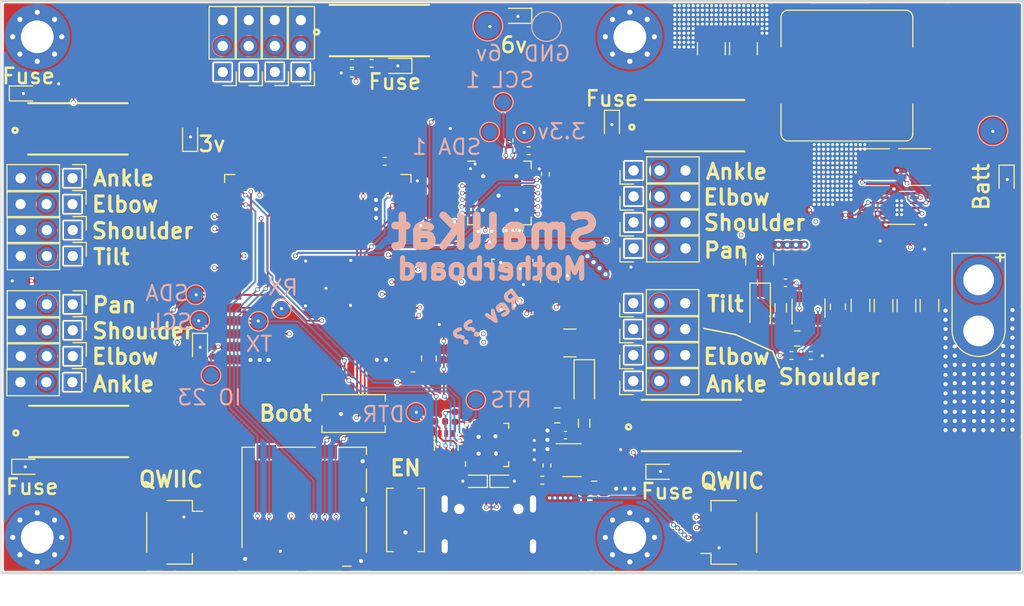
<source format=kicad_pcb>
(kicad_pcb (version 20171130) (host pcbnew 5.1.7-a382d34a8~88~ubuntu18.04.1)
  (layers (0 F.Cu power) (1 In1.Cu signal) (2 In2.Cu signal) (31 B.Cu power) (34 B.Paste user) (35 F.Paste user) (36 B.SilkS user) (37 F.SilkS user) (38 B.Mask user) (39 F.Mask user) (44 Edge.Cuts user))
  (net 0 "")
  (net 1 GND)
  (net 2 +BATT)
  (net 3 +3V3)
  (net 4 +6V)
  (net 5 "Net-(C15-Pad2)")
  (net 6 /MainBoard/ESP32Module/IO0)
  (net 7 /MainBoard/ESP32Module/EN)
  (net 8 "Net-(D1-Pad2)")
  (net 9 "Net-(D2-Pad2)")
  (net 10 "Net-(D3-Pad2)")
  (net 11 /MainBoard/ESP32Module/USBD_N)
  (net 12 /MainBoard/SERVO0)
  (net 13 /MainBoard/SERVO8)
  (net 14 /MainBoard/ESP32Module/USBD_P)
  (net 15 /MainBoard/ESP32Module/RTS)
  (net 16 /MainBoard/ESP32Module/DTR)
  (net 17 /MainBoard/SCL)
  (net 18 /MainBoard/SDA)
  (net 19 /MainBoard/ESP32Module/TXD)
  (net 20 /MainBoard/ESP32Module/RXD)
  (net 21 VBUS)
  (net 22 /MainBoard/Servos/6V1)
  (net 23 /MainBoard/Servos/6V3)
  (net 24 /MainBoard/Servos/6V2)
  (net 25 /MainBoard/Servos/6V4)
  (net 26 /MainBoard/SERVO7)
  (net 27 /MainBoard/SERVO15)
  (net 28 /MainBoard/SERVO14)
  (net 29 /MainBoard/SERVO13)
  (net 30 /MainBoard/SERVO12)
  (net 31 /MainBoard/SERVO11)
  (net 32 /MainBoard/SERVO10)
  (net 33 /MainBoard/SERVO9)
  (net 34 /MainBoard/SERVO1)
  (net 35 /MainBoard/SERVO2)
  (net 36 /MainBoard/SERVO3)
  (net 37 /MainBoard/SERVO4)
  (net 38 /MainBoard/SERVO5)
  (net 39 /MainBoard/SERVO6)
  (net 40 /MainBoard/ESP32Module/IO23)
  (net 41 "Net-(C12-Pad2)")
  (net 42 /MainBoard/IO12)
  (net 43 /MainBoard/IO13)
  (net 44 /MainBoard/IO15)
  (net 45 /MainBoard/IO14)
  (net 46 /MainBoard/IO2)
  (net 47 /MainBoard/IO4)
  (net 48 /MainBoard/BATT_VOLTAGE)
  (net 49 /MainBoard/MEASURED_6V)
  (net 50 MEASURED_FUSE1)
  (net 51 MEASURED_FUSE2)
  (net 52 MEASURED_FUSE3)
  (net 53 MEASURED_FUSE4)
  (net 54 /MainBoard/EN_SERVO_DRIVER)
  (net 55 "Net-(D9-Pad2)")
  (net 56 /MainBoard/AD_6V)
  (net 57 /MainBoard/AD_SERVO_1)
  (net 58 /MainBoard/AD_SERVO_3)
  (net 59 /MainBoard/AD_SERVO_2)
  (net 60 /MainBoard/AD_SERVO_4)
  (net 61 MEASURED_FUSE5)
  (net 62 "Net-(C12-Pad1)")
  (net 63 "Net-(C14-Pad2)")
  (net 64 "Net-(C16-Pad2)")
  (net 65 "Net-(C24-Pad2)")
  (net 66 "Net-(C25-Pad2)")
  (net 67 "Net-(C25-Pad1)")
  (net 68 "Net-(C26-Pad2)")
  (net 69 "Net-(C28-Pad1)")
  (net 70 "Net-(C29-Pad2)")
  (net 71 "Net-(C29-Pad1)")
  (net 72 "Net-(D6-Pad2)")
  (net 73 "Net-(D10-Pad2)")
  (net 74 "Net-(D11-Pad2)")
  (net 75 "Net-(D12-Pad2)")
  (net 76 "Net-(D13-Pad2)")
  (net 77 "Net-(IC3-Pad10)")
  (net 78 "Net-(IC3-Pad7)")
  (net 79 "Net-(IC3-Pad5)")
  (net 80 "Net-(Q1-Pad2)")
  (net 81 "Net-(Q1-Pad5)")
  (net 82 "Net-(R17-Pad1)")
  (net 83 "Net-(C3-Pad2)")
  (net 84 "Net-(C3-Pad1)")
  (net 85 "Net-(C4-Pad1)")
  (net 86 "Net-(C6-Pad1)")
  (net 87 "Net-(D4-Pad2)")
  (net 88 "Net-(D5-Pad2)")
  (net 89 "Net-(IC1-Pad3)")
  (net 90 "Net-(IC2-Pad3)")
  (net 91 /MainBoard/SCL_1)
  (net 92 /MainBoard/SDA_1)
  (module Connector_JST:JST_SH_SM04B-SRSS-TB_1x04-1MP_P1.00mm_Horizontal (layer F.Cu) (at 139.38 133.81 90)
    (fp_text reference J1 hide)
    (fp_text value "Qwiic connector" hide)
    (pad MP smd roundrect (at 2.8 1.875 90) (size 1.2 1.8) (layers F.Cu F.Paste F.Mask) (roundrect_rratio 0.208333))
    (pad MP smd roundrect (at -2.8 1.875 90) (size 1.2 1.8) (layers F.Cu F.Paste F.Mask) (roundrect_rratio 0.208333))
    (pad 4 smd roundrect (at 1.5 -2 90) (size 0.6 1.55) (layers F.Cu F.Paste F.Mask) (net 92 /MainBoard/SDA_1))
    (pad 3 smd roundrect (at 0.5 -2 90) (size 0.6 1.55) (layers F.Cu F.Paste F.Mask) (net 91 /MainBoard/SCL_1))
    (pad 2 smd roundrect (at -0.5 -2 90) (size 0.6 1.55) (layers F.Cu F.Paste F.Mask) (net 3 +3V3))
    (pad 1 smd roundrect (at -1.5 -2 90) (size 0.6 1.55) (layers F.Cu F.Paste F.Mask) (net 1 GND))
  )
  (module Resistor_SMD:R_0402_1005Metric (layer F.Cu) (at 121.39 98.74 90)
    (fp_text reference R14 hide)
    (fp_text value 10K hide)
    (pad 2 smd roundrect (at 0.51 0 90) (size 0.54 0.64) (layers F.Cu F.Paste F.Mask) (net 1 GND))
    (pad 1 smd roundrect (at -0.51 0 90) (size 0.54 0.64) (layers F.Cu F.Paste F.Mask) (net 54 /MainBoard/EN_SERVO_DRIVER))
  )
  (module Package_DFN_QFN:QFN-24-1EP_4x4mm_P0.5mm_EP2.6x2.6mm (layer F.Cu) (at 115.68 125.25 90)
    (fp_text reference U4 hide)
    (fp_text value CP2102N-A01-GQFN24 hide)
    (pad 25 smd rect (at 0 0 90) (size 2.6 2.6) (layers F.Cu F.Mask) (net 1 GND))
    (pad 24 smd roundrect (at -1.25 -1.9375 90) (size 0.25 0.825) (layers F.Cu F.Paste F.Mask))
    (pad 23 smd roundrect (at -0.75 -1.9375 90) (size 0.25 0.825) (layers F.Cu F.Paste F.Mask) (net 16 /MainBoard/ESP32Module/DTR))
    (pad 22 smd roundrect (at -0.25 -1.9375 90) (size 0.25 0.825) (layers F.Cu F.Paste F.Mask))
    (pad 21 smd roundrect (at 0.25 -1.9375 90) (size 0.25 0.825) (layers F.Cu F.Paste F.Mask) (net 20 /MainBoard/ESP32Module/RXD))
    (pad 20 smd roundrect (at 0.75 -1.9375 90) (size 0.25 0.825) (layers F.Cu F.Paste F.Mask) (net 19 /MainBoard/ESP32Module/TXD))
    (pad 19 smd roundrect (at 1.25 -1.9375 90) (size 0.25 0.825) (layers F.Cu F.Paste F.Mask) (net 15 /MainBoard/ESP32Module/RTS))
    (pad 18 smd roundrect (at 1.9375 -1.25 90) (size 0.825 0.25) (layers F.Cu F.Paste F.Mask))
    (pad 17 smd roundrect (at 1.9375 -0.75 90) (size 0.825 0.25) (layers F.Cu F.Paste F.Mask))
    (pad 16 smd roundrect (at 1.9375 -0.25 90) (size 0.825 0.25) (layers F.Cu F.Paste F.Mask))
    (pad 15 smd roundrect (at 1.9375 0.25 90) (size 0.825 0.25) (layers F.Cu F.Paste F.Mask))
    (pad 14 smd roundrect (at 1.9375 0.75 90) (size 0.825 0.25) (layers F.Cu F.Paste F.Mask))
    (pad 13 smd roundrect (at 1.9375 1.25 90) (size 0.825 0.25) (layers F.Cu F.Paste F.Mask))
    (pad 12 smd roundrect (at 1.25 1.9375 90) (size 0.25 0.825) (layers F.Cu F.Paste F.Mask))
    (pad 11 smd roundrect (at 0.75 1.9375 90) (size 0.25 0.825) (layers F.Cu F.Paste F.Mask))
    (pad 10 smd roundrect (at 0.25 1.9375 90) (size 0.25 0.825) (layers F.Cu F.Paste F.Mask))
    (pad 9 smd roundrect (at -0.25 1.9375 90) (size 0.25 0.825) (layers F.Cu F.Paste F.Mask))
    (pad 8 smd roundrect (at -0.75 1.9375 90) (size 0.25 0.825) (layers F.Cu F.Paste F.Mask) (net 3 +3V3))
    (pad 7 smd roundrect (at -1.25 1.9375 90) (size 0.25 0.825) (layers F.Cu F.Paste F.Mask) (net 3 +3V3))
    (pad 6 smd roundrect (at -1.9375 1.25 90) (size 0.825 0.25) (layers F.Cu F.Paste F.Mask) (net 3 +3V3))
    (pad 5 smd roundrect (at -1.9375 0.75 90) (size 0.825 0.25) (layers F.Cu F.Paste F.Mask) (net 3 +3V3))
    (pad 4 smd roundrect (at -1.9375 0.25 90) (size 0.825 0.25) (layers F.Cu F.Paste F.Mask) (net 11 /MainBoard/ESP32Module/USBD_N))
    (pad 3 smd roundrect (at -1.9375 -0.25 90) (size 0.825 0.25) (layers F.Cu F.Paste F.Mask) (net 14 /MainBoard/ESP32Module/USBD_P))
    (pad 2 smd roundrect (at -1.9375 -0.75 90) (size 0.825 0.25) (layers F.Cu F.Paste F.Mask) (net 1 GND))
    (pad 1 smd roundrect (at -1.9375 -1.25 90) (size 0.825 0.25) (layers F.Cu F.Paste F.Mask))
  )
  (module RF_Module:ESP32-WROOM-32 (layer F.Cu) (at 99.1108 108.6612 180)
    (fp_text reference U3 hide)
    (fp_text value ESP32-WROOM-32 hide)
    (pad 38 smd rect (at 8.5 -8.255 180) (size 2 0.9) (layers F.Cu F.Paste F.Mask) (net 1 GND))
    (pad 37 smd rect (at 8.5 -6.985 180) (size 2 0.9) (layers F.Cu F.Paste F.Mask) (net 40 /MainBoard/ESP32Module/IO23))
    (pad 36 smd rect (at 8.5 -5.715 180) (size 2 0.9) (layers F.Cu F.Paste F.Mask) (net 17 /MainBoard/SCL))
    (pad 35 smd rect (at 8.5 -4.445 180) (size 2 0.9) (layers F.Cu F.Paste F.Mask) (net 19 /MainBoard/ESP32Module/TXD))
    (pad 34 smd rect (at 8.5 -3.175 180) (size 2 0.9) (layers F.Cu F.Paste F.Mask) (net 20 /MainBoard/ESP32Module/RXD))
    (pad 33 smd rect (at 8.5 -1.905 180) (size 2 0.9) (layers F.Cu F.Paste F.Mask) (net 18 /MainBoard/SDA))
    (pad 32 smd rect (at 8.5 -0.635 180) (size 2 0.9) (layers F.Cu F.Paste F.Mask))
    (pad 31 smd rect (at 8.5 0.635 180) (size 2 0.9) (layers F.Cu F.Paste F.Mask) (net 60 /MainBoard/AD_SERVO_4))
    (pad 30 smd rect (at 8.5 1.905 180) (size 2 0.9) (layers F.Cu F.Paste F.Mask) (net 54 /MainBoard/EN_SERVO_DRIVER))
    (pad 29 smd rect (at 8.5 3.175 180) (size 2 0.9) (layers F.Cu F.Paste F.Mask) (net 57 /MainBoard/AD_SERVO_1))
    (pad 28 smd rect (at 8.5 4.445 180) (size 2 0.9) (layers F.Cu F.Paste F.Mask) (net 58 /MainBoard/AD_SERVO_3))
    (pad 27 smd rect (at 8.5 5.715 180) (size 2 0.9) (layers F.Cu F.Paste F.Mask) (net 59 /MainBoard/AD_SERVO_2))
    (pad 26 smd rect (at 8.5 6.985 180) (size 2 0.9) (layers F.Cu F.Paste F.Mask) (net 47 /MainBoard/IO4))
    (pad 25 smd rect (at 8.5 8.255 180) (size 2 0.9) (layers F.Cu F.Paste F.Mask) (net 6 /MainBoard/ESP32Module/IO0))
    (pad 24 smd rect (at 5.715 9.255 270) (size 2 0.9) (layers F.Cu F.Paste F.Mask) (net 46 /MainBoard/IO2))
    (pad 23 smd rect (at 4.445 9.255 270) (size 2 0.9) (layers F.Cu F.Paste F.Mask) (net 44 /MainBoard/IO15))
    (pad 22 smd rect (at 3.175 9.255 270) (size 2 0.9) (layers F.Cu F.Paste F.Mask))
    (pad 21 smd rect (at 1.905 9.255 270) (size 2 0.9) (layers F.Cu F.Paste F.Mask))
    (pad 20 smd rect (at 0.635 9.255 270) (size 2 0.9) (layers F.Cu F.Paste F.Mask))
    (pad 19 smd rect (at -0.635 9.255 270) (size 2 0.9) (layers F.Cu F.Paste F.Mask))
    (pad 18 smd rect (at -1.905 9.255 270) (size 2 0.9) (layers F.Cu F.Paste F.Mask))
    (pad 17 smd rect (at -3.175 9.255 270) (size 2 0.9) (layers F.Cu F.Paste F.Mask))
    (pad 16 smd rect (at -4.445 9.255 270) (size 2 0.9) (layers F.Cu F.Paste F.Mask) (net 43 /MainBoard/IO13))
    (pad 15 smd rect (at -5.715 9.255 270) (size 2 0.9) (layers F.Cu F.Paste F.Mask) (net 1 GND))
    (pad 14 smd rect (at -8.5 8.255 180) (size 2 0.9) (layers F.Cu F.Paste F.Mask) (net 42 /MainBoard/IO12))
    (pad 13 smd rect (at -8.5 6.985 180) (size 2 0.9) (layers F.Cu F.Paste F.Mask) (net 45 /MainBoard/IO14))
    (pad 12 smd rect (at -8.5 5.715 180) (size 2 0.9) (layers F.Cu F.Paste F.Mask) (net 91 /MainBoard/SCL_1))
    (pad 11 smd rect (at -8.5 4.445 180) (size 2 0.9) (layers F.Cu F.Paste F.Mask) (net 49 /MainBoard/MEASURED_6V))
    (pad 10 smd rect (at -8.5 3.175 180) (size 2 0.9) (layers F.Cu F.Paste F.Mask) (net 48 /MainBoard/BATT_VOLTAGE))
    (pad 9 smd rect (at -8.5 1.905 180) (size 2 0.9) (layers F.Cu F.Paste F.Mask) (net 61 MEASURED_FUSE5))
    (pad 8 smd rect (at -8.5 0.635 180) (size 2 0.9) (layers F.Cu F.Paste F.Mask) (net 92 /MainBoard/SDA_1))
    (pad 7 smd rect (at -8.5 -0.635 180) (size 2 0.9) (layers F.Cu F.Paste F.Mask) (net 50 MEASURED_FUSE1))
    (pad 6 smd rect (at -8.5 -1.905 180) (size 2 0.9) (layers F.Cu F.Paste F.Mask) (net 51 MEASURED_FUSE2))
    (pad 5 smd rect (at -8.5 -3.175 180) (size 2 0.9) (layers F.Cu F.Paste F.Mask) (net 53 MEASURED_FUSE4))
    (pad 4 smd rect (at -8.5 -4.445 180) (size 2 0.9) (layers F.Cu F.Paste F.Mask) (net 52 MEASURED_FUSE3))
    (pad 3 smd rect (at -8.5 -5.715 180) (size 2 0.9) (layers F.Cu F.Paste F.Mask) (net 7 /MainBoard/ESP32Module/EN))
    (pad 2 smd rect (at -8.5 -6.985 180) (size 2 0.9) (layers F.Cu F.Paste F.Mask) (net 3 +3V3))
    (pad 1 smd rect (at -8.5 -8.255 180) (size 2 0.9) (layers F.Cu F.Paste F.Mask) (net 1 GND))
    (pad 39 smd rect (at -1 -0.755 180) (size 5 5) (layers F.Cu F.Paste F.Mask) (net 1 GND))
  )
  (module Fuse:Fuse_1210_3225Metric (layer F.Cu) (at 142.36 107.06 270)
    (fp_text reference F6 hide)
    (fp_text value Fuse hide)
    (pad 2 smd roundrect (at 1.4 0 270) (size 1.25 2.65) (layers F.Cu F.Paste F.Mask) (roundrect_rratio 0.2) (net 87 "Net-(D4-Pad2)"))
    (pad 1 smd roundrect (at -1.4 0 270) (size 1.25 2.65) (layers F.Cu F.Paste F.Mask) (roundrect_rratio 0.2) (net 3 +3V3))
  )
  (module Fuse:Fuse_1210_3225Metric (layer F.Cu) (at 123.78 115.27)
    (fp_text reference F7 hide)
    (fp_text value Fuse hide)
    (pad 2 smd roundrect (at 1.4 0) (size 1.25 2.65) (layers F.Cu F.Paste F.Mask) (roundrect_rratio 0.2) (net 88 "Net-(D5-Pad2)"))
    (pad 1 smd roundrect (at -1.4 0) (size 1.25 2.65) (layers F.Cu F.Paste F.Mask) (roundrect_rratio 0.2) (net 3 +3V3))
  )
  (module Diode_SMD:D_SOD-123F (layer F.Cu) (at 142.41 111.61 270)
    (fp_text reference D4 hide)
    (fp_text value DIODE hide)
    (pad 1 smd rect (at 1.4 0 90) (size 1.1 1.1) (layers F.Cu F.Paste F.Mask) (net 85 "Net-(C4-Pad1)"))
    (pad 2 smd rect (at -1.4 0 270) (size 1.1 1.1) (layers F.Cu F.Paste F.Mask) (net 87 "Net-(D4-Pad2)"))
  )
  (module Diode_SMD:D_SOD-123F (layer F.Cu) (at 125.19 119.11 270)
    (fp_text reference D5 hide)
    (fp_text value DIODE hide)
    (pad 1 smd rect (at 1.4 0 270) (size 1.1 1.1) (layers F.Cu F.Paste F.Mask) (net 86 "Net-(C6-Pad1)"))
    (pad 2 smd rect (at -1.4 0 270) (size 1.1 1.1) (layers F.Cu F.Paste F.Mask) (net 88 "Net-(D5-Pad2)"))
  )
  (module Package_TO_SOT_SMD:SOT-23-6 (layer F.Cu) (at 123.99 126.74)
    (fp_text reference IC2 hide)
    (fp_text value LMR14010A hide)
    (pad 5 smd rect (at 1.1 0) (size 1.06 0.65) (layers F.Cu F.Paste F.Mask) (net 21 VBUS))
    (pad 6 smd rect (at 1.1 -0.95) (size 1.06 0.65) (layers F.Cu F.Paste F.Mask) (net 84 "Net-(C3-Pad1)"))
    (pad 4 smd rect (at 1.1 0.95) (size 1.06 0.65) (layers F.Cu F.Paste F.Mask) (net 21 VBUS))
    (pad 3 smd rect (at -1.1 0.95) (size 1.06 0.65) (layers F.Cu F.Paste F.Mask) (net 90 "Net-(IC2-Pad3)"))
    (pad 2 smd rect (at -1.1 0) (size 1.06 0.65) (layers F.Cu F.Paste F.Mask) (net 1 GND))
    (pad 1 smd rect (at -1.1 -0.95) (size 1.06 0.65) (layers F.Cu F.Paste F.Mask) (net 83 "Net-(C3-Pad2)"))
  )
  (module Resistor_SMD:R_0402_1005Metric (layer F.Cu) (at 145.47 116.5)
    (fp_text reference R12 hide)
    (fp_text value 33.2 hide)
    (pad 2 smd roundrect (at 0.51 0) (size 0.54 0.64) (layers F.Cu F.Paste F.Mask) (net 89 "Net-(IC1-Pad3)"))
    (pad 1 smd roundrect (at -0.51 0) (size 0.54 0.64) (layers F.Cu F.Paste F.Mask) (net 3 +3V3))
  )
  (module Resistor_SMD:R_0402_1005Metric (layer F.Cu) (at 147.36 116.5 180)
    (fp_text reference R10 hide)
    (fp_text value 10K hide)
    (pad 2 smd roundrect (at 0.51 0 180) (size 0.54 0.64) (layers F.Cu F.Paste F.Mask) (net 89 "Net-(IC1-Pad3)"))
    (pad 1 smd roundrect (at -0.51 0 180) (size 0.54 0.64) (layers F.Cu F.Paste F.Mask) (net 1 GND))
  )
  (module Inductor_SMD:L_0805_2012Metric (layer F.Cu) (at 144.42 111.8175 270)
    (fp_text reference L1 hide)
    (fp_text value 10uH hide)
    (pad 2 smd roundrect (at 1.0625 0 270) (size 0.875 1.2) (layers F.Cu F.Paste F.Mask) (net 85 "Net-(C4-Pad1)"))
    (pad 1 smd roundrect (at -1.0625 0 270) (size 0.875 1.2) (layers F.Cu F.Paste F.Mask) (net 62 "Net-(C12-Pad1)"))
  )
  (module Capacitor_SMD:C_0402_1005Metric (layer F.Cu) (at 144.89 109.38)
    (fp_text reference C12 hide)
    (fp_text value 0.1uF hide)
    (pad 2 smd roundrect (at 0.48 0) (size 0.56 0.62) (layers F.Cu F.Paste F.Mask) (net 41 "Net-(C12-Pad2)"))
    (pad 1 smd roundrect (at -0.48 0) (size 0.56 0.62) (layers F.Cu F.Paste F.Mask) (net 62 "Net-(C12-Pad1)"))
  )
  (module Capacitor_SMD:C_0805_2012Metric (layer F.Cu) (at 146.03 114.83)
    (fp_text reference C4 hide)
    (fp_text value 10uF hide)
    (pad 2 smd roundrect (at 0.95 0) (size 1 1.45) (layers F.Cu F.Paste F.Mask) (net 1 GND))
    (pad 1 smd roundrect (at -0.95 0) (size 1 1.45) (layers F.Cu F.Paste F.Mask) (net 85 "Net-(C4-Pad1)"))
  )
  (module Capacitor_SMD:C_0805_2012Metric (layer F.Cu) (at 150.02 111.73 270)
    (fp_text reference C2 hide)
    (fp_text value 2.2uF hide)
    (pad 2 smd roundrect (at 0.95 0 270) (size 1 1.45) (layers F.Cu F.Paste F.Mask) (net 1 GND))
    (pad 1 smd roundrect (at -0.95 0 270) (size 1 1.45) (layers F.Cu F.Paste F.Mask) (net 2 +BATT))
  )
  (module TestPoint:TestPoint_Pad_D1.5mm (layer B.Cu) (at 117.27 91.71)
    (fp_text reference TP13 hide)
    (fp_text value SCL hide)
    (pad 1 smd circle (at 0 0) (size 1.5 1.5) (layers B.Cu B.Mask) (net 91 /MainBoard/SCL_1))
  )
  (module TestPoint:TestPoint_Pad_D1.5mm (layer B.Cu) (at 115.93 94.62)
    (fp_text reference TP12 hide)
    (fp_text value SDA hide)
    (pad 1 smd circle (at 0 0) (size 1.5 1.5) (layers B.Cu B.Mask) (net 92 /MainBoard/SDA_1))
  )
  (module Resistor_SMD:R_0402_1005Metric (layer F.Cu) (at 117.83 95.44 90)
    (fp_text reference R46 hide)
    (fp_text value 10K hide)
    (pad 2 smd roundrect (at 0.51 0 90) (size 0.54 0.64) (layers F.Cu F.Paste F.Mask) (net 3 +3V3))
    (pad 1 smd roundrect (at -0.51 0 90) (size 0.54 0.64) (layers F.Cu F.Paste F.Mask) (net 92 /MainBoard/SDA_1))
  )
  (module Resistor_SMD:R_0402_1005Metric (layer F.Cu) (at 119.74 96.45)
    (fp_text reference R45 hide)
    (fp_text value 10K hide)
    (pad 2 smd roundrect (at 0.51 0) (size 0.54 0.64) (layers F.Cu F.Paste F.Mask) (net 3 +3V3))
    (pad 1 smd roundrect (at -0.51 0) (size 0.54 0.64) (layers F.Cu F.Paste F.Mask) (net 91 /MainBoard/SCL_1))
  )
  (module Resistor_SMD:R_0402_1005Metric (layer F.Cu) (at 105.65 97.49 180)
    (fp_text reference R44 hide)
    (fp_text value 10K hide)
    (pad 2 smd roundrect (at 0.51 0 180) (size 0.54 0.64) (layers F.Cu F.Paste F.Mask) (net 1 GND))
    (pad 1 smd roundrect (at -0.51 0 180) (size 0.54 0.64) (layers F.Cu F.Paste F.Mask) (net 42 /MainBoard/IO12))
  )
  (module Resistor_SMD:R_0402_1005Metric (layer F.Cu) (at 121.54 127.26 270)
    (fp_text reference R13 hide)
    (fp_text value 10K hide)
    (pad 2 smd roundrect (at 0.51 0 270) (size 0.54 0.64) (layers F.Cu F.Paste F.Mask) (net 90 "Net-(IC2-Pad3)"))
    (pad 1 smd roundrect (at -0.51 0 270) (size 0.54 0.64) (layers F.Cu F.Paste F.Mask) (net 1 GND))
  )
  (module Resistor_SMD:R_0402_1005Metric (layer F.Cu) (at 121.08 128.7)
    (fp_text reference R11 hide)
    (fp_text value 33.2 hide)
    (pad 2 smd roundrect (at 0.51 0) (size 0.54 0.64) (layers F.Cu F.Paste F.Mask) (net 90 "Net-(IC2-Pad3)"))
    (pad 1 smd roundrect (at -0.51 0) (size 0.54 0.64) (layers F.Cu F.Paste F.Mask) (net 3 +3V3))
  )
  (module Inductor_SMD:L_0805_2012Metric (layer F.Cu) (at 125.18 123.1325 90)
    (fp_text reference L2 hide)
    (fp_text value 10uH hide)
    (pad 2 smd roundrect (at 1.0625 0 90) (size 0.875 1.2) (layers F.Cu F.Paste F.Mask) (net 86 "Net-(C6-Pad1)"))
    (pad 1 smd roundrect (at -1.0625 0 90) (size 0.875 1.2) (layers F.Cu F.Paste F.Mask) (net 84 "Net-(C3-Pad1)"))
  )
  (module Package_TO_SOT_SMD:SOT-23-6 (layer F.Cu) (at 147.14 111.86 90)
    (fp_text reference IC1 hide)
    (fp_text value LMR14010A hide)
    (pad 5 smd rect (at 1.1 0 90) (size 1.06 0.65) (layers F.Cu F.Paste F.Mask) (net 2 +BATT))
    (pad 6 smd rect (at 1.1 -0.95 90) (size 1.06 0.65) (layers F.Cu F.Paste F.Mask) (net 62 "Net-(C12-Pad1)"))
    (pad 4 smd rect (at 1.1 0.95 90) (size 1.06 0.65) (layers F.Cu F.Paste F.Mask) (net 2 +BATT))
    (pad 3 smd rect (at -1.1 0.95 90) (size 1.06 0.65) (layers F.Cu F.Paste F.Mask) (net 89 "Net-(IC1-Pad3)"))
    (pad 2 smd rect (at -1.1 0 90) (size 1.06 0.65) (layers F.Cu F.Paste F.Mask) (net 1 GND))
    (pad 1 smd rect (at -1.1 -0.95 90) (size 1.06 0.65) (layers F.Cu F.Paste F.Mask) (net 41 "Net-(C12-Pad2)"))
  )
  (module Capacitor_SMD:C_0805_2012Metric (layer F.Cu) (at 122.54 122.36 180)
    (fp_text reference C6 hide)
    (fp_text value 10uF hide)
    (pad 2 smd roundrect (at 0.95 0 180) (size 1 1.45) (layers F.Cu F.Paste F.Mask) (net 1 GND))
    (pad 1 smd roundrect (at -0.95 0 180) (size 1 1.45) (layers F.Cu F.Paste F.Mask) (net 86 "Net-(C6-Pad1)"))
  )
  (module Capacitor_SMD:C_0805_2012Metric (layer F.Cu) (at 126.16 129.53)
    (fp_text reference C5 hide)
    (fp_text value 2.2uF hide)
    (pad 2 smd roundrect (at 0.95 0) (size 1 1.45) (layers F.Cu F.Paste F.Mask) (net 1 GND))
    (pad 1 smd roundrect (at -0.95 0) (size 1 1.45) (layers F.Cu F.Paste F.Mask) (net 21 VBUS))
  )
  (module Capacitor_SMD:C_0402_1005Metric (layer F.Cu) (at 123.35 124.29 180)
    (fp_text reference C3 hide)
    (fp_text value 0.1uF hide)
    (pad 2 smd roundrect (at 0.48 0 180) (size 0.56 0.62) (layers F.Cu F.Paste F.Mask) (net 83 "Net-(C3-Pad2)"))
    (pad 1 smd roundrect (at -0.48 0 180) (size 0.56 0.62) (layers F.Cu F.Paste F.Mask) (net 84 "Net-(C3-Pad1)"))
  )
  (module RC-Battery-Connectors:XT-60_male (layer F.Cu) (at 163.79 111.59 270)
    (fp_text reference J25 hide)
    (fp_text value Conn_01x02_Female hide)
    (fp_text user + (at -4.699 -2.032 90) (layer F.SilkS) (effects (font (thickness 0.2))))
    (pad 2 thru_hole circle (at -2.5 0 270) (size 4.5 4.5) (drill 3) (layers *.Cu *.Mask) (net 2 +BATT))
    (pad 1 thru_hole circle (at 2.5 0 270) (size 4.5 4.5) (drill 3) (layers *.Cu *.Mask) (net 1 GND))
  )
  (module Button_Switch_SMD:SW_SPST_EVQPE1 (layer F.Cu) (at 107.696 132.588 90)
    (fp_text reference SW2 hide)
    (fp_text value SW_SPST hide)
    (pad 1 smd rect (at -2.7 0 90) (size 2 1.6) (layers F.Cu F.Paste F.Mask) (net 1 GND))
    (pad 2 smd rect (at 2.7 0 90) (size 2 1.6) (layers F.Cu F.Paste F.Mask) (net 7 /MainBoard/ESP32Module/EN))
  )
  (module Button_Switch_SMD:SW_SPST_EVQPE1 (layer F.Cu) (at 102.616 122.174)
    (fp_text reference SW1 hide)
    (fp_text value SW_SPST hide)
    (pad 1 smd rect (at -2.7 0) (size 2 1.6) (layers F.Cu F.Paste F.Mask) (net 1 GND))
    (pad 2 smd rect (at 2.7 0) (size 2 1.6) (layers F.Cu F.Paste F.Mask) (net 6 /MainBoard/ESP32Module/IO0))
  )
  (module Connector_Card:microSD_HC_Molex_104031-0811 (layer F.Cu) (at 97.8 131.3 180)
    (fp_text reference J7 hide)
    (fp_text value Micro_SD_Card hide)
    (pad 10 smd rect (at 3.73 5.375 180) (size 1.9 1.35) (layers F.Cu F.Paste F.Mask))
    (pad 10 smd rect (at -2.24 5.375 180) (size 1.9 1.35) (layers F.Cu F.Paste F.Mask))
    (pad 9 smd rect (at -5.74 0.7 180) (size 1.2 1) (layers F.Cu F.Paste F.Mask) (net 1 GND))
    (pad 9 smd rect (at -5.74 4.4 180) (size 1.2 1) (layers F.Cu F.Paste F.Mask) (net 1 GND))
    (pad 9 smd rect (at -5.565 -5.325 180) (size 1.55 1.35) (layers F.Cu F.Paste F.Mask) (net 1 GND))
    (pad 9 smd rect (at 5.755 -5.1 180) (size 1.17 1.8) (layers F.Cu F.Paste F.Mask) (net 1 GND))
    (pad 7 smd rect (at 3.495 -5.45 180) (size 0.85 1.1) (layers F.Cu F.Paste F.Mask) (net 46 /MainBoard/IO2))
    (pad 6 smd rect (at 2.395 -5.45 180) (size 0.85 1.1) (layers F.Cu F.Paste F.Mask) (net 1 GND))
    (pad 5 smd rect (at 1.295 -5.45 180) (size 0.85 1.1) (layers F.Cu F.Paste F.Mask) (net 45 /MainBoard/IO14))
    (pad 4 smd rect (at 0.195 -5.45 180) (size 0.85 1.1) (layers F.Cu F.Paste F.Mask) (net 3 +3V3))
    (pad 3 smd rect (at -0.905 -5.45 180) (size 0.85 1.1) (layers F.Cu F.Paste F.Mask) (net 44 /MainBoard/IO15))
    (pad 2 smd rect (at -2.005 -5.45 180) (size 0.85 1.1) (layers F.Cu F.Paste F.Mask) (net 43 /MainBoard/IO13))
    (pad 8 smd rect (at 4.545 -5.45 180) (size 0.75 1.1) (layers F.Cu F.Paste F.Mask) (net 47 /MainBoard/IO4))
    (pad 1 smd rect (at -3.105 -5.45 180) (size 0.85 1.1) (layers F.Cu F.Paste F.Mask) (net 42 /MainBoard/IO12))
  )
  (module Resistor_SMD:R_0402_1005Metric (layer F.Cu) (at 104.39 87.9)
    (fp_text reference R9 hide)
    (fp_text value 20K hide)
    (pad 2 smd roundrect (at 0.51 0) (size 0.54 0.64) (layers F.Cu F.Paste F.Mask) (net 10 "Net-(D3-Pad2)"))
    (pad 1 smd roundrect (at -0.51 0) (size 0.54 0.64) (layers F.Cu F.Paste F.Mask) (net 56 /MainBoard/AD_6V))
  )
  (module Resistor_SMD:R_0402_1005Metric (layer F.Cu) (at 102.45 88.85 180)
    (fp_text reference R8 hide)
    (fp_text value 8.2K hide)
    (pad 2 smd roundrect (at 0.51 0 180) (size 0.54 0.64) (layers F.Cu F.Paste F.Mask) (net 1 GND))
    (pad 1 smd roundrect (at -0.51 0 180) (size 0.54 0.64) (layers F.Cu F.Paste F.Mask) (net 61 MEASURED_FUSE5))
  )
  (module Resistor_SMD:R_0402_1005Metric (layer F.Cu) (at 102.45 87.9)
    (fp_text reference R7 hide)
    (fp_text value 10K hide)
    (pad 2 smd roundrect (at 0.51 0) (size 0.54 0.64) (layers F.Cu F.Paste F.Mask) (net 61 MEASURED_FUSE5))
    (pad 1 smd roundrect (at -0.51 0) (size 0.54 0.64) (layers F.Cu F.Paste F.Mask) (net 56 /MainBoard/AD_6V))
  )
  (module Connector_PinHeader_2.54mm:PinHeader_1x03_P2.54mm_Vertical (layer F.Cu) (at 89.8 88.75 180)
    (fp_text reference J6 hide)
    (fp_text value Conn_01x03_Male hide)
    (pad 3 thru_hole oval (at 0 5.08 180) (size 1.7 1.7) (drill 1) (layers *.Cu *.Mask) (net 1 GND))
    (pad 2 thru_hole oval (at 0 2.54 180) (size 1.7 1.7) (drill 1) (layers *.Cu *.Mask) (net 56 /MainBoard/AD_6V))
    (pad 1 thru_hole rect (at 0 0 180) (size 1.7 1.7) (drill 1) (layers *.Cu *.Mask) (net 60 /MainBoard/AD_SERVO_4))
  )
  (module Connector_PinHeader_2.54mm:PinHeader_1x03_P2.54mm_Vertical (layer F.Cu) (at 94.9 88.74 180)
    (fp_text reference J5 hide)
    (fp_text value Conn_01x03_Male hide)
    (pad 3 thru_hole oval (at 0 5.08 180) (size 1.7 1.7) (drill 1) (layers *.Cu *.Mask) (net 1 GND))
    (pad 2 thru_hole oval (at 0 2.54 180) (size 1.7 1.7) (drill 1) (layers *.Cu *.Mask) (net 56 /MainBoard/AD_6V))
    (pad 1 thru_hole rect (at 0 0 180) (size 1.7 1.7) (drill 1) (layers *.Cu *.Mask) (net 59 /MainBoard/AD_SERVO_2))
  )
  (module Connector_PinHeader_2.54mm:PinHeader_1x03_P2.54mm_Vertical (layer F.Cu) (at 92.35 88.75 180)
    (fp_text reference J4 hide)
    (fp_text value Conn_01x03_Male hide)
    (pad 3 thru_hole oval (at 0 5.08 180) (size 1.7 1.7) (drill 1) (layers *.Cu *.Mask) (net 1 GND))
    (pad 2 thru_hole oval (at 0 2.54 180) (size 1.7 1.7) (drill 1) (layers *.Cu *.Mask) (net 56 /MainBoard/AD_6V))
    (pad 1 thru_hole rect (at 0 0 180) (size 1.7 1.7) (drill 1) (layers *.Cu *.Mask) (net 58 /MainBoard/AD_SERVO_3))
  )
  (module Connector_PinHeader_2.54mm:PinHeader_1x03_P2.54mm_Vertical (layer F.Cu) (at 97.45 88.75 180)
    (fp_text reference J3 hide)
    (fp_text value Conn_01x03_Male hide)
    (pad 3 thru_hole oval (at 0 5.08 180) (size 1.7 1.7) (drill 1) (layers *.Cu *.Mask) (net 1 GND))
    (pad 2 thru_hole oval (at 0 2.54 180) (size 1.7 1.7) (drill 1) (layers *.Cu *.Mask) (net 56 /MainBoard/AD_6V))
    (pad 1 thru_hole rect (at 0 0 180) (size 1.7 1.7) (drill 1) (layers *.Cu *.Mask) (net 57 /MainBoard/AD_SERVO_1))
  )
  (module Connector_JST:JST_SH_SM04B-SRSS-TB_1x04-1MP_P1.00mm_Horizontal (layer F.Cu) (at 85.05 133.8 270)
    (fp_text reference J2 hide)
    (fp_text value "Qwiic connector" hide)
    (pad MP smd roundrect (at 2.8 1.875 270) (size 1.2 1.8) (layers F.Cu F.Paste F.Mask) (roundrect_rratio 0.2083325))
    (pad MP smd roundrect (at -2.8 1.875 270) (size 1.2 1.8) (layers F.Cu F.Paste F.Mask) (roundrect_rratio 0.2083325))
    (pad 4 smd roundrect (at 1.5 -2 270) (size 0.6 1.55) (layers F.Cu F.Paste F.Mask) (net 17 /MainBoard/SCL))
    (pad 3 smd roundrect (at 0.5 -2 270) (size 0.6 1.55) (layers F.Cu F.Paste F.Mask) (net 18 /MainBoard/SDA))
    (pad 2 smd roundrect (at -0.5 -2 270) (size 0.6 1.55) (layers F.Cu F.Paste F.Mask) (net 3 +3V3))
    (pad 1 smd roundrect (at -1.5 -2 270) (size 0.6 1.55) (layers F.Cu F.Paste F.Mask) (net 1 GND))
  )
  (module 01550900M:0154.250DR (layer F.Cu) (at 105.13563 84.69)
    (fp_text reference F1 hide)
    (fp_text value Fuse hide)
    (pad 2 smd rect (at 3.185 0 90) (size 3.81 4.24) (layers F.Cu F.Paste F.Mask) (net 4 +6V))
    (pad 1 smd rect (at -3.185 0 90) (size 3.81 4.24) (layers F.Cu F.Paste F.Mask) (net 56 /MainBoard/AD_6V))
  )
  (module LED_SMD:LED_0603_1608Metric (layer F.Cu) (at 106.8375 88.15 180)
    (fp_text reference D3 hide)
    (fp_text value LED hide)
    (pad 2 smd roundrect (at 0.7875 0 180) (size 0.875 0.95) (layers F.Cu F.Paste F.Mask) (net 10 "Net-(D3-Pad2)"))
    (pad 1 smd roundrect (at -0.7875 0 180) (size 0.875 0.95) (layers F.Cu F.Paste F.Mask) (net 1 GND))
  )
  (module TestPoint:TestPoint_Pad_D1.5mm (layer B.Cu) (at 114.57 120.86)
    (fp_text reference TP8 hide)
    (fp_text value TestPoint hide)
    (pad 1 smd circle (at 0 0) (size 1.5 1.5) (layers B.Cu B.Mask) (net 15 /MainBoard/ESP32Module/RTS))
  )
  (module TestPoint:TestPoint_Pad_D1.5mm (layer B.Cu) (at 108.71 122.07)
    (fp_text reference TP7 hide)
    (fp_text value TestPoint hide)
    (pad 1 smd circle (at 0 0) (size 1.5 1.5) (layers B.Cu B.Mask) (net 16 /MainBoard/ESP32Module/DTR))
  )
  (module TestPoint:TestPoint_Pad_D1.5mm (layer B.Cu) (at 95.55 111.9)
    (fp_text reference TP6 hide)
    (fp_text value TestPoint hide)
    (pad 1 smd circle (at 0 0) (size 1.5 1.5) (layers B.Cu B.Mask) (net 20 /MainBoard/ESP32Module/RXD))
  )
  (module TestPoint:TestPoint_Pad_D1.5mm (layer B.Cu) (at 93.3 113.15)
    (fp_text reference TP5 hide)
    (fp_text value TestPoint hide)
    (pad 1 smd circle (at 0 0) (size 1.5 1.5) (layers B.Cu B.Mask) (net 19 /MainBoard/ESP32Module/TXD))
  )
  (module TestPoint:TestPoint_Pad_D2.5mm (layer B.Cu) (at 121.5 84.3)
    (fp_text reference TP10 hide)
    (fp_text value GND hide)
    (pad 1 smd circle (at 0 0) (size 2.5 2.5) (layers B.Cu B.Mask) (net 1 GND))
  )
  (module TestPoint:TestPoint_Pad_D2.5mm (layer B.Cu) (at 165.18 94.5)
    (fp_text reference TP9 hide)
    (fp_text value Batt+ hide)
    (pad 1 smd circle (at 0 0) (size 2.5 2.5) (layers B.Cu B.Mask) (net 2 +BATT))
  )
  (module TestPoint:TestPoint_Pad_D1.5mm (layer B.Cu) (at 119.39 94.69)
    (fp_text reference TP4 hide)
    (fp_text value 3.3v hide)
    (pad 1 smd circle (at 0 0) (size 1.5 1.5) (layers B.Cu B.Mask) (net 3 +3V3))
  )
  (module TestPoint:TestPoint_Pad_D2.5mm (layer B.Cu) (at 115.75 84.25)
    (fp_text reference TP11 hide)
    (fp_text value 6V hide)
    (pad 1 smd circle (at 0 0) (size 2.5 2.5) (layers B.Cu B.Mask) (net 4 +6V))
  )
  (module TestPoint:TestPoint_Pad_D1.5mm (layer B.Cu) (at 87.55 113.05)
    (fp_text reference TP3 hide)
    (fp_text value SCL hide)
    (pad 1 smd circle (at 0 0) (size 1.5 1.5) (layers B.Cu B.Mask) (net 17 /MainBoard/SCL))
  )
  (module TestPoint:TestPoint_Pad_D1.5mm (layer B.Cu) (at 87.15 110.55)
    (fp_text reference TP2 hide)
    (fp_text value SDA hide)
    (pad 1 smd circle (at 0 0) (size 1.5 1.5) (layers B.Cu B.Mask) (net 18 /MainBoard/SDA))
  )
  (module TestPoint:TestPoint_Pad_D1.5mm (layer B.Cu) (at 88.66 118.43)
    (fp_text reference TP1 hide)
    (fp_text value "Check for life" hide)
    (pad 1 smd circle (at 0 0) (size 1.5 1.5) (layers B.Cu B.Mask) (net 40 /MainBoard/ESP32Module/IO23))
  )
  (module Package_DFN_QFN:QFN-28-1EP_6x6mm_P0.65mm_EP4.25x4.25mm (layer F.Cu) (at 116.88772 100.58674)
    (fp_text reference U1 hide)
    (fp_text value PCA9685BS hide)
    (pad 29 smd rect (at 0 0) (size 4.25 4.25) (layers F.Cu F.Mask) (net 1 GND))
    (pad 28 smd roundrect (at -1.95 -2.8375) (size 0.3 1.025) (layers F.Cu F.Paste F.Mask) (net 1 GND))
    (pad 27 smd roundrect (at -1.3 -2.8375) (size 0.3 1.025) (layers F.Cu F.Paste F.Mask) (net 1 GND))
    (pad 26 smd roundrect (at -0.65 -2.8375) (size 0.3 1.025) (layers F.Cu F.Paste F.Mask) (net 1 GND))
    (pad 25 smd roundrect (at 0 -2.8375) (size 0.3 1.025) (layers F.Cu F.Paste F.Mask) (net 3 +3V3))
    (pad 24 smd roundrect (at 0.65 -2.8375) (size 0.3 1.025) (layers F.Cu F.Paste F.Mask) (net 92 /MainBoard/SDA_1))
    (pad 23 smd roundrect (at 1.3 -2.8375) (size 0.3 1.025) (layers F.Cu F.Paste F.Mask) (net 91 /MainBoard/SCL_1))
    (pad 22 smd roundrect (at 1.95 -2.8375) (size 0.3 1.025) (layers F.Cu F.Paste F.Mask))
    (pad 21 smd roundrect (at 2.8375 -1.95) (size 1.025 0.3) (layers F.Cu F.Paste F.Mask) (net 1 GND))
    (pad 20 smd roundrect (at 2.8375 -1.3) (size 1.025 0.3) (layers F.Cu F.Paste F.Mask) (net 54 /MainBoard/EN_SERVO_DRIVER))
    (pad 19 smd roundrect (at 2.8375 -0.65) (size 1.025 0.3) (layers F.Cu F.Paste F.Mask) (net 27 /MainBoard/SERVO15))
    (pad 18 smd roundrect (at 2.8375 0) (size 1.025 0.3) (layers F.Cu F.Paste F.Mask) (net 28 /MainBoard/SERVO14))
    (pad 17 smd roundrect (at 2.8375 0.65) (size 1.025 0.3) (layers F.Cu F.Paste F.Mask) (net 29 /MainBoard/SERVO13))
    (pad 16 smd roundrect (at 2.8375 1.3) (size 1.025 0.3) (layers F.Cu F.Paste F.Mask) (net 30 /MainBoard/SERVO12))
    (pad 15 smd roundrect (at 2.8375 1.95) (size 1.025 0.3) (layers F.Cu F.Paste F.Mask) (net 31 /MainBoard/SERVO11))
    (pad 14 smd roundrect (at 1.95 2.8375) (size 0.3 1.025) (layers F.Cu F.Paste F.Mask) (net 32 /MainBoard/SERVO10))
    (pad 13 smd roundrect (at 1.3 2.8375) (size 0.3 1.025) (layers F.Cu F.Paste F.Mask) (net 33 /MainBoard/SERVO9))
    (pad 12 smd roundrect (at 0.65 2.8375) (size 0.3 1.025) (layers F.Cu F.Paste F.Mask) (net 13 /MainBoard/SERVO8))
    (pad 11 smd roundrect (at 0 2.8375) (size 0.3 1.025) (layers F.Cu F.Paste F.Mask) (net 1 GND))
    (pad 10 smd roundrect (at -0.65 2.8375) (size 0.3 1.025) (layers F.Cu F.Paste F.Mask) (net 26 /MainBoard/SERVO7))
    (pad 9 smd roundrect (at -1.3 2.8375) (size 0.3 1.025) (layers F.Cu F.Paste F.Mask) (net 39 /MainBoard/SERVO6))
    (pad 8 smd roundrect (at -1.95 2.8375) (size 0.3 1.025) (layers F.Cu F.Paste F.Mask) (net 38 /MainBoard/SERVO5))
    (pad 7 smd roundrect (at -2.8375 1.95) (size 1.025 0.3) (layers F.Cu F.Paste F.Mask) (net 37 /MainBoard/SERVO4))
    (pad 6 smd roundrect (at -2.8375 1.3) (size 1.025 0.3) (layers F.Cu F.Paste F.Mask) (net 36 /MainBoard/SERVO3))
    (pad 5 smd roundrect (at -2.8375 0.65) (size 1.025 0.3) (layers F.Cu F.Paste F.Mask) (net 35 /MainBoard/SERVO2))
    (pad 4 smd roundrect (at -2.8375 0) (size 1.025 0.3) (layers F.Cu F.Paste F.Mask) (net 34 /MainBoard/SERVO1))
    (pad 3 smd roundrect (at -2.8375 -0.65) (size 1.025 0.3) (layers F.Cu F.Paste F.Mask) (net 12 /MainBoard/SERVO0))
    (pad 2 smd roundrect (at -2.8375 -1.3) (size 1.025 0.3) (layers F.Cu F.Paste F.Mask) (net 1 GND))
    (pad 1 smd roundrect (at -2.8375 -1.95) (size 1.025 0.3) (layers F.Cu F.Paste F.Mask) (net 1 GND))
  )
  (module Resistor_SMD:R_0402_1005Metric (layer F.Cu) (at 130.225 108.49 180)
    (fp_text reference R34 hide)
    (fp_text value 8.2K hide)
    (pad 1 smd roundrect (at -0.485 0 180) (size 0.59 0.64) (layers F.Cu F.Paste F.Mask) (net 53 MEASURED_FUSE4))
    (pad 2 smd roundrect (at 0.485 0 180) (size 0.59 0.64) (layers F.Cu F.Paste F.Mask) (net 1 GND))
  )
  (module Resistor_SMD:R_0402_1005Metric (layer F.Cu) (at 132.09 108.49 180)
    (fp_text reference R33 hide)
    (fp_text value 10K hide)
    (pad 1 smd roundrect (at -0.485 0 180) (size 0.59 0.64) (layers F.Cu F.Paste F.Mask) (net 25 /MainBoard/Servos/6V4))
    (pad 2 smd roundrect (at 0.485 0 180) (size 0.59 0.64) (layers F.Cu F.Paste F.Mask) (net 53 MEASURED_FUSE4))
  )
  (module Resistor_SMD:R_0402_1005Metric (layer F.Cu) (at 129.215 126.62 180)
    (fp_text reference R31 hide)
    (fp_text value 8.2K hide)
    (pad 1 smd roundrect (at -0.485 0 180) (size 0.59 0.64) (layers F.Cu F.Paste F.Mask) (net 52 MEASURED_FUSE3))
    (pad 2 smd roundrect (at 0.485 0 180) (size 0.59 0.64) (layers F.Cu F.Paste F.Mask) (net 1 GND))
  )
  (module Resistor_SMD:R_0402_1005Metric (layer F.Cu) (at 131.07 126.62 180)
    (fp_text reference R30 hide)
    (fp_text value 10K hide)
    (pad 1 smd roundrect (at -0.485 0 180) (size 0.59 0.64) (layers F.Cu F.Paste F.Mask) (net 23 /MainBoard/Servos/6V3))
    (pad 2 smd roundrect (at 0.485 0 180) (size 0.59 0.64) (layers F.Cu F.Paste F.Mask) (net 52 MEASURED_FUSE3))
  )
  (module Resistor_SMD:R_0402_1005Metric (layer F.Cu) (at 70.215 109.2 180)
    (fp_text reference R28 hide)
    (fp_text value 8.2K hide)
    (pad 2 smd roundrect (at 0.485 0 180) (size 0.59 0.64) (layers F.Cu F.Paste F.Mask) (net 1 GND))
    (pad 1 smd roundrect (at -0.485 0 180) (size 0.59 0.64) (layers F.Cu F.Paste F.Mask) (net 51 MEASURED_FUSE2))
  )
  (module Resistor_SMD:R_0402_1005Metric (layer F.Cu) (at 72.074 109.2 180)
    (fp_text reference R27 hide)
    (fp_text value 10K hide)
    (pad 2 smd roundrect (at 0.485 0 180) (size 0.59 0.64) (layers F.Cu F.Paste F.Mask) (net 51 MEASURED_FUSE2))
    (pad 1 smd roundrect (at -0.485 0 180) (size 0.59 0.64) (layers F.Cu F.Paste F.Mask) (net 24 /MainBoard/Servos/6V2))
  )
  (module Resistor_SMD:R_0402_1005Metric (layer F.Cu) (at 74.775 89.93 180)
    (fp_text reference R25 hide)
    (fp_text value 8.2K hide)
    (pad 2 smd roundrect (at 0.485 0 180) (size 0.59 0.64) (layers F.Cu F.Paste F.Mask) (net 1 GND))
    (pad 1 smd roundrect (at -0.485 0 180) (size 0.59 0.64) (layers F.Cu F.Paste F.Mask) (net 50 MEASURED_FUSE1))
  )
  (module Resistor_SMD:R_0402_1005Metric (layer F.Cu) (at 74.775 90.86)
    (fp_text reference R24 hide)
    (fp_text value 10K hide)
    (pad 2 smd roundrect (at 0.485 0) (size 0.59 0.64) (layers F.Cu F.Paste F.Mask) (net 50 MEASURED_FUSE1))
    (pad 1 smd roundrect (at -0.485 0) (size 0.59 0.64) (layers F.Cu F.Paste F.Mask) (net 22 /MainBoard/Servos/6V1))
  )
  (module Resistor_SMD:R_0402_1005Metric (layer F.Cu) (at 111.03 94.19 270)
    (fp_text reference R5 hide)
    (fp_text value 8.2K hide)
    (pad 2 smd roundrect (at 0.485 0 270) (size 0.59 0.64) (layers F.Cu F.Paste F.Mask) (net 1 GND))
    (pad 1 smd roundrect (at -0.485 0 270) (size 0.59 0.64) (layers F.Cu F.Paste F.Mask) (net 49 /MainBoard/MEASURED_6V))
  )
  (module Resistor_SMD:R_0402_1005Metric (layer F.Cu) (at 111.02 92.32 270)
    (fp_text reference R4 hide)
    (fp_text value 10K hide)
    (pad 2 smd roundrect (at 0.485 0 270) (size 0.59 0.64) (layers F.Cu F.Paste F.Mask) (net 49 /MainBoard/MEASURED_6V))
    (pad 1 smd roundrect (at -0.485 0 270) (size 0.59 0.64) (layers F.Cu F.Paste F.Mask) (net 4 +6V))
  )
  (module Resistor_SMD:R_0402_1005Metric (layer F.Cu) (at 158.045 105.38)
    (fp_text reference R3 hide)
    (fp_text value 2.4K hide)
    (pad 1 smd roundrect (at -0.485 0) (size 0.59 0.64) (layers F.Cu F.Paste F.Mask) (net 48 /MainBoard/BATT_VOLTAGE))
    (pad 2 smd roundrect (at 0.485 0) (size 0.59 0.64) (layers F.Cu F.Paste F.Mask) (net 1 GND))
  )
  (module Resistor_SMD:R_0402_1005Metric (layer F.Cu) (at 156.19204 105.38662)
    (fp_text reference R2 hide)
    (fp_text value 10K hide)
    (pad 1 smd roundrect (at -0.485 0) (size 0.59 0.64) (layers F.Cu F.Paste F.Mask) (net 2 +BATT))
    (pad 2 smd roundrect (at 0.485 0) (size 0.59 0.64) (layers F.Cu F.Paste F.Mask) (net 48 /MainBoard/BATT_VOLTAGE))
  )
  (module Capacitor_SMD:C_0402_1005Metric (layer F.Cu) (at 116.38 96.35 180)
    (fp_text reference C1 hide)
    (fp_text value 0.1uF hide)
    (pad 2 smd roundrect (at 0.485 0 180) (size 0.59 0.64) (layers F.Cu F.Paste F.Mask) (net 1 GND))
    (pad 1 smd roundrect (at -0.485 0 180) (size 0.59 0.64) (layers F.Cu F.Paste F.Mask) (net 3 +3V3))
  )
  (module Crystal:Crystal_SMD_3215-2Pin_3.2x1.5mm (layer F.Cu) (at 121.78 108.69 270)
    (fp_text reference Y1 hide)
    (fp_text value 32.768kHz hide)
    (pad 2 smd rect (at -1.25 0 270) (size 1 1.8) (layers F.Cu F.Paste F.Mask) (net 64 "Net-(C16-Pad2)"))
    (pad 1 smd rect (at 1.25 0 270) (size 1 1.8) (layers F.Cu F.Paste F.Mask) (net 5 "Net-(C15-Pad2)"))
  )
  (module Resistor_SMD:R_0402_1005Metric (layer F.Cu) (at 129.1668 94.2802 270)
    (fp_text reference R35 hide)
    (fp_text value 20K hide)
    (pad 1 smd roundrect (at -0.485 0 270) (size 0.59 0.64) (layers F.Cu F.Paste F.Mask) (net 25 /MainBoard/Servos/6V4))
    (pad 2 smd roundrect (at 0.485 0 270) (size 0.59 0.64) (layers F.Cu F.Paste F.Mask) (net 75 "Net-(D12-Pad2)"))
  )
  (module Resistor_SMD:R_0402_1005Metric (layer F.Cu) (at 133.0464 126.6232)
    (fp_text reference R32 hide)
    (fp_text value 20K hide)
    (pad 1 smd roundrect (at -0.485 0) (size 0.59 0.64) (layers F.Cu F.Paste F.Mask) (net 23 /MainBoard/Servos/6V3))
    (pad 2 smd roundrect (at 0.485 0) (size 0.59 0.64) (layers F.Cu F.Paste F.Mask) (net 74 "Net-(D11-Pad2)"))
  )
  (module Resistor_SMD:R_0402_1005Metric (layer F.Cu) (at 73.115 127.13 180)
    (fp_text reference R29 hide)
    (fp_text value 20K hide)
    (pad 2 smd roundrect (at 0.485 0 180) (size 0.59 0.64) (layers F.Cu F.Paste F.Mask) (net 73 "Net-(D10-Pad2)"))
    (pad 1 smd roundrect (at -0.485 0 180) (size 0.59 0.64) (layers F.Cu F.Paste F.Mask) (net 24 /MainBoard/Servos/6V2))
  )
  (module Resistor_SMD:R_0402_1005Metric (layer F.Cu) (at 72.865 90.85 180)
    (fp_text reference R26 hide)
    (fp_text value 20K hide)
    (pad 2 smd roundrect (at 0.485 0 180) (size 0.59 0.64) (layers F.Cu F.Paste F.Mask) (net 55 "Net-(D9-Pad2)"))
    (pad 1 smd roundrect (at -0.485 0 180) (size 0.59 0.64) (layers F.Cu F.Paste F.Mask) (net 22 /MainBoard/Servos/6V1))
  )
  (module Resistor_SMD:R_0402_1005Metric (layer F.Cu) (at 111.86 114.37 180)
    (fp_text reference R23 hide)
    (fp_text value 10K hide)
    (pad 2 smd roundrect (at 0.485 0 180) (size 0.59 0.64) (layers F.Cu F.Paste F.Mask) (net 7 /MainBoard/ESP32Module/EN))
    (pad 1 smd roundrect (at -0.485 0 180) (size 0.59 0.64) (layers F.Cu F.Paste F.Mask) (net 3 +3V3))
  )
  (module Resistor_SMD:R_0402_1005Metric (layer F.Cu) (at 112.55 122.5 270)
    (fp_text reference R22 hide)
    (fp_text value 10K hide)
    (pad 2 smd roundrect (at 0.485 0 270) (size 0.59 0.64) (layers F.Cu F.Paste F.Mask) (net 15 /MainBoard/ESP32Module/RTS))
    (pad 1 smd roundrect (at -0.485 0 270) (size 0.59 0.64) (layers F.Cu F.Paste F.Mask) (net 81 "Net-(Q1-Pad5)"))
  )
  (module Resistor_SMD:R_0402_1005Metric (layer F.Cu) (at 111.09 122.95 180)
    (fp_text reference R21 hide)
    (fp_text value 10K hide)
    (pad 2 smd roundrect (at 0.485 0 180) (size 0.59 0.64) (layers F.Cu F.Paste F.Mask) (net 16 /MainBoard/ESP32Module/DTR))
    (pad 1 smd roundrect (at -0.485 0 180) (size 0.59 0.64) (layers F.Cu F.Paste F.Mask) (net 80 "Net-(Q1-Pad2)"))
  )
  (module Resistor_SMD:R_0402_1005Metric (layer F.Cu) (at 109.42 99.915 90)
    (fp_text reference R18 hide)
    (fp_text value 10K hide)
    (pad 2 smd roundrect (at 0.485 0 90) (size 0.59 0.64) (layers F.Cu F.Paste F.Mask) (net 1 GND))
    (pad 1 smd roundrect (at -0.485 0 90) (size 0.59 0.64) (layers F.Cu F.Paste F.Mask) (net 42 /MainBoard/IO12))
  )
  (module Resistor_SMD:R_0402_1005Metric (layer F.Cu) (at 118.35 84.54 180)
    (fp_text reference R43 hide)
    (fp_text value 1K hide)
    (pad 2 smd roundrect (at 0.485 0 180) (size 0.59 0.64) (layers F.Cu F.Paste F.Mask) (net 76 "Net-(D13-Pad2)"))
    (pad 1 smd roundrect (at -0.485 0 180) (size 0.59 0.64) (layers F.Cu F.Paste F.Mask) (net 4 +6V))
  )
  (module Resistor_SMD:R_0402_1005Metric (layer F.Cu) (at 160.29622 101.91298 270)
    (fp_text reference R42 hide)
    (fp_text value 100k hide)
    (pad 2 smd roundrect (at 0.485 0 270) (size 0.59 0.64) (layers F.Cu F.Paste F.Mask) (net 70 "Net-(C29-Pad2)"))
    (pad 1 smd roundrect (at -0.485 0 270) (size 0.59 0.64) (layers F.Cu F.Paste F.Mask) (net 71 "Net-(C29-Pad1)"))
  )
  (module Resistor_SMD:R_0402_1005Metric (layer F.Cu) (at 156.2 104.35 180)
    (fp_text reference R41 hide)
    (fp_text value 100k hide)
    (pad 2 smd roundrect (at 0.485 0 180) (size 0.59 0.64) (layers F.Cu F.Paste F.Mask) (net 79 "Net-(IC3-Pad5)"))
    (pad 1 smd roundrect (at -0.485 0 180) (size 0.59 0.64) (layers F.Cu F.Paste F.Mask) (net 69 "Net-(C28-Pad1)"))
  )
  (module Resistor_SMD:R_0402_1005Metric (layer F.Cu) (at 151.71472 101.81516 180)
    (fp_text reference R40 hide)
    (fp_text value 12k hide)
    (pad 2 smd roundrect (at 0.485 0 180) (size 0.59 0.64) (layers F.Cu F.Paste F.Mask) (net 1 GND))
    (pad 1 smd roundrect (at -0.485 0 180) (size 0.59 0.64) (layers F.Cu F.Paste F.Mask) (net 67 "Net-(C25-Pad1)"))
  )
  (module Resistor_SMD:R_0402_1005Metric (layer F.Cu) (at 152.665 104.69 180)
    (fp_text reference R39 hide)
    (fp_text value 4.22k hide)
    (pad 2 smd roundrect (at 0.485 0 180) (size 0.59 0.64) (layers F.Cu F.Paste F.Mask) (net 66 "Net-(C25-Pad2)"))
    (pad 1 smd roundrect (at -0.485 0 180) (size 0.59 0.64) (layers F.Cu F.Paste F.Mask) (net 68 "Net-(C26-Pad2)"))
  )
  (module Resistor_SMD:R_0402_1005Metric (layer F.Cu) (at 151.69394 103.71048 180)
    (fp_text reference R38 hide)
    (fp_text value 2.61k hide)
    (pad 2 smd roundrect (at 0.485 0 180) (size 0.59 0.64) (layers F.Cu F.Paste F.Mask) (net 65 "Net-(C24-Pad2)"))
    (pad 1 smd roundrect (at -0.485 0 180) (size 0.59 0.64) (layers F.Cu F.Paste F.Mask) (net 66 "Net-(C25-Pad2)"))
  )
  (module Resistor_SMD:R_0402_1005Metric (layer F.Cu) (at 148.865 102.75)
    (fp_text reference R37 hide)
    (fp_text value 20k hide)
    (pad 2 smd roundrect (at 0.485 0) (size 0.59 0.64) (layers F.Cu F.Paste F.Mask) (net 66 "Net-(C25-Pad2)"))
    (pad 1 smd roundrect (at -0.485 0) (size 0.59 0.64) (layers F.Cu F.Paste F.Mask) (net 4 +6V))
  )
  (module Resistor_SMD:R_0402_1005Metric (layer F.Cu) (at 150.2569 102.30298 90)
    (fp_text reference R36 hide)
    (fp_text value 2.18k hide)
    (pad 2 smd roundrect (at 0.485 0 90) (size 0.59 0.64) (layers F.Cu F.Paste F.Mask) (net 1 GND))
    (pad 1 smd roundrect (at -0.485 0 90) (size 0.59 0.64) (layers F.Cu F.Paste F.Mask) (net 66 "Net-(C25-Pad2)"))
  )
  (module Resistor_SMD:R_0402_1005Metric (layer F.Cu) (at 118.255 113.3)
    (fp_text reference R17 hide)
    (fp_text value 10K hide)
    (pad 2 smd roundrect (at 0.485 0) (size 0.59 0.64) (layers F.Cu F.Paste F.Mask) (net 1 GND))
    (pad 1 smd roundrect (at -0.485 0) (size 0.59 0.64) (layers F.Cu F.Paste F.Mask) (net 82 "Net-(R17-Pad1)"))
  )
  (module Resistor_SMD:R_0402_1005Metric (layer F.Cu) (at 88.385 94.2 180)
    (fp_text reference R16 hide)
    (fp_text value 330R hide)
    (pad 2 smd roundrect (at 0.485 0 180) (size 0.59 0.64) (layers F.Cu F.Paste F.Mask) (net 72 "Net-(D6-Pad2)"))
    (pad 1 smd roundrect (at -0.485 0 180) (size 0.59 0.64) (layers F.Cu F.Paste F.Mask) (net 3 +3V3))
  )
  (module Resistor_SMD:R_0402_1005Metric (layer F.Cu) (at 166.24 101.775 90)
    (fp_text reference R6 hide)
    (fp_text value 120K hide)
    (pad 1 smd roundrect (at -0.485 0 90) (size 0.59 0.64) (layers F.Cu F.Paste F.Mask) (net 2 +BATT))
    (pad 2 smd roundrect (at 0.485 0 90) (size 0.59 0.64) (layers F.Cu F.Paste F.Mask) (net 9 "Net-(D2-Pad2)"))
  )
  (module Resistor_SMD:R_0402_1005Metric (layer F.Cu) (at 88.88 111.04 270)
    (fp_text reference R20 hide)
    (fp_text value 10K hide)
    (pad 2 smd roundrect (at 0.485 0 270) (size 0.59 0.64) (layers F.Cu F.Paste F.Mask) (net 3 +3V3))
    (pad 1 smd roundrect (at -0.485 0 270) (size 0.59 0.64) (layers F.Cu F.Paste F.Mask) (net 18 /MainBoard/SDA))
  )
  (module Resistor_SMD:R_0402_1005Metric (layer F.Cu) (at 88.86 113.885 90)
    (fp_text reference R19 hide)
    (fp_text value 10K hide)
    (pad 2 smd roundrect (at 0.485 0 90) (size 0.59 0.64) (layers F.Cu F.Paste F.Mask) (net 3 +3V3))
    (pad 1 smd roundrect (at -0.485 0 90) (size 0.59 0.64) (layers F.Cu F.Paste F.Mask) (net 17 /MainBoard/SCL))
  )
  (module Resistor_SMD:R_0402_1005Metric (layer F.Cu) (at 88.81 116.115 270)
    (fp_text reference R1 hide)
    (fp_text value 330R hide)
    (pad 2 smd roundrect (at 0.485 0 270) (size 0.59 0.64) (layers F.Cu F.Paste F.Mask) (net 8 "Net-(D1-Pad2)"))
    (pad 1 smd roundrect (at -0.485 0 270) (size 0.59 0.64) (layers F.Cu F.Paste F.Mask) (net 40 /MainBoard/ESP32Module/IO23))
  )
  (module Package_TO_SOT_SMD:SOT-363_SC-70-6 (layer F.Cu) (at 111.68 125.08 270)
    (fp_text reference Q1 hide)
    (fp_text value MBT3904DW1 hide)
    (pad 6 smd rect (at 0.95 -0.65 270) (size 0.65 0.4) (layers F.Cu F.Paste F.Mask) (net 7 /MainBoard/ESP32Module/EN))
    (pad 4 smd rect (at 0.95 0.65 270) (size 0.65 0.4) (layers F.Cu F.Paste F.Mask) (net 6 /MainBoard/ESP32Module/IO0))
    (pad 2 smd rect (at -0.95 0 270) (size 0.65 0.4) (layers F.Cu F.Paste F.Mask) (net 80 "Net-(Q1-Pad2)"))
    (pad 5 smd rect (at 0.95 0 270) (size 0.65 0.4) (layers F.Cu F.Paste F.Mask) (net 81 "Net-(Q1-Pad5)"))
    (pad 3 smd rect (at -0.95 0.65 270) (size 0.65 0.4) (layers F.Cu F.Paste F.Mask) (net 16 /MainBoard/ESP32Module/DTR))
    (pad 1 smd rect (at -0.95 -0.65 270) (size 0.65 0.4) (layers F.Cu F.Paste F.Mask) (net 15 /MainBoard/ESP32Module/RTS))
  )
  (module Package_SON:VSON-8_3.3x3.3mm_P0.65mm_NexFET (layer F.Cu) (at 153.84 98.06)
    (fp_text reference Q3 hide)
    (fp_text value "BUK9M17-30EX / BUK7M10-40E" hide)
    (pad 1 smd rect (at -1.44 -0.97) (size 0.63 0.5) (layers F.Cu F.Paste F.Mask) (net 1 GND))
    (pad 2 smd rect (at -1.44 -0.33) (size 0.63 0.5) (layers F.Cu F.Paste F.Mask) (net 1 GND))
    (pad 3 smd rect (at -1.44 0.33) (size 0.63 0.5) (layers F.Cu F.Paste F.Mask) (net 1 GND))
    (pad 4 smd rect (at -1.44 0.97) (size 0.63 0.5) (layers F.Cu F.Paste F.Mask) (net 78 "Net-(IC3-Pad7)"))
    (pad 5 smd rect (at 1.44 0.97) (size 0.63 0.5) (layers F.Cu F.Paste F.Mask) (net 71 "Net-(C29-Pad1)"))
    (pad 5 smd rect (at 1.44 0.33) (size 0.63 0.5) (layers F.Cu F.Paste F.Mask) (net 71 "Net-(C29-Pad1)"))
    (pad 5 smd rect (at 1.44 -0.33) (size 0.63 0.5) (layers F.Cu F.Paste F.Mask) (net 71 "Net-(C29-Pad1)"))
    (pad 5 smd rect (at 1.44 -0.97) (size 0.63 0.5) (layers F.Cu F.Paste F.Mask) (net 71 "Net-(C29-Pad1)"))
    (pad 5 smd rect (at 0.86 0.61) (size 0.95 1.23) (layers F.Cu F.Paste F.Mask) (net 71 "Net-(C29-Pad1)"))
    (pad 5 smd rect (at 0.86 -0.61) (size 0.95 1.23) (layers F.Cu F.Paste F.Mask) (net 71 "Net-(C29-Pad1)"))
    (pad 5 smd rect (at -0.09 0.61) (size 0.95 1.23) (layers F.Cu F.Paste F.Mask) (net 71 "Net-(C29-Pad1)"))
    (pad 5 smd rect (at -0.09 -0.61) (size 0.95 1.23) (layers F.Cu F.Paste F.Mask) (net 71 "Net-(C29-Pad1)"))
  )
  (module Package_SON:VSON-8_3.3x3.3mm_P0.65mm_NexFET (layer F.Cu) (at 157.85 98.05)
    (fp_text reference Q2 hide)
    (fp_text value "BUK9M17-30EX / BUK7M10-40E" hide)
    (pad 1 smd rect (at -1.44 -0.97) (size 0.63 0.5) (layers F.Cu F.Paste F.Mask) (net 71 "Net-(C29-Pad1)"))
    (pad 2 smd rect (at -1.44 -0.33) (size 0.63 0.5) (layers F.Cu F.Paste F.Mask) (net 71 "Net-(C29-Pad1)"))
    (pad 3 smd rect (at -1.44 0.33) (size 0.63 0.5) (layers F.Cu F.Paste F.Mask) (net 71 "Net-(C29-Pad1)"))
    (pad 4 smd rect (at -1.44 0.97) (size 0.63 0.5) (layers F.Cu F.Paste F.Mask) (net 77 "Net-(IC3-Pad10)"))
    (pad 5 smd rect (at 1.44 0.97) (size 0.63 0.5) (layers F.Cu F.Paste F.Mask) (net 2 +BATT))
    (pad 5 smd rect (at 1.44 0.33) (size 0.63 0.5) (layers F.Cu F.Paste F.Mask) (net 2 +BATT))
    (pad 5 smd rect (at 1.44 -0.33) (size 0.63 0.5) (layers F.Cu F.Paste F.Mask) (net 2 +BATT))
    (pad 5 smd rect (at 1.44 -0.97) (size 0.63 0.5) (layers F.Cu F.Paste F.Mask) (net 2 +BATT))
    (pad 5 smd rect (at 0.86 0.61) (size 0.95 1.23) (layers F.Cu F.Paste F.Mask) (net 2 +BATT))
    (pad 5 smd rect (at 0.86 -0.61) (size 0.95 1.23) (layers F.Cu F.Paste F.Mask) (net 2 +BATT))
    (pad 5 smd rect (at -0.09 0.61) (size 0.95 1.23) (layers F.Cu F.Paste F.Mask) (net 2 +BATT))
    (pad 5 smd rect (at -0.09 -0.61) (size 0.95 1.23) (layers F.Cu F.Paste F.Mask) (net 2 +BATT))
  )
  (module Inductor_SMD:L_Bourns_SRP1245A (layer F.Cu) (at 150.9 89.1 180)
    (fp_text reference L3 hide)
    (fp_text value 1uH hide)
    (pad 1 smd rect (at -5.55 0 180) (size 3.1 5) (layers F.Cu F.Paste F.Mask) (net 71 "Net-(C29-Pad1)"))
    (pad 2 smd rect (at 5.55 0 180) (size 3.1 5) (layers F.Cu F.Paste F.Mask) (net 4 +6V))
  )
  (module C167321:C167321 (layer F.Cu) (at 115.85 133.1)
    (fp_text reference J8 hide)
    (fp_text value USB_C_Receptacle hide)
    (pad S1 thru_hole oval (at -4.32 -2.075) (size 1 2.1) (drill oval 0.6 1.7) (layers *.Cu *.Mask) (net 1 GND))
    (pad S1 thru_hole oval (at 4.32 -2.075) (size 1 2.1) (drill oval 0.6 1.7) (layers *.Cu *.Mask) (net 1 GND))
    (pad S1 thru_hole oval (at -4.32 2.075) (size 1 1.8) (drill oval 0.6 1.4) (layers *.Cu *.Mask) (net 1 GND))
    (pad S1 thru_hole oval (at 4.325 2.075) (size 1 1.8) (drill oval 0.6 1.4) (layers *.Cu *.Mask) (net 1 GND))
    (pad "" np_thru_hole circle (at 2.89 -1.575) (size 0.65 0.65) (drill 0.65) (layers *.Cu *.Mask))
    (pad "" np_thru_hole circle (at -2.89 -1.575) (size 0.65 0.65) (drill 0.65) (layers *.Cu *.Mask))
    (pad A1 smd rect (at -3.2 -2.575) (size 0.62 1) (layers F.Cu F.Paste F.Mask) (net 1 GND))
    (pad A1 smd rect (at 3.2 -2.575) (size 0.62 1) (layers F.Cu F.Paste F.Mask) (net 1 GND))
    (pad A4 smd rect (at -2.4 -2.575) (size 0.62 1) (layers F.Cu F.Paste F.Mask) (net 21 VBUS))
    (pad A4 smd rect (at 2.4 -2.575) (size 0.62 1) (layers F.Cu F.Paste F.Mask) (net 21 VBUS))
    (pad A6 smd rect (at -0.25 -2.575) (size 0.3 1) (layers F.Cu F.Paste F.Mask) (net 14 /MainBoard/ESP32Module/USBD_P))
    (pad B7 smd rect (at -0.75 -2.575) (size 0.3 1) (layers F.Cu F.Paste F.Mask) (net 11 /MainBoard/ESP32Module/USBD_N))
    (pad A5 smd rect (at -1.25 -2.575) (size 0.3 1) (layers F.Cu F.Paste F.Mask))
    (pad A8 smd rect (at -1.75 -2.575) (size 0.3 1) (layers F.Cu F.Paste F.Mask))
    (pad B5 smd rect (at 1.75 -2.575 180) (size 0.3 1) (layers F.Cu F.Paste F.Mask))
    (pad A7 smd rect (at 0.25 -2.575 180) (size 0.3 1) (layers F.Cu F.Paste F.Mask) (net 11 /MainBoard/ESP32Module/USBD_N))
    (pad B6 smd rect (at 0.75 -2.575 180) (size 0.3 1) (layers F.Cu F.Paste F.Mask) (net 14 /MainBoard/ESP32Module/USBD_P))
    (pad B8 smd rect (at 1.25 -2.575 180) (size 0.3 1) (layers F.Cu F.Paste F.Mask))
  )
  (module Connector_PinHeader_2.54mm:PinHeader_1x03_P2.54mm_Vertical (layer F.Cu) (at 130.0228 98.3888 90)
    (fp_text reference J24 hide)
    (fp_text value Conn_01x03_Male hide)
    (pad 1 thru_hole rect (at 0 0 90) (size 1.7 1.7) (drill 1) (layers *.Cu *.Mask) (net 27 /MainBoard/SERVO15))
    (pad 2 thru_hole oval (at 0 2.54 90) (size 1.7 1.7) (drill 1) (layers *.Cu *.Mask) (net 25 /MainBoard/Servos/6V4))
    (pad 3 thru_hole oval (at 0 5.08 90) (size 1.7 1.7) (drill 1) (layers *.Cu *.Mask) (net 1 GND))
  )
  (module Connector_PinHeader_2.54mm:PinHeader_1x03_P2.54mm_Vertical (layer F.Cu) (at 75.0814 119.1064 270)
    (fp_text reference J23 hide)
    (fp_text value Conn_01x03_Male hide)
    (pad 3 thru_hole oval (at 0 5.08 270) (size 1.7 1.7) (drill 1) (layers *.Cu *.Mask) (net 1 GND))
    (pad 2 thru_hole oval (at 0 2.54 270) (size 1.7 1.7) (drill 1) (layers *.Cu *.Mask) (net 24 /MainBoard/Servos/6V2))
    (pad 1 thru_hole rect (at 0 0 270) (size 1.7 1.7) (drill 1) (layers *.Cu *.Mask) (net 26 /MainBoard/SERVO7))
  )
  (module Connector_PinHeader_2.54mm:PinHeader_1x03_P2.54mm_Vertical (layer F.Cu) (at 130.0228 100.9288 90)
    (fp_text reference J22 hide)
    (fp_text value Conn_01x03_Male hide)
    (pad 1 thru_hole rect (at 0 0 90) (size 1.7 1.7) (drill 1) (layers *.Cu *.Mask) (net 28 /MainBoard/SERVO14))
    (pad 2 thru_hole oval (at 0 2.54 90) (size 1.7 1.7) (drill 1) (layers *.Cu *.Mask) (net 25 /MainBoard/Servos/6V4))
    (pad 3 thru_hole oval (at 0 5.08 90) (size 1.7 1.7) (drill 1) (layers *.Cu *.Mask) (net 1 GND))
  )
  (module Connector_PinHeader_2.54mm:PinHeader_1x03_P2.54mm_Vertical (layer F.Cu) (at 75.1214 116.5664 270)
    (fp_text reference J21 hide)
    (fp_text value Conn_01x03_Male hide)
    (pad 3 thru_hole oval (at 0 5.08 270) (size 1.7 1.7) (drill 1) (layers *.Cu *.Mask) (net 1 GND))
    (pad 2 thru_hole oval (at 0 2.54 270) (size 1.7 1.7) (drill 1) (layers *.Cu *.Mask) (net 24 /MainBoard/Servos/6V2))
    (pad 1 thru_hole rect (at 0 0 270) (size 1.7 1.7) (drill 1) (layers *.Cu *.Mask) (net 39 /MainBoard/SERVO6))
  )
  (module Connector_PinHeader_2.54mm:PinHeader_1x03_P2.54mm_Vertical (layer F.Cu) (at 130.0228 103.4688 90)
    (fp_text reference J20 hide)
    (fp_text value Conn_01x03_Male hide)
    (pad 1 thru_hole rect (at 0 0 90) (size 1.7 1.7) (drill 1) (layers *.Cu *.Mask) (net 29 /MainBoard/SERVO13))
    (pad 2 thru_hole oval (at 0 2.54 90) (size 1.7 1.7) (drill 1) (layers *.Cu *.Mask) (net 25 /MainBoard/Servos/6V4))
    (pad 3 thru_hole oval (at 0 5.08 90) (size 1.7 1.7) (drill 1) (layers *.Cu *.Mask) (net 1 GND))
  )
  (module Connector_PinHeader_2.54mm:PinHeader_1x03_P2.54mm_Vertical (layer F.Cu) (at 75.1214 114.0264 270)
    (fp_text reference J19 hide)
    (fp_text value Conn_01x03_Male hide)
    (pad 3 thru_hole oval (at 0 5.08 270) (size 1.7 1.7) (drill 1) (layers *.Cu *.Mask) (net 1 GND))
    (pad 2 thru_hole oval (at 0 2.54 270) (size 1.7 1.7) (drill 1) (layers *.Cu *.Mask) (net 24 /MainBoard/Servos/6V2))
    (pad 1 thru_hole rect (at 0 0 270) (size 1.7 1.7) (drill 1) (layers *.Cu *.Mask) (net 38 /MainBoard/SERVO5))
  )
  (module Connector_PinHeader_2.54mm:PinHeader_1x03_P2.54mm_Vertical (layer F.Cu) (at 130.0228 106.0088 90)
    (fp_text reference J18 hide)
    (fp_text value Conn_01x03_Male hide)
    (pad 1 thru_hole rect (at 0 0 90) (size 1.7 1.7) (drill 1) (layers *.Cu *.Mask) (net 30 /MainBoard/SERVO12))
    (pad 2 thru_hole oval (at 0 2.54 90) (size 1.7 1.7) (drill 1) (layers *.Cu *.Mask) (net 25 /MainBoard/Servos/6V4))
    (pad 3 thru_hole oval (at 0 5.08 90) (size 1.7 1.7) (drill 1) (layers *.Cu *.Mask) (net 1 GND))
  )
  (module Connector_PinHeader_2.54mm:PinHeader_1x03_P2.54mm_Vertical (layer F.Cu) (at 75.1214 111.4864 270)
    (fp_text reference J17 hide)
    (fp_text value Conn_01x03_Male hide)
    (pad 3 thru_hole oval (at 0 5.08 270) (size 1.7 1.7) (drill 1) (layers *.Cu *.Mask) (net 1 GND))
    (pad 2 thru_hole oval (at 0 2.54 270) (size 1.7 1.7) (drill 1) (layers *.Cu *.Mask) (net 24 /MainBoard/Servos/6V2))
    (pad 1 thru_hole rect (at 0 0 270) (size 1.7 1.7) (drill 1) (layers *.Cu *.Mask) (net 37 /MainBoard/SERVO4))
  )
  (module Connector_PinHeader_2.54mm:PinHeader_1x03_P2.54mm_Vertical (layer F.Cu) (at 129.9936 111.3748 90)
    (fp_text reference J16 hide)
    (fp_text value Conn_01x03_Male hide)
    (pad 1 thru_hole rect (at 0 0 90) (size 1.7 1.7) (drill 1) (layers *.Cu *.Mask) (net 31 /MainBoard/SERVO11))
    (pad 2 thru_hole oval (at 0 2.54 90) (size 1.7 1.7) (drill 1) (layers *.Cu *.Mask) (net 23 /MainBoard/Servos/6V3))
    (pad 3 thru_hole oval (at 0 5.08 90) (size 1.7 1.7) (drill 1) (layers *.Cu *.Mask) (net 1 GND))
  )
  (module Connector_PinHeader_2.54mm:PinHeader_1x03_P2.54mm_Vertical (layer F.Cu) (at 75.1227 106.762 270)
    (fp_text reference J15 hide)
    (fp_text value Conn_01x03_Male hide)
    (pad 3 thru_hole oval (at 0 5.08 270) (size 1.7 1.7) (drill 1) (layers *.Cu *.Mask) (net 1 GND))
    (pad 2 thru_hole oval (at 0 2.54 270) (size 1.7 1.7) (drill 1) (layers *.Cu *.Mask) (net 22 /MainBoard/Servos/6V1))
    (pad 1 thru_hole rect (at 0 0 270) (size 1.7 1.7) (drill 1) (layers *.Cu *.Mask) (net 36 /MainBoard/SERVO3))
  )
  (module Connector_PinHeader_2.54mm:PinHeader_1x03_P2.54mm_Vertical (layer F.Cu) (at 129.9936 113.9148 90)
    (fp_text reference J14 hide)
    (fp_text value Conn_01x03_Male hide)
    (pad 1 thru_hole rect (at 0 0 90) (size 1.7 1.7) (drill 1) (layers *.Cu *.Mask) (net 32 /MainBoard/SERVO10))
    (pad 2 thru_hole oval (at 0 2.54 90) (size 1.7 1.7) (drill 1) (layers *.Cu *.Mask) (net 23 /MainBoard/Servos/6V3))
    (pad 3 thru_hole oval (at 0 5.08 90) (size 1.7 1.7) (drill 1) (layers *.Cu *.Mask) (net 1 GND))
  )
  (module Connector_PinHeader_2.54mm:PinHeader_1x03_P2.54mm_Vertical (layer F.Cu) (at 75.1227 104.222 270)
    (fp_text reference J13 hide)
    (fp_text value Conn_01x03_Male hide)
    (pad 3 thru_hole oval (at 0 5.08 270) (size 1.7 1.7) (drill 1) (layers *.Cu *.Mask) (net 1 GND))
    (pad 2 thru_hole oval (at 0 2.54 270) (size 1.7 1.7) (drill 1) (layers *.Cu *.Mask) (net 22 /MainBoard/Servos/6V1))
    (pad 1 thru_hole rect (at 0 0 270) (size 1.7 1.7) (drill 1) (layers *.Cu *.Mask) (net 35 /MainBoard/SERVO2))
  )
  (module Connector_PinHeader_2.54mm:PinHeader_1x03_P2.54mm_Vertical (layer F.Cu) (at 129.9936 116.4548 90)
    (fp_text reference J12 hide)
    (fp_text value Conn_01x03_Male hide)
    (pad 1 thru_hole rect (at 0 0 90) (size 1.7 1.7) (drill 1) (layers *.Cu *.Mask) (net 33 /MainBoard/SERVO9))
    (pad 2 thru_hole oval (at 0 2.54 90) (size 1.7 1.7) (drill 1) (layers *.Cu *.Mask) (net 23 /MainBoard/Servos/6V3))
    (pad 3 thru_hole oval (at 0 5.08 90) (size 1.7 1.7) (drill 1) (layers *.Cu *.Mask) (net 1 GND))
  )
  (module Connector_PinHeader_2.54mm:PinHeader_1x03_P2.54mm_Vertical (layer F.Cu) (at 75.0977 101.682 270)
    (fp_text reference J11 hide)
    (fp_text value Conn_01x03_Male hide)
    (pad 3 thru_hole oval (at 0 5.08 270) (size 1.7 1.7) (drill 1) (layers *.Cu *.Mask) (net 1 GND))
    (pad 2 thru_hole oval (at 0 2.54 270) (size 1.7 1.7) (drill 1) (layers *.Cu *.Mask) (net 22 /MainBoard/Servos/6V1))
    (pad 1 thru_hole rect (at 0 0 270) (size 1.7 1.7) (drill 1) (layers *.Cu *.Mask) (net 34 /MainBoard/SERVO1))
  )
  (module Connector_PinHeader_2.54mm:PinHeader_1x03_P2.54mm_Vertical (layer F.Cu) (at 129.9936 118.9948 90)
    (fp_text reference J10 hide)
    (fp_text value Conn_01x03_Male hide)
    (pad 1 thru_hole rect (at 0 0 90) (size 1.7 1.7) (drill 1) (layers *.Cu *.Mask) (net 13 /MainBoard/SERVO8))
    (pad 2 thru_hole oval (at 0 2.54 90) (size 1.7 1.7) (drill 1) (layers *.Cu *.Mask) (net 23 /MainBoard/Servos/6V3))
    (pad 3 thru_hole oval (at 0 5.08 90) (size 1.7 1.7) (drill 1) (layers *.Cu *.Mask) (net 1 GND))
  )
  (module Connector_PinHeader_2.54mm:PinHeader_1x03_P2.54mm_Vertical (layer F.Cu) (at 75.0977 99.142 270)
    (fp_text reference J9 hide)
    (fp_text value Conn_01x03_Male hide)
    (pad 3 thru_hole oval (at 0 5.08 270) (size 1.7 1.7) (drill 1) (layers *.Cu *.Mask) (net 1 GND))
    (pad 2 thru_hole oval (at 0 2.54 270) (size 1.7 1.7) (drill 1) (layers *.Cu *.Mask) (net 22 /MainBoard/Servos/6V1))
    (pad 1 thru_hole rect (at 0 0 270) (size 1.7 1.7) (drill 1) (layers *.Cu *.Mask) (net 12 /MainBoard/SERVO0))
  )
  (module Package_SON:VSON-10-1EP_3x3mm_P0.5mm_EP1.2x2mm (layer F.Cu) (at 156.05 102.05)
    (fp_text reference IC3 hide)
    (fp_text value TPS40192DRCT-TPS40192DRCT hide)
    (pad 11 smd rect (at 0 0) (size 1.2 2) (layers F.Cu F.Mask) (net 1 GND))
    (pad 10 smd roundrect (at 1.4375 -1) (size 0.875 0.25) (layers F.Cu F.Paste F.Mask) (net 77 "Net-(IC3-Pad10)"))
    (pad 9 smd roundrect (at 1.4375 -0.5) (size 0.875 0.25) (layers F.Cu F.Paste F.Mask) (net 71 "Net-(C29-Pad1)"))
    (pad 8 smd roundrect (at 1.4375 0) (size 0.875 0.25) (layers F.Cu F.Paste F.Mask) (net 70 "Net-(C29-Pad2)"))
    (pad 7 smd roundrect (at 1.4375 0.5) (size 0.875 0.25) (layers F.Cu F.Paste F.Mask) (net 78 "Net-(IC3-Pad7)"))
    (pad 6 smd roundrect (at 1.4375 1) (size 0.875 0.25) (layers F.Cu F.Paste F.Mask) (net 69 "Net-(C28-Pad1)"))
    (pad 5 smd roundrect (at -1.4375 1) (size 0.875 0.25) (layers F.Cu F.Paste F.Mask) (net 79 "Net-(IC3-Pad5)"))
    (pad 4 smd roundrect (at -1.4375 0.5) (size 0.875 0.25) (layers F.Cu F.Paste F.Mask) (net 2 +BATT))
    (pad 3 smd roundrect (at -1.4375 0) (size 0.875 0.25) (layers F.Cu F.Paste F.Mask) (net 67 "Net-(C25-Pad1)"))
    (pad 2 smd roundrect (at -1.4375 -0.5) (size 0.875 0.25) (layers F.Cu F.Paste F.Mask) (net 66 "Net-(C25-Pad2)"))
    (pad 1 smd roundrect (at -1.4375 -1) (size 0.875 0.25) (layers F.Cu F.Paste F.Mask))
  )
  (module MountingHole:MountingHole_3.2mm_M3_Pad_Via (layer F.Cu) (at 71.65 85.3)
    (fp_text reference H4 hide)
    (fp_text value MountingHole_Pad hide)
    (pad 1 thru_hole circle (at 1.697056 -1.697056) (size 0.8 0.8) (drill 0.5) (layers *.Cu *.Mask) (net 4 +6V))
    (pad 1 thru_hole circle (at 0 -2.4) (size 0.8 0.8) (drill 0.5) (layers *.Cu *.Mask) (net 4 +6V))
    (pad 1 thru_hole circle (at -1.697056 -1.697056) (size 0.8 0.8) (drill 0.5) (layers *.Cu *.Mask) (net 4 +6V))
    (pad 1 thru_hole circle (at -2.4 0) (size 0.8 0.8) (drill 0.5) (layers *.Cu *.Mask) (net 4 +6V))
    (pad 1 thru_hole circle (at -1.697056 1.697056) (size 0.8 0.8) (drill 0.5) (layers *.Cu *.Mask) (net 4 +6V))
    (pad 1 thru_hole circle (at 0 2.4) (size 0.8 0.8) (drill 0.5) (layers *.Cu *.Mask) (net 4 +6V))
    (pad 1 thru_hole circle (at 1.697056 1.697056) (size 0.8 0.8) (drill 0.5) (layers *.Cu *.Mask) (net 4 +6V))
    (pad 1 thru_hole circle (at 2.4 0) (size 0.8 0.8) (drill 0.5) (layers *.Cu *.Mask) (net 4 +6V))
    (pad 1 thru_hole circle (at 0 0) (size 6.4 6.4) (drill 3.2) (layers *.Cu *.Mask) (net 4 +6V))
  )
  (module MountingHole:MountingHole_3.2mm_M3_Pad_Via (layer F.Cu) (at 129.65 85.3)
    (fp_text reference H3 hide)
    (fp_text value MountingHole_Pad hide)
    (pad 1 thru_hole circle (at 1.697056 -1.697056) (size 0.8 0.8) (drill 0.5) (layers *.Cu *.Mask) (net 4 +6V))
    (pad 1 thru_hole circle (at 0 -2.4) (size 0.8 0.8) (drill 0.5) (layers *.Cu *.Mask) (net 4 +6V))
    (pad 1 thru_hole circle (at -1.697056 -1.697056) (size 0.8 0.8) (drill 0.5) (layers *.Cu *.Mask) (net 4 +6V))
    (pad 1 thru_hole circle (at -2.4 0) (size 0.8 0.8) (drill 0.5) (layers *.Cu *.Mask) (net 4 +6V))
    (pad 1 thru_hole circle (at -1.697056 1.697056) (size 0.8 0.8) (drill 0.5) (layers *.Cu *.Mask) (net 4 +6V))
    (pad 1 thru_hole circle (at 0 2.4) (size 0.8 0.8) (drill 0.5) (layers *.Cu *.Mask) (net 4 +6V))
    (pad 1 thru_hole circle (at 1.697056 1.697056) (size 0.8 0.8) (drill 0.5) (layers *.Cu *.Mask) (net 4 +6V))
    (pad 1 thru_hole circle (at 2.4 0) (size 0.8 0.8) (drill 0.5) (layers *.Cu *.Mask) (net 4 +6V))
    (pad 1 thru_hole circle (at 0 0) (size 6.4 6.4) (drill 3.2) (layers *.Cu *.Mask) (net 4 +6V))
  )
  (module MountingHole:MountingHole_3.2mm_M3_Pad_Via (layer F.Cu) (at 129.65 134.3)
    (fp_text reference H2 hide)
    (fp_text value MountingHole_Pad hide)
    (pad 1 thru_hole circle (at 1.697056 -1.697056) (size 0.8 0.8) (drill 0.5) (layers *.Cu *.Mask) (net 4 +6V))
    (pad 1 thru_hole circle (at 0 -2.4) (size 0.8 0.8) (drill 0.5) (layers *.Cu *.Mask) (net 4 +6V))
    (pad 1 thru_hole circle (at -1.697056 -1.697056) (size 0.8 0.8) (drill 0.5) (layers *.Cu *.Mask) (net 4 +6V))
    (pad 1 thru_hole circle (at -2.4 0) (size 0.8 0.8) (drill 0.5) (layers *.Cu *.Mask) (net 4 +6V))
    (pad 1 thru_hole circle (at -1.697056 1.697056) (size 0.8 0.8) (drill 0.5) (layers *.Cu *.Mask) (net 4 +6V))
    (pad 1 thru_hole circle (at 0 2.4) (size 0.8 0.8) (drill 0.5) (layers *.Cu *.Mask) (net 4 +6V))
    (pad 1 thru_hole circle (at 1.697056 1.697056) (size 0.8 0.8) (drill 0.5) (layers *.Cu *.Mask) (net 4 +6V))
    (pad 1 thru_hole circle (at 2.4 0) (size 0.8 0.8) (drill 0.5) (layers *.Cu *.Mask) (net 4 +6V))
    (pad 1 thru_hole circle (at 0 0) (size 6.4 6.4) (drill 3.2) (layers *.Cu *.Mask) (net 4 +6V))
  )
  (module MountingHole:MountingHole_3.2mm_M3_Pad_Via (layer F.Cu) (at 71.65 134.3)
    (fp_text reference H1 hide)
    (fp_text value MountingHole_Pad hide)
    (pad 1 thru_hole circle (at 1.697056 -1.697056) (size 0.8 0.8) (drill 0.5) (layers *.Cu *.Mask) (net 4 +6V))
    (pad 1 thru_hole circle (at 0 -2.4) (size 0.8 0.8) (drill 0.5) (layers *.Cu *.Mask) (net 4 +6V))
    (pad 1 thru_hole circle (at -1.697056 -1.697056) (size 0.8 0.8) (drill 0.5) (layers *.Cu *.Mask) (net 4 +6V))
    (pad 1 thru_hole circle (at -2.4 0) (size 0.8 0.8) (drill 0.5) (layers *.Cu *.Mask) (net 4 +6V))
    (pad 1 thru_hole circle (at -1.697056 1.697056) (size 0.8 0.8) (drill 0.5) (layers *.Cu *.Mask) (net 4 +6V))
    (pad 1 thru_hole circle (at 0 2.4) (size 0.8 0.8) (drill 0.5) (layers *.Cu *.Mask) (net 4 +6V))
    (pad 1 thru_hole circle (at 1.697056 1.697056) (size 0.8 0.8) (drill 0.5) (layers *.Cu *.Mask) (net 4 +6V))
    (pad 1 thru_hole circle (at 2.4 0) (size 0.8 0.8) (drill 0.5) (layers *.Cu *.Mask) (net 4 +6V))
    (pad 1 thru_hole circle (at 0 0) (size 6.4 6.4) (drill 3.2) (layers *.Cu *.Mask) (net 4 +6V))
  )
  (module 01550900M:0154.250DR (layer F.Cu) (at 136 94)
    (fp_text reference F5 hide)
    (fp_text value Fuse hide)
    (pad 1 smd rect (at -3.185 0 90) (size 3.81 4.24) (layers F.Cu F.Paste F.Mask) (net 25 /MainBoard/Servos/6V4))
    (pad 2 smd rect (at 3.185 0 90) (size 3.81 4.24) (layers F.Cu F.Paste F.Mask) (net 4 +6V))
  )
  (module 01550900M:0154.250DR (layer F.Cu) (at 135.665 123.35)
    (fp_text reference F4 hide)
    (fp_text value Fuse hide)
    (pad 1 smd rect (at -3.185 0 90) (size 3.81 4.24) (layers F.Cu F.Paste F.Mask) (net 23 /MainBoard/Servos/6V3))
    (pad 2 smd rect (at 3.185 0 90) (size 3.81 4.24) (layers F.Cu F.Paste F.Mask) (net 4 +6V))
  )
  (module 01550900M:0154.250DR (layer F.Cu) (at 75.7074 123.9324)
    (fp_text reference F3 hide)
    (fp_text value Fuse hide)
    (pad 2 smd rect (at 3.185 0 90) (size 3.81 4.24) (layers F.Cu F.Paste F.Mask) (net 4 +6V))
    (pad 1 smd rect (at -3.185 0 90) (size 3.81 4.24) (layers F.Cu F.Paste F.Mask) (net 24 /MainBoard/Servos/6V2))
  )
  (module 01550900M:0154.250DR (layer F.Cu) (at 75.6312 94.316)
    (fp_text reference F2 hide)
    (fp_text value Fuse hide)
    (pad 2 smd rect (at 3.185 0 90) (size 3.81 4.24) (layers F.Cu F.Paste F.Mask) (net 4 +6V))
    (pad 1 smd rect (at -3.185 0 90) (size 3.81 4.24) (layers F.Cu F.Paste F.Mask) (net 22 /MainBoard/Servos/6V1))
  )
  (module LED_SMD:LED_0603_1608Metric (layer F.Cu) (at 127.8968 93.9779 270)
    (fp_text reference D12 hide)
    (fp_text value LED hide)
    (pad 1 smd roundrect (at -0.7875 0 270) (size 0.875 0.95) (layers F.Cu F.Paste F.Mask) (net 1 GND))
    (pad 2 smd roundrect (at 0.7875 0 270) (size 0.875 0.95) (layers F.Cu F.Paste F.Mask) (net 75 "Net-(D12-Pad2)"))
  )
  (module LED_SMD:LED_0603_1608Metric (layer F.Cu) (at 132.714 127.8784)
    (fp_text reference D11 hide)
    (fp_text value LED hide)
    (pad 1 smd roundrect (at -0.7875 0) (size 0.875 0.95) (layers F.Cu F.Paste F.Mask) (net 1 GND))
    (pad 2 smd roundrect (at 0.7875 0) (size 0.875 0.95) (layers F.Cu F.Paste F.Mask) (net 74 "Net-(D11-Pad2)"))
  )
  (module LED_SMD:LED_0603_1608Metric (layer F.Cu) (at 70.64 127.39)
    (fp_text reference D10 hide)
    (fp_text value LED hide)
    (pad 2 smd roundrect (at 0.7875 0) (size 0.875 0.95) (layers F.Cu F.Paste F.Mask) (net 73 "Net-(D10-Pad2)"))
    (pad 1 smd roundrect (at -0.7875 0) (size 0.875 0.95) (layers F.Cu F.Paste F.Mask) (net 1 GND))
  )
  (module LED_SMD:LED_0603_1608Metric (layer F.Cu) (at 70.4 90.85)
    (fp_text reference D9 hide)
    (fp_text value LED hide)
    (pad 2 smd roundrect (at 0.7875 0) (size 0.875 0.95) (layers F.Cu F.Paste F.Mask) (net 55 "Net-(D9-Pad2)"))
    (pad 1 smd roundrect (at -0.7875 0) (size 0.875 0.95) (layers F.Cu F.Paste F.Mask) (net 1 GND))
  )
  (module Diode_SMD:D_SOD-523 (layer F.Cu) (at 114.5516 128.8076 180)
    (fp_text reference D8 hide)
    (fp_text value D_TVS hide)
    (pad 1 smd rect (at -0.7 0) (size 0.6 0.7) (layers F.Cu F.Paste F.Mask) (net 14 /MainBoard/ESP32Module/USBD_P))
    (pad 2 smd rect (at 0.7 0) (size 0.6 0.7) (layers F.Cu F.Paste F.Mask) (net 1 GND))
  )
  (module Diode_SMD:D_SOD-523 (layer F.Cu) (at 117.1028 128.8076)
    (fp_text reference D7 hide)
    (fp_text value D_TVS hide)
    (pad 1 smd rect (at -0.7 0 180) (size 0.6 0.7) (layers F.Cu F.Paste F.Mask) (net 11 /MainBoard/ESP32Module/USBD_N))
    (pad 2 smd rect (at 0.7 0 180) (size 0.6 0.7) (layers F.Cu F.Paste F.Mask) (net 1 GND))
  )
  (module LED_SMD:LED_0603_1608Metric (layer F.Cu) (at 118.57 83.25 180)
    (fp_text reference D13 hide)
    (fp_text value LED hide)
    (pad 2 smd roundrect (at 0.7875 0 180) (size 0.875 0.95) (layers F.Cu F.Paste F.Mask) (net 76 "Net-(D13-Pad2)"))
    (pad 1 smd roundrect (at -0.7875 0 180) (size 0.875 0.95) (layers F.Cu F.Paste F.Mask) (net 1 GND))
  )
  (module LED_SMD:LED_0603_1608Metric (layer F.Cu) (at 86.61 95.0325 90)
    (fp_text reference D6 hide)
    (fp_text value LED hide)
    (pad 2 smd roundrect (at 0.7875 0 90) (size 0.875 0.95) (layers F.Cu F.Paste F.Mask) (net 72 "Net-(D6-Pad2)"))
    (pad 1 smd roundrect (at -0.7875 0 90) (size 0.875 0.95) (layers F.Cu F.Paste F.Mask) (net 1 GND))
  )
  (module LED_SMD:LED_0603_1608Metric (layer F.Cu) (at 166.53 99.3475 270)
    (fp_text reference D2 hide)
    (fp_text value LED hide)
    (pad 1 smd roundrect (at -0.7875 0 270) (size 0.875 0.95) (layers F.Cu F.Paste F.Mask) (net 1 GND))
    (pad 2 smd roundrect (at 0.7875 0 270) (size 0.875 0.95) (layers F.Cu F.Paste F.Mask) (net 9 "Net-(D2-Pad2)"))
  )
  (module LED_SMD:LED_0603_1608Metric (layer F.Cu) (at 87.58 115.8125 270)
    (fp_text reference D1 hide)
    (fp_text value LED hide)
    (pad 2 smd roundrect (at 0.7875 0 270) (size 0.875 0.95) (layers F.Cu F.Paste F.Mask) (net 8 "Net-(D1-Pad2)"))
    (pad 1 smd roundrect (at -0.7875 0 270) (size 0.875 0.95) (layers F.Cu F.Paste F.Mask) (net 1 GND))
  )
  (module Capacitor_SMD:C_0402_1005Metric (layer F.Cu) (at 142.93 86.565 90)
    (fp_text reference C36 hide)
    (fp_text value 1uF hide)
    (pad 2 smd roundrect (at 0.485 0 90) (size 0.59 0.64) (layers F.Cu F.Paste F.Mask) (net 1 GND))
    (pad 1 smd roundrect (at -0.485 0 90) (size 0.59 0.64) (layers F.Cu F.Paste F.Mask) (net 4 +6V))
  )
  (module Capacitor_SMD:C_1206_3216Metric (layer F.Cu) (at 152.23 111.59 270)
    (fp_text reference C34 hide)
    (fp_text value 47uF hide)
    (pad 1 smd roundrect (at -1.4 0 270) (size 1.25 1.75) (layers F.Cu F.Paste F.Mask) (roundrect_rratio 0.2) (net 2 +BATT))
    (pad 2 smd roundrect (at 1.4 0 270) (size 1.25 1.75) (layers F.Cu F.Paste F.Mask) (roundrect_rratio 0.2) (net 1 GND))
  )
  (module Capacitor_SMD:C_1206_3216Metric (layer F.Cu) (at 158.98 111.6 270)
    (fp_text reference C31 hide)
    (fp_text value 47uF hide)
    (pad 2 smd roundrect (at 1.4 0 270) (size 1.25 1.75) (layers F.Cu F.Paste F.Mask) (roundrect_rratio 0.2) (net 1 GND))
    (pad 1 smd roundrect (at -1.4 0 270) (size 1.25 1.75) (layers F.Cu F.Paste F.Mask) (roundrect_rratio 0.2) (net 2 +BATT))
  )
  (module Capacitor_SMD:C_0402_1005Metric (layer F.Cu) (at 109.46 113.905 90)
    (fp_text reference C23 hide)
    (fp_text value 0.1uF hide)
    (pad 2 smd roundrect (at 0.485 0 90) (size 0.59 0.64) (layers F.Cu F.Paste F.Mask) (net 1 GND))
    (pad 1 smd roundrect (at -0.485 0 90) (size 0.59 0.64) (layers F.Cu F.Paste F.Mask) (net 7 /MainBoard/ESP32Module/EN))
  )
  (module Capacitor_SMD:C_0402_1005Metric (layer F.Cu) (at 110.4 113.905 90)
    (fp_text reference C22 hide)
    (fp_text value 0.1uF hide)
    (pad 2 smd roundrect (at 0.485 0 90) (size 0.59 0.64) (layers F.Cu F.Paste F.Mask) (net 1 GND))
    (pad 1 smd roundrect (at -0.485 0 90) (size 0.59 0.64) (layers F.Cu F.Paste F.Mask) (net 7 /MainBoard/ESP32Module/EN))
  )
  (module Capacitor_SMD:C_0402_1005Metric (layer F.Cu) (at 119.28 125.75 180)
    (fp_text reference C21 hide)
    (fp_text value 0.1uF hide)
    (pad 2 smd roundrect (at 0.485 0 180) (size 0.59 0.64) (layers F.Cu F.Paste F.Mask) (net 3 +3V3))
    (pad 1 smd roundrect (at -0.485 0 180) (size 0.59 0.64) (layers F.Cu F.Paste F.Mask) (net 1 GND))
  )
  (module Capacitor_SMD:C_0402_1005Metric (layer F.Cu) (at 119.28 126.69)
    (fp_text reference C20 hide)
    (fp_text value 0.1uF hide)
    (pad 2 smd roundrect (at 0.485 0) (size 0.59 0.64) (layers F.Cu F.Paste F.Mask) (net 1 GND))
    (pad 1 smd roundrect (at -0.485 0) (size 0.59 0.64) (layers F.Cu F.Paste F.Mask) (net 3 +3V3))
  )
  (module Capacitor_SMD:C_0402_1005Metric (layer F.Cu) (at 119.27 124.8)
    (fp_text reference C19 hide)
    (fp_text value 4.7uF hide)
    (pad 2 smd roundrect (at 0.485 0) (size 0.59 0.64) (layers F.Cu F.Paste F.Mask) (net 1 GND))
    (pad 1 smd roundrect (at -0.485 0) (size 0.59 0.64) (layers F.Cu F.Paste F.Mask) (net 3 +3V3))
  )
  (module Capacitor_SMD:C_0402_1005Metric (layer F.Cu) (at 111.46 116.445 270)
    (fp_text reference C18 hide)
    (fp_text value 0.1uF hide)
    (pad 2 smd roundrect (at 0.485 0 270) (size 0.59 0.64) (layers F.Cu F.Paste F.Mask) (net 1 GND))
    (pad 1 smd roundrect (at -0.485 0 270) (size 0.59 0.64) (layers F.Cu F.Paste F.Mask) (net 3 +3V3))
  )
  (module Capacitor_SMD:C_0805_2012Metric (layer F.Cu) (at 109.98 116.7975 270)
    (fp_text reference C17 hide)
    (fp_text value 22uF hide)
    (pad 2 smd roundrect (at 0.9375 0 270) (size 0.975 1.4) (layers F.Cu F.Paste F.Mask) (net 1 GND))
    (pad 1 smd roundrect (at -0.9375 0 270) (size 0.975 1.4) (layers F.Cu F.Paste F.Mask) (net 3 +3V3))
  )
  (module Capacitor_SMD:C_1210_3225Metric (layer F.Cu) (at 140.77 86.47 90)
    (fp_text reference C35 hide)
    (fp_text value 100uF hide)
    (pad 2 smd roundrect (at 1.4 0 90) (size 1.25 2.65) (layers F.Cu F.Paste F.Mask) (roundrect_rratio 0.2) (net 1 GND))
    (pad 1 smd roundrect (at -1.4 0 90) (size 1.25 2.65) (layers F.Cu F.Paste F.Mask) (roundrect_rratio 0.2) (net 4 +6V))
  )
  (module Capacitor_SMD:C_1210_3225Metric (layer F.Cu) (at 137.6316 86.4676 90)
    (fp_text reference C33 hide)
    (fp_text value 100uF hide)
    (pad 2 smd roundrect (at 1.4 0 90) (size 1.25 2.65) (layers F.Cu F.Paste F.Mask) (roundrect_rratio 0.2) (net 1 GND))
    (pad 1 smd roundrect (at -1.4 0 90) (size 1.25 2.65) (layers F.Cu F.Paste F.Mask) (roundrect_rratio 0.2) (net 4 +6V))
  )
  (module Capacitor_SMD:C_1206_3216Metric (layer F.Cu) (at 154.4897 111.6006 270)
    (fp_text reference C32 hide)
    (fp_text value 10uF hide)
    (pad 2 smd roundrect (at 1.4 0 270) (size 1.25 1.75) (layers F.Cu F.Paste F.Mask) (roundrect_rratio 0.2) (net 1 GND))
    (pad 1 smd roundrect (at -1.4 0 270) (size 1.25 1.75) (layers F.Cu F.Paste F.Mask) (roundrect_rratio 0.2) (net 2 +BATT))
  )
  (module Capacitor_SMD:C_1206_3216Metric (layer F.Cu) (at 156.72914 111.60208 270)
    (fp_text reference C30 hide)
    (fp_text value 10uF hide)
    (pad 2 smd roundrect (at 1.4 0 270) (size 1.25 1.75) (layers F.Cu F.Paste F.Mask) (roundrect_rratio 0.2) (net 1 GND))
    (pad 1 smd roundrect (at -1.4 0 270) (size 1.25 1.75) (layers F.Cu F.Paste F.Mask) (roundrect_rratio 0.2) (net 2 +BATT))
  )
  (module Capacitor_SMD:C_0402_1005Metric (layer F.Cu) (at 159.35388 101.91326 270)
    (fp_text reference C29 hide)
    (fp_text value 470nF hide)
    (pad 2 smd roundrect (at 0.485 0 270) (size 0.59 0.64) (layers F.Cu F.Paste F.Mask) (net 70 "Net-(C29-Pad2)"))
    (pad 1 smd roundrect (at -0.485 0 270) (size 0.59 0.64) (layers F.Cu F.Paste F.Mask) (net 71 "Net-(C29-Pad1)"))
  )
  (module Capacitor_SMD:C_0402_1005Metric (layer F.Cu) (at 158.1 104.35)
    (fp_text reference C28 hide)
    (fp_text value 4.7uF hide)
    (pad 2 smd roundrect (at 0.485 0) (size 0.59 0.64) (layers F.Cu F.Paste F.Mask) (net 1 GND))
    (pad 1 smd roundrect (at -0.485 0) (size 0.59 0.64) (layers F.Cu F.Paste F.Mask) (net 69 "Net-(C28-Pad1)"))
  )
  (module Capacitor_SMD:C_0402_1005Metric (layer F.Cu) (at 154.75 104.815 270)
    (fp_text reference C27 hide)
    (fp_text value 1uF hide)
    (pad 2 smd roundrect (at 0.485 0 270) (size 0.59 0.64) (layers F.Cu F.Paste F.Mask) (net 1 GND))
    (pad 1 smd roundrect (at -0.485 0 270) (size 0.59 0.64) (layers F.Cu F.Paste F.Mask) (net 2 +BATT))
  )
  (module Capacitor_SMD:C_0402_1005Metric (layer F.Cu) (at 153.13 103.265 270)
    (fp_text reference C26 hide)
    (fp_text value 10nF hide)
    (pad 2 smd roundrect (at 0.485 0 270) (size 0.59 0.64) (layers F.Cu F.Paste F.Mask) (net 68 "Net-(C26-Pad2)"))
    (pad 1 smd roundrect (at -0.485 0 270) (size 0.59 0.64) (layers F.Cu F.Paste F.Mask) (net 67 "Net-(C25-Pad1)"))
  )
  (module Capacitor_SMD:C_0402_1005Metric (layer F.Cu) (at 151.715 102.7575 180)
    (fp_text reference C25 hide)
    (fp_text value 100pF hide)
    (pad 2 smd roundrect (at 0.485 0 180) (size 0.59 0.64) (layers F.Cu F.Paste F.Mask) (net 66 "Net-(C25-Pad2)"))
    (pad 1 smd roundrect (at -0.485 0 180) (size 0.59 0.64) (layers F.Cu F.Paste F.Mask) (net 67 "Net-(C25-Pad1)"))
  )
  (module Capacitor_SMD:C_0402_1005Metric (layer F.Cu) (at 149.82 103.71)
    (fp_text reference C24 hide)
    (fp_text value 1000pF hide)
    (pad 2 smd roundrect (at 0.485 0) (size 0.59 0.64) (layers F.Cu F.Paste F.Mask) (net 65 "Net-(C24-Pad2)"))
    (pad 1 smd roundrect (at -0.485 0) (size 0.59 0.64) (layers F.Cu F.Paste F.Mask) (net 4 +6V))
  )
  (module Capacitor_SMD:C_0402_1005Metric (layer F.Cu) (at 123.5 107.735 90)
    (fp_text reference C16 hide)
    (fp_text value 10pF hide)
    (pad 2 smd roundrect (at 0.485 0 90) (size 0.59 0.64) (layers F.Cu F.Paste F.Mask) (net 64 "Net-(C16-Pad2)"))
    (pad 1 smd roundrect (at -0.485 0 90) (size 0.59 0.64) (layers F.Cu F.Paste F.Mask) (net 1 GND))
  )
  (module Capacitor_SMD:C_0402_1005Metric (layer F.Cu) (at 123.5 109.6 270)
    (fp_text reference C15 hide)
    (fp_text value 10pF hide)
    (pad 2 smd roundrect (at 0.485 0 270) (size 0.59 0.64) (layers F.Cu F.Paste F.Mask) (net 5 "Net-(C15-Pad2)"))
    (pad 1 smd roundrect (at -0.485 0 270) (size 0.59 0.64) (layers F.Cu F.Paste F.Mask) (net 1 GND))
  )
  (module Capacitor_SMD:C_0402_1005Metric (layer F.Cu) (at 115.36 108.445 270)
    (fp_text reference C14 hide)
    (fp_text value 0.1uF hide)
    (pad 2 smd roundrect (at 0.485 0 270) (size 0.59 0.64) (layers F.Cu F.Paste F.Mask) (net 63 "Net-(C14-Pad2)"))
    (pad 1 smd roundrect (at -0.485 0 270) (size 0.59 0.64) (layers F.Cu F.Paste F.Mask) (net 1 GND))
  )
  (module Package_LGA:LGA-28_5.2x3.8mm_P0.5mm (layer F.Cu) (at 118.1608 109.7788 270)
    (fp_text reference U2 hide)
    (fp_text value BNO055 hide)
    (pad 16 smd rect (at 2.3875 0.75) (size 0.254 0.675) (layers F.Cu F.Paste F.Mask) (net 1 GND))
    (pad 17 smd rect (at 2.3875 0.25) (size 0.254 0.675) (layers F.Cu F.Paste F.Mask) (net 82 "Net-(R17-Pad1)"))
    (pad 18 smd rect (at 2.3875 -0.25) (size 0.254 0.675) (layers F.Cu F.Paste F.Mask) (net 1 GND))
    (pad 15 smd rect (at 2.25 1.6625 270) (size 0.254 0.675) (layers F.Cu F.Paste F.Mask) (net 1 GND))
    (pad 14 smd rect (at 1.75 1.6625 270) (size 0.254 0.675) (layers F.Cu F.Paste F.Mask))
    (pad 13 smd rect (at 1.25 1.6625 270) (size 0.254 0.675) (layers F.Cu F.Paste F.Mask))
    (pad 12 smd rect (at 0.75 1.6625 270) (size 0.254 0.675) (layers F.Cu F.Paste F.Mask))
    (pad 11 smd rect (at 0.25 1.6625 270) (size 0.254 0.675) (layers F.Cu F.Paste F.Mask))
    (pad 10 smd rect (at -0.25 1.6625 270) (size 0.254 0.675) (layers F.Cu F.Paste F.Mask))
    (pad 9 smd rect (at -0.75 1.6625 270) (size 0.254 0.675) (layers F.Cu F.Paste F.Mask) (net 63 "Net-(C14-Pad2)"))
    (pad 8 smd rect (at -1.25 1.6625 270) (size 0.254 0.675) (layers F.Cu F.Paste F.Mask))
    (pad 7 smd rect (at -1.75 1.6625 270) (size 0.254 0.675) (layers F.Cu F.Paste F.Mask))
    (pad 20 smd rect (at 2.25 -1.6625 270) (size 0.254 0.675) (layers F.Cu F.Paste F.Mask) (net 18 /MainBoard/SDA))
    (pad 21 smd rect (at 1.75 -1.6625 270) (size 0.254 0.675) (layers F.Cu F.Paste F.Mask))
    (pad 22 smd rect (at 1.25 -1.6625 270) (size 0.254 0.675) (layers F.Cu F.Paste F.Mask))
    (pad 23 smd rect (at 0.75 -1.6625 270) (size 0.254 0.675) (layers F.Cu F.Paste F.Mask))
    (pad 24 smd rect (at 0.25 -1.6625 270) (size 0.254 0.675) (layers F.Cu F.Paste F.Mask))
    (pad 25 smd rect (at -0.25 -1.6625 270) (size 0.254 0.675) (layers F.Cu F.Paste F.Mask) (net 1 GND))
    (pad 26 smd rect (at -0.75 -1.6625 270) (size 0.254 0.675) (layers F.Cu F.Paste F.Mask) (net 5 "Net-(C15-Pad2)"))
    (pad 27 smd rect (at -1.25 -1.6625 270) (size 0.254 0.675) (layers F.Cu F.Paste F.Mask) (net 64 "Net-(C16-Pad2)"))
    (pad 28 smd rect (at -1.75 -1.6625 270) (size 0.254 0.675) (layers F.Cu F.Paste F.Mask) (net 3 +3V3))
    (pad 5 smd rect (at -2.3875 0.75) (size 0.254 0.675) (layers F.Cu F.Paste F.Mask) (net 1 GND))
    (pad 4 smd rect (at -2.3875 0.25) (size 0.254 0.675) (layers F.Cu F.Paste F.Mask) (net 3 +3V3))
    (pad 3 smd rect (at -2.3875 -0.25) (size 0.254 0.675) (layers F.Cu F.Paste F.Mask) (net 3 +3V3))
    (pad 1 smd rect (at -2.25 -1.6625 270) (size 0.254 0.675) (layers F.Cu F.Paste F.Mask))
    (pad 2 smd rect (at -2.3875 -0.75) (size 0.254 0.675) (layers F.Cu F.Paste F.Mask) (net 1 GND))
    (pad 6 smd rect (at -2.25 1.6625 270) (size 0.254 0.675) (layers F.Cu F.Paste F.Mask) (net 1 GND))
    (pad 19 smd rect (at 2.3875 -0.75) (size 0.254 0.675) (layers F.Cu F.Paste F.Mask) (net 17 /MainBoard/SCL))
  )
  (gr_text QWIIC (at 139.67 128.79) (layer F.SilkS) (effects (font (size 1.5 1.5) (thickness 0.3))))
  (gr_text QWIIC (at 84.74 128.62) (layer F.SilkS) (effects (font (size 1.5 1.5) (thickness 0.3))))
  (gr_line (start 140 114.45) (end 143.65 116.1) (layer F.SilkS) (width 0.15))
  (gr_text "SDA 1\n" (at 111.72 96.08) (layer B.SilkS) (effects (font (size 1.5 1.5) (thickness 0.2)) (justify mirror)))
  (gr_text "SCL 1\n" (at 116.93 89.53) (layer B.SilkS) (effects (font (size 1.5 1.5) (thickness 0.2)) (justify mirror)))
  (gr_text Batt (at 164.06 99.99 90) (layer F.SilkS) (effects (font (size 1.5 1.5) (thickness 0.25))))
  (gr_line (start 68.15 81.8) (end 168.15 81.8) (layer Edge.Cuts) (width 0.2))
  (gr_text "Rev ??" (at 115.76 112.85 36.3) (layer B.SilkS) (effects (font (size 1.5 1.5) (thickness 0.375)) (justify mirror)))
  (gr_text Motherboard (at 116.17 108.03) (layer B.SilkS) (effects (font (size 2 2) (thickness 0.5)) (justify mirror)))
  (gr_text "SmallKat " (at 115.32 104.43) (layer B.SilkS) (effects (font (size 3 3) (thickness 0.75)) (justify mirror)))
  (gr_text RTS (at 118.03 120.84) (layer B.SilkS) (effects (font (size 1.5 1.5) (thickness 0.2)) (justify mirror)))
  (gr_text DTR (at 105.55 122.25) (layer B.SilkS) (effects (font (size 1.5 1.5) (thickness 0.2)) (justify mirror)))
  (gr_text "IO 23" (at 88.5 120.6) (layer B.SilkS) (effects (font (size 1.5 1.5) (thickness 0.2)) (justify mirror)))
  (gr_text SDA (at 84.35 110.4) (layer B.SilkS) (effects (font (size 1.5 1.5) (thickness 0.2)) (justify mirror)))
  (gr_text SCL (at 84.7 113.2) (layer B.SilkS) (effects (font (size 1.5 1.5) (thickness 0.2)) (justify mirror)))
  (gr_text TX (at 93.35 115.38) (layer B.SilkS) (effects (font (size 1.5 1.5) (thickness 0.2)) (justify mirror)))
  (gr_text RX (at 95.7 109.85) (layer B.SilkS) (effects (font (size 1.5 1.5) (thickness 0.2)) (justify mirror)))
  (gr_text GND (at 121.55 86.95) (layer B.SilkS) (effects (font (size 1.5 1.5) (thickness 0.2)) (justify mirror)))
  (gr_text "6v\n" (at 115.85 86.9) (layer B.SilkS) (effects (font (size 1.5 1.5) (thickness 0.2)) (justify mirror)))
  (gr_text 3.3v (at 122.95 94.56) (layer B.SilkS) (effects (font (size 1.5 1.5) (thickness 0.2)) (justify mirror)))
  (gr_text Fuse (at 127.9 91.35) (layer F.SilkS) (effects (font (size 1.5 1.5) (thickness 0.25))))
  (gr_text Fuse (at 106.65 89.7) (layer F.SilkS) (effects (font (size 1.5 1.5) (thickness 0.25))))
  (gr_text Fuse (at 133.35 129.794) (layer F.SilkS) (effects (font (size 1.5 1.5) (thickness 0.25))))
  (gr_text Fuse (at 71.15 129.35) (layer F.SilkS) (effects (font (size 1.5 1.5) (thickness 0.25))))
  (gr_text Fuse (at 70.8 89.15) (layer F.SilkS) (effects (font (size 1.5 1.5) (thickness 0.25))))
  (gr_text 3v (at 88.75 95.8) (layer F.SilkS) (effects (font (size 1.5 1.5) (thickness 0.25))))
  (gr_text 6v (at 118.3 86.1) (layer F.SilkS) (effects (font (size 1.5 1.5) (thickness 0.25))))
  (gr_text Boot (at 95.95 122.16) (layer F.SilkS) (effects (font (size 1.5 1.5) (thickness 0.3))))
  (gr_text EN (at 107.696 127.508) (layer F.SilkS) (effects (font (size 1.5 1.5) (thickness 0.3))))
  (gr_text Pan (at 79.2 111.55) (layer F.SilkS) (effects (font (size 1.5 1.5) (thickness 0.3))))
  (gr_text Tilt (at 78.9 106.85) (layer F.SilkS) (effects (font (size 1.5 1.5) (thickness 0.3))))
  (gr_text Tilt (at 139 111.45) (layer F.SilkS) (effects (font (size 1.5 1.5) (thickness 0.3))))
  (gr_text Pan (at 139.05 106.2) (layer F.SilkS) (effects (font (size 1.5 1.5) (thickness 0.3))))
  (gr_line (start 143.65 116.1) (end 144.28 117.68) (layer F.SilkS) (width 0.15))
  (gr_line (start 136.9 113.85) (end 140 114.45) (layer F.SilkS) (width 0.15))
  (gr_text Shoulder (at 149.17 118.59) (layer F.SilkS) (effects (font (size 1.5 1.5) (thickness 0.3))))
  (gr_text Shoulder (at 141.85 103.5) (layer F.SilkS) (effects (font (size 1.5 1.5) (thickness 0.3))))
  (gr_text Shoulder (at 82 114.1) (layer F.SilkS) (effects (font (size 1.5 1.5) (thickness 0.3))))
  (gr_text Shoulder (at 81.95 104.3) (layer F.SilkS) (effects (font (size 1.5 1.5) (thickness 0.3))))
  (gr_text Elbow (at 80.25 101.7) (layer F.SilkS) (effects (font (size 1.5 1.5) (thickness 0.3))))
  (gr_text Elbow (at 80.25 116.6) (layer F.SilkS) (effects (font (size 1.5 1.5) (thickness 0.3))))
  (gr_text Elbow (at 140.1 116.6) (layer F.SilkS) (effects (font (size 1.5 1.5) (thickness 0.3))))
  (gr_text Elbow (at 140.1 101) (layer F.SilkS) (effects (font (size 1.5 1.5) (thickness 0.3))))
  (gr_text Ankle (at 140.1 98.5) (layer F.SilkS) (effects (font (size 1.5 1.5) (thickness 0.3))))
  (gr_text Ankle (at 140.1 119.3) (layer F.SilkS) (effects (font (size 1.5 1.5) (thickness 0.3))))
  (gr_text Ankle (at 80.1 119.3) (layer F.SilkS) (effects (font (size 1.5 1.5) (thickness 0.3))))
  (gr_text Ankle (at 80.1 99.15) (layer F.SilkS) (effects (font (size 1.5 1.5) (thickness 0.3))))
  (gr_line (start 68.15 137.8) (end 68.15 81.8) (layer Edge.Cuts) (width 0.2))
  (gr_line (start 168.15 137.8) (end 168.15 81.8) (layer Edge.Cuts) (width 0.2))
  (gr_line (start 168.15 137.8) (end 68.15 137.8) (layer Edge.Cuts) (width 0.2))
  (via (at 99.91 109.91) (size 0.43) (drill 0.3) (layers F.Cu B.Cu) (net 1))
  (via (at 97.9 111.64) (size 0.43) (drill 0.3) (layers F.Cu B.Cu) (net 1))
  (via (at 102.31 111.59) (size 0.43) (drill 0.3) (layers F.Cu B.Cu) (net 1))
  (via (at 102.33 107.19) (size 0.43) (drill 0.3) (layers F.Cu B.Cu) (net 1))
  (via (at 97.92 107.26) (size 0.43) (drill 0.3) (layers F.Cu B.Cu) (net 1))
  (segment (start 87.58 115.68) (end 87.595 115.695) (width 0.1778) (layer F.Cu) (net 1))
  (segment (start 87.58 115.025) (end 87.58 115.68) (width 0.1778) (layer F.Cu) (net 1))
  (segment (start 109.46 113.42) (end 110.4 113.42) (width 0.1778) (layer F.Cu) (net 1))
  (segment (start 110.97 113.42) (end 111 113.45) (width 0.1778) (layer F.Cu) (net 1))
  (segment (start 110.4 113.42) (end 110.97 113.42) (width 0.1778) (layer F.Cu) (net 1))
  (segment (start 123.5 108.65) (end 123.55 108.7) (width 0.1778) (layer F.Cu) (net 1))
  (segment (start 123.55 108.7) (end 123.5 109.115) (width 0.1778) (layer F.Cu) (net 1))
  (segment (start 123.5 108.22) (end 123.5 108.65) (width 0.1778) (layer F.Cu) (net 1))
  (segment (start 118.4108 111.6108) (end 118.4 111.6) (width 0.1778) (layer F.Cu) (net 1))
  (segment (start 118.4108 112.1663) (end 118.4108 111.6108) (width 0.1778) (layer F.Cu) (net 1))
  (segment (start 117.2733 112.0288) (end 117.4108 112.1663) (width 0.1778) (layer F.Cu) (net 1))
  (segment (start 117.0212 112.0288) (end 117.05 112) (width 0.1778) (layer F.Cu) (net 1))
  (segment (start 116.4983 112.0288) (end 117.0212 112.0288) (width 0.1778) (layer F.Cu) (net 1))
  (segment (start 117.05 112) (end 117.2733 112.0288) (width 0.1778) (layer F.Cu) (net 1))
  (segment (start 118.4108 112.9708) (end 118.4108 112.1663) (width 0.1778) (layer F.Cu) (net 1))
  (segment (start 118.74 113.3) (end 118.4108 112.9708) (width 0.1778) (layer F.Cu) (net 1))
  (segment (start 119.2712 109.5288) (end 119.25 109.55) (width 0.1778) (layer F.Cu) (net 1))
  (segment (start 119.8233 109.5288) (end 119.2712 109.5288) (width 0.1778) (layer F.Cu) (net 1))
  (segment (start 118.9108 107.9892) (end 118.9 108) (width 0.1778) (layer F.Cu) (net 1))
  (segment (start 118.9108 107.3913) (end 118.9108 107.9892) (width 0.1778) (layer F.Cu) (net 1))
  (segment (start 116.8712 107.5288) (end 117.0087 107.3913) (width 0.1778) (layer F.Cu) (net 1))
  (segment (start 116.4983 107.5288) (end 116.8712 107.5288) (width 0.1778) (layer F.Cu) (net 1))
  (segment (start 117.4108 107.3913) (end 117.0087 107.3913) (width 0.1778) (layer F.Cu) (net 1))
  (segment (start 115.7912 107.5288) (end 116.4983 107.5288) (width 0.1778) (layer F.Cu) (net 1))
  (segment (start 115.36 107.96) (end 115.7912 107.5288) (width 0.1778) (layer F.Cu) (net 1))
  (segment (start 108.88 99.43) (end 108.85 99.4) (width 0.1778) (layer F.Cu) (net 1))
  (segment (start 109.42 99.43) (end 108.88 99.43) (width 0.1778) (layer F.Cu) (net 1))
  (segment (start 129.74 107.86) (end 129.75 107.85) (width 0.1778) (layer F.Cu) (net 1))
  (segment (start 129.74 108.49) (end 129.74 107.86) (width 0.1778) (layer F.Cu) (net 1))
  (segment (start 132.6216 127.8784) (end 132.65 127.85) (width 0.1778) (layer F.Cu) (net 1))
  (segment (start 131.9265 127.8784) (end 132.6216 127.8784) (width 0.1778) (layer F.Cu) (net 1))
  (segment (start 127.8968 93.8968) (end 127.9 93.9) (width 0.1778) (layer F.Cu) (net 1))
  (segment (start 127.8968 93.1904) (end 127.8968 93.8968) (width 0.1778) (layer F.Cu) (net 1))
  (segment (start 69.6125 90.85) (end 70.3 90.85) (width 0.1778) (layer F.Cu) (net 1))
  (segment (start 73.78 89.93) (end 73.75 89.9) (width 0.1778) (layer F.Cu) (net 1))
  (segment (start 74.29 89.93) (end 73.78 89.93) (width 0.1778) (layer F.Cu) (net 1))
  (segment (start 69.73 109.2) (end 69.2 109.2) (width 0.1778) (layer F.Cu) (net 1))
  (segment (start 70.59 127.39) (end 70.6 127.4) (width 0.1778) (layer F.Cu) (net 1))
  (segment (start 69.8525 127.39) (end 70.48 127.39) (width 0.1778) (layer F.Cu) (net 1))
  (segment (start 113.3076 128.8076) (end 113.3 128.8) (width 0.1778) (layer F.Cu) (net 1))
  (segment (start 113.8516 128.8076) (end 113.3076 128.8076) (width 0.1778) (layer F.Cu) (net 1))
  (segment (start 118.3424 128.8076) (end 118.35 128.8) (width 0.1778) (layer F.Cu) (net 1))
  (segment (start 117.8028 128.8076) (end 118.3424 128.8076) (width 0.1778) (layer F.Cu) (net 1))
  (segment (start 119.755 124.8) (end 120.3 124.8) (width 0.1778) (layer F.Cu) (net 1))
  (segment (start 119.765 125.75) (end 120.3 125.75) (width 0.1778) (layer F.Cu) (net 1))
  (segment (start 120.29 126.69) (end 120.3 126.7) (width 0.1778) (layer F.Cu) (net 1))
  (segment (start 119.765 126.69) (end 120.29 126.69) (width 0.1778) (layer F.Cu) (net 1))
  (segment (start 114.93 126) (end 115.68 125.25) (width 0.1778) (layer F.Cu) (net 1))
  (segment (start 114.93 127.1875) (end 114.93 126) (width 0.1778) (layer F.Cu) (net 1))
  (segment (start 109.1612 116.9162) (end 109.98 117.735) (width 0.75) (layer F.Cu) (net 1))
  (segment (start 107.6108 116.9162) (end 109.1612 116.9162) (width 0.75) (layer F.Cu) (net 1))
  (segment (start 111.4462 116.9162) (end 111.46 116.93) (width 0.75) (layer F.Cu) (net 1))
  (segment (start 109.1612 116.9162) (end 111.4462 116.9162) (width 0.75) (layer F.Cu) (net 1))
  (segment (start 107.6108 116.9162) (end 105.7838 116.9162) (width 0.75) (layer F.Cu) (net 1))
  (segment (start 105.7838 116.9162) (end 104.8838 116.9162) (width 0.75) (layer F.Cu) (net 1))
  (segment (start 90.6892 116.9338) (end 92.5162 116.9338) (width 0.75) (layer F.Cu) (net 1))
  (segment (start 93.4162 116.9338) (end 94.2838 116.9338) (width 0.75) (layer F.Cu) (net 1))
  (segment (start 92.5162 116.9338) (end 93.4162 116.9338) (width 0.75) (layer F.Cu) (net 1))
  (segment (start 94.2838 116.9338) (end 94.2838 116.9338) (width 0.75) (layer F.Cu) (net 1))
  (segment (start 104.8162 102.1662) (end 104.8162 103.0338) (width 0.75) (layer F.Cu) (net 1))
  (segment (start 104.8162 103.0338) (end 104.8162 103.0338) (width 0.75) (layer F.Cu) (net 1))
  (segment (start 104.8162 101.2662) (end 104.8162 102.1662) (width 0.75) (layer F.Cu) (net 1))
  (segment (start 104.8162 99.4392) (end 104.8162 101.2662) (width 0.75) (layer F.Cu) (net 1))
  (segment (start 112.15 131.025) (end 112.587199 130.587801) (width 0.75) (layer F.Cu) (net 1))
  (segment (start 111.53 131.025) (end 112.15 131.025) (width 0.75) (layer F.Cu) (net 1))
  (segment (start 119.55 131.025) (end 119.112801 130.587801) (width 0.75) (layer F.Cu) (net 1))
  (segment (start 120.17 131.025) (end 119.55 131.025) (width 0.75) (layer F.Cu) (net 1))
  (segment (start 154.75 105.3) (end 154.15 105.3) (width 0.1778) (layer F.Cu) (net 1))
  (segment (start 158.585 103.715) (end 158.6 103.7) (width 0.1778) (layer F.Cu) (net 1))
  (segment (start 158.585 104.35) (end 158.585 103.715) (width 0.1778) (layer F.Cu) (net 1))
  (segment (start 114.05022 99.28674) (end 114.05022 98.63674) (width 0.1778) (layer F.Cu) (net 1))
  (segment (start 116.23772 97.74924) (end 114.93772 97.74924) (width 0.1778) (layer F.Cu) (net 1))
  (segment (start 114.05022 98.20022) (end 114.05 98.2) (width 0.1778) (layer F.Cu) (net 1))
  (segment (start 114.05022 98.63674) (end 114.05022 98.20022) (width 0.1778) (layer F.Cu) (net 1))
  (segment (start 114.50076 97.74924) (end 114.5 97.75) (width 0.1778) (layer F.Cu) (net 1))
  (segment (start 116.23772 97.74924) (end 114.50076 97.74924) (width 0.1778) (layer F.Cu) (net 1))
  (segment (start 150.2569 101.3931) (end 150.4 101.25) (width 0.1778) (layer F.Cu) (net 1))
  (segment (start 150.2569 101.81798) (end 150.2569 101.3931) (width 0.1778) (layer F.Cu) (net 1))
  (segment (start 151.22972 101.32028) (end 151.3 101.25) (width 0.1778) (layer F.Cu) (net 1))
  (segment (start 151.22972 101.81516) (end 151.22972 101.32028) (width 0.1778) (layer F.Cu) (net 1))
  (segment (start 116.88772 103.42424) (end 116.88772 100.58674) (width 0.1778) (layer F.Cu) (net 1))
  (segment (start 118.83772 98.63674) (end 116.88772 100.58674) (width 0.1778) (layer F.Cu) (net 1))
  (segment (start 119.72522 98.63674) (end 118.83772 98.63674) (width 0.1778) (layer F.Cu) (net 1))
  (segment (start 86.61 95.14) (end 86.65 95.1) (width 0.1778) (layer F.Cu) (net 1))
  (segment (start 86.61 95.82) (end 86.61 95.14) (width 0.1778) (layer F.Cu) (net 1))
  (segment (start 115.895 96.35) (end 115.895 96.505) (width 0.1778) (layer F.Cu) (net 1))
  (segment (start 115.58772 96.81228) (end 115.58772 97.74924) (width 0.1778) (layer F.Cu) (net 1))
  (segment (start 115.895 96.505) (end 115.58772 96.81228) (width 0.1778) (layer F.Cu) (net 1))
  (segment (start 111.03 94.675) (end 111.675 94.675) (width 0.1778) (layer F.Cu) (net 1))
  (segment (start 111.675 94.675) (end 112.080014 94.269986) (width 0.1778) (layer F.Cu) (net 1))
  (segment (start 118.75 83.25) (end 118.7 83.3) (width 0.1778) (layer F.Cu) (net 1))
  (segment (start 119.3575 83.25) (end 118.75 83.25) (width 0.1778) (layer F.Cu) (net 1))
  (segment (start 158.53 106.07) (end 158.5 106.1) (width 0.2) (layer F.Cu) (net 1))
  (segment (start 158.53 105.38) (end 158.53 106.07) (width 0.2) (layer F.Cu) (net 1))
  (segment (start 166.53 99.21) (end 166.6 99.28) (width 0.2) (layer F.Cu) (net 1))
  (segment (start 166.53 98.56) (end 166.53 99.21) (width 0.2) (layer F.Cu) (net 1))
  (segment (start 101.94 88.85) (end 101.4 88.85) (width 0.1778) (layer F.Cu) (net 1))
  (segment (start 107.625 88.15) (end 106.95 88.15) (width 0.1778) (layer F.Cu) (net 1))
  (segment (start 87.05 132.3) (end 86 132.3) (width 0.1778) (layer F.Cu) (net 1))
  (segment (start 95.405 135.695) (end 95.45 135.65) (width 0.1778) (layer F.Cu) (net 1))
  (segment (start 95.405 136.75) (end 95.405 135.695) (width 0.1778) (layer F.Cu) (net 1))
  (segment (start 100.424 122.174) (end 100.424 122.174) (width 0.2) (layer F.Cu) (net 1))
  (segment (start 105.14 99.092) (end 104.8258 99.4062) (width 0.1778) (layer F.Cu) (net 1))
  (segment (start 105.14 97.49) (end 105.14 99.092) (width 0.1778) (layer F.Cu) (net 1))
  (segment (start 147.14 114.67) (end 146.98 114.83) (width 0.5) (layer F.Cu) (net 1))
  (segment (start 147.14 112.96) (end 147.14 114.67) (width 0.5) (layer F.Cu) (net 1))
  (segment (start 146.98 114.83) (end 148.57 114.83) (width 1) (layer F.Cu) (net 1))
  (segment (start 148.47 116.5) (end 148.49 116.52) (width 0.1778) (layer F.Cu) (net 1))
  (segment (start 147.87 116.5) (end 148.47 116.5) (width 0.1778) (layer F.Cu) (net 1))
  (segment (start 127.11 129.53) (end 128.32 129.53) (width 1) (layer F.Cu) (net 1))
  (segment (start 129.2 129.53) (end 130.05 129.53) (width 1) (layer F.Cu) (net 1))
  (segment (start 128.32 129.53) (end 129.2 129.53) (width 1) (layer F.Cu) (net 1))
  (segment (start 121.55 126.74) (end 121.54 126.75) (width 0.75) (layer F.Cu) (net 1))
  (segment (start 122.89 126.74) (end 121.55 126.74) (width 0.75) (layer F.Cu) (net 1))
  (segment (start 121.59 126.72) (end 121.59 125.65) (width 0.75) (layer F.Cu) (net 1))
  (segment (start 121.61 126.74) (end 121.59 126.72) (width 0.75) (layer F.Cu) (net 1))
  (segment (start 122.89 126.74) (end 121.61 126.74) (width 0.75) (layer F.Cu) (net 1))
  (segment (start 121.59 123.84) (end 121.59 122.36) (width 0.75) (layer F.Cu) (net 1))
  (segment (start 121.59 124.75) (end 121.59 123.84) (width 0.75) (layer F.Cu) (net 1))
  (segment (start 121.59 125.65) (end 121.59 124.75) (width 0.75) (layer F.Cu) (net 1))
  (via (at 121.59 125.65) (size 0.8) (drill 0.4) (layers F.Cu B.Cu) (net 1))
  (via (at 121.59 124.75) (size 0.8) (drill 0.4) (layers F.Cu B.Cu) (net 1))
  (via (at 121.59 123.84) (size 0.8) (drill 0.4) (layers F.Cu B.Cu) (net 1))
  (via (at 128.32 129.53) (size 0.8) (drill 0.4) (layers F.Cu B.Cu) (net 1))
  (via (at 129.2 129.53) (size 0.8) (drill 0.4) (layers F.Cu B.Cu) (net 1))
  (via (at 130.05 129.53) (size 0.8) (drill 0.4) (layers F.Cu B.Cu) (net 1))
  (via (at 148.49 116.52) (size 0.43) (drill 0.3) (layers F.Cu B.Cu) (net 1))
  (via (at 166.21 115.57) (size 0.8) (drill 0.4) (layers F.Cu B.Cu) (net 1))
  (via (at 166.2 120.056) (size 0.8) (drill 0.4) (layers F.Cu B.Cu) (net 1))
  (via (at 163.35 121.006) (size 0.8) (drill 0.4) (layers F.Cu B.Cu) (net 1))
  (via (at 166.2 120.956) (size 0.8) (drill 0.4) (layers F.Cu B.Cu) (net 1))
  (via (at 163.35 119.206) (size 0.8) (drill 0.4) (layers F.Cu B.Cu) (net 1))
  (via (at 164.25 119.206) (size 0.8) (drill 0.4) (layers F.Cu B.Cu) (net 1))
  (via (at 164.25 120.106) (size 0.8) (drill 0.4) (layers F.Cu B.Cu) (net 1))
  (via (at 161.45 121.006) (size 0.8) (drill 0.4) (layers F.Cu B.Cu) (net 1))
  (via (at 165.15 119.206) (size 0.8) (drill 0.4) (layers F.Cu B.Cu) (net 1))
  (via (at 161.45 120.106) (size 0.8) (drill 0.4) (layers F.Cu B.Cu) (net 1))
  (via (at 165.15 121.006) (size 0.8) (drill 0.4) (layers F.Cu B.Cu) (net 1))
  (via (at 165.15 120.106) (size 0.8) (drill 0.4) (layers F.Cu B.Cu) (net 1))
  (via (at 164.25 121.006) (size 0.8) (drill 0.4) (layers F.Cu B.Cu) (net 1))
  (via (at 162.35 119.206) (size 0.8) (drill 0.4) (layers F.Cu B.Cu) (net 1))
  (via (at 162.35 121.006) (size 0.8) (drill 0.4) (layers F.Cu B.Cu) (net 1))
  (via (at 166.2 119.126) (size 0.8) (drill 0.4) (layers F.Cu B.Cu) (net 1))
  (via (at 162.35 120.106) (size 0.8) (drill 0.4) (layers F.Cu B.Cu) (net 1))
  (via (at 161.45 119.206) (size 0.8) (drill 0.4) (layers F.Cu B.Cu) (net 1))
  (via (at 163.35 120.106) (size 0.8) (drill 0.4) (layers F.Cu B.Cu) (net 1))
  (via (at 163.35 118.306) (size 0.8) (drill 0.4) (layers F.Cu B.Cu) (net 1))
  (via (at 165.15 118.306) (size 0.8) (drill 0.4) (layers F.Cu B.Cu) (net 1))
  (via (at 164.25 118.306) (size 0.8) (drill 0.4) (layers F.Cu B.Cu) (net 1))
  (via (at 163.35 117.406) (size 0.8) (drill 0.4) (layers F.Cu B.Cu) (net 1))
  (via (at 164.25 117.406) (size 0.8) (drill 0.4) (layers F.Cu B.Cu) (net 1))
  (via (at 165.15 117.406) (size 0.8) (drill 0.4) (layers F.Cu B.Cu) (net 1))
  (via (at 155.8 102.7) (size 0.43) (drill 0.3) (layers F.Cu B.Cu) (net 1))
  (via (at 156.25 102.7) (size 0.43) (drill 0.3) (layers F.Cu B.Cu) (net 1))
  (via (at 156.25 101.35) (size 0.43) (drill 0.3) (layers F.Cu B.Cu) (net 1))
  (via (at 155.8 101.35) (size 0.43) (drill 0.3) (layers F.Cu B.Cu) (net 1))
  (via (at 155.8 102.25) (size 0.43) (drill 0.3) (layers F.Cu B.Cu) (net 1))
  (via (at 156.25 101.8) (size 0.43) (drill 0.3) (layers F.Cu B.Cu) (net 1))
  (via (at 155.8 101.8) (size 0.43) (drill 0.3) (layers F.Cu B.Cu) (net 1))
  (via (at 156.25 102.25) (size 0.43) (drill 0.3) (layers F.Cu B.Cu) (net 1))
  (via (at 95.45 135.65) (size 0.43) (drill 0.3) (layers F.Cu B.Cu) (net 1))
  (via (at 106.95 88.15) (size 0.43) (drill 0.3) (layers F.Cu B.Cu) (net 1))
  (via (at 101.4 88.85) (size 0.43) (drill 0.3) (layers F.Cu B.Cu) (net 1))
  (via (at 166.6 99.28) (size 0.43) (drill 0.3) (layers F.Cu B.Cu) (net 1))
  (via (at 158.5 106.1) (size 0.43) (drill 0.3) (layers F.Cu B.Cu) (net 1))
  (via (at 118.7 83.3) (size 0.43) (drill 0.3) (layers F.Cu B.Cu) (net 1))
  (via (at 112.080014 94.269986) (size 0.43) (drill 0.3) (layers F.Cu B.Cu) (net 1))
  (via (at 86.65 95.1) (size 0.43) (drill 0.3) (layers F.Cu B.Cu) (net 1))
  (via (at 114.5 97.75) (size 0.43) (drill 0.3) (layers F.Cu B.Cu) (net 1))
  (via (at 114.05 98.2) (size 0.43) (drill 0.3) (layers F.Cu B.Cu) (net 1))
  (via (at 163.35 122.9) (size 0.8) (drill 0.4) (layers F.Cu B.Cu) (net 1))
  (via (at 165.15 122.9) (size 0.8) (drill 0.4) (layers F.Cu B.Cu) (net 1))
  (via (at 164.25 122.9) (size 0.8) (drill 0.4) (layers F.Cu B.Cu) (net 1))
  (via (at 163.35 122) (size 0.8) (drill 0.4) (layers F.Cu B.Cu) (net 1))
  (via (at 163.35 123.8) (size 0.8) (drill 0.4) (layers F.Cu B.Cu) (net 1))
  (via (at 164.25 123.8) (size 0.8) (drill 0.4) (layers F.Cu B.Cu) (net 1))
  (via (at 165.15 123.8) (size 0.8) (drill 0.4) (layers F.Cu B.Cu) (net 1))
  (via (at 164.25 122) (size 0.8) (drill 0.4) (layers F.Cu B.Cu) (net 1))
  (via (at 165.15 122) (size 0.8) (drill 0.4) (layers F.Cu B.Cu) (net 1))
  (via (at 166.2 122.85) (size 0.8) (drill 0.4) (layers F.Cu B.Cu) (net 1))
  (via (at 167.1 118.35) (size 0.8) (drill 0.4) (layers F.Cu B.Cu) (net 1))
  (via (at 167.1 119.25) (size 0.8) (drill 0.4) (layers F.Cu B.Cu) (net 1))
  (via (at 167.1 121.05) (size 0.8) (drill 0.4) (layers F.Cu B.Cu) (net 1))
  (via (at 167.1 114.75) (size 0.8) (drill 0.4) (layers F.Cu B.Cu) (net 1))
  (via (at 167.1 112.05) (size 0.8) (drill 0.4) (layers F.Cu B.Cu) (net 1))
  (via (at 167.1 112.95) (size 0.8) (drill 0.4) (layers F.Cu B.Cu) (net 1))
  (via (at 167.1 115.65) (size 0.8) (drill 0.4) (layers F.Cu B.Cu) (net 1))
  (via (at 167.1 117.45) (size 0.8) (drill 0.4) (layers F.Cu B.Cu) (net 1))
  (via (at 166.2 117.356) (size 0.8) (drill 0.4) (layers F.Cu B.Cu) (net 1))
  (via (at 167.1 120.15) (size 0.8) (drill 0.4) (layers F.Cu B.Cu) (net 1))
  (via (at 167.1 122.85) (size 0.8) (drill 0.4) (layers F.Cu B.Cu) (net 1))
  (via (at 166.2 121.92) (size 0.8) (drill 0.4) (layers F.Cu B.Cu) (net 1))
  (via (at 166.2 123.75) (size 0.8) (drill 0.4) (layers F.Cu B.Cu) (net 1))
  (via (at 166.2 116.456) (size 0.8) (drill 0.4) (layers F.Cu B.Cu) (net 1))
  (via (at 166.2 118.256) (size 0.8) (drill 0.4) (layers F.Cu B.Cu) (net 1))
  (via (at 167.1 123.75) (size 0.8) (drill 0.4) (layers F.Cu B.Cu) (net 1))
  (via (at 167.1 121.95) (size 0.8) (drill 0.4) (layers F.Cu B.Cu) (net 1))
  (via (at 167.1 113.85) (size 0.8) (drill 0.4) (layers F.Cu B.Cu) (net 1))
  (via (at 167.1 116.55) (size 0.8) (drill 0.4) (layers F.Cu B.Cu) (net 1))
  (via (at 162.35 123.8) (size 0.8) (drill 0.4) (layers F.Cu B.Cu) (net 1))
  (via (at 160.55 121.1) (size 0.8) (drill 0.4) (layers F.Cu B.Cu) (net 1))
  (via (at 161.45 122) (size 0.8) (drill 0.4) (layers F.Cu B.Cu) (net 1))
  (via (at 162.35 118.306) (size 0.8) (drill 0.4) (layers F.Cu B.Cu) (net 1))
  (via (at 161.45 116.506) (size 0.8) (drill 0.4) (layers F.Cu B.Cu) (net 1))
  (via (at 160.55 122) (size 0.8) (drill 0.4) (layers F.Cu B.Cu) (net 1))
  (via (at 161.45 117.406) (size 0.8) (drill 0.4) (layers F.Cu B.Cu) (net 1))
  (via (at 161.45 122.9) (size 0.8) (drill 0.4) (layers F.Cu B.Cu) (net 1))
  (via (at 162.35 122.9) (size 0.8) (drill 0.4) (layers F.Cu B.Cu) (net 1))
  (via (at 162.35 117.406) (size 0.8) (drill 0.4) (layers F.Cu B.Cu) (net 1))
  (via (at 162.35 122) (size 0.8) (drill 0.4) (layers F.Cu B.Cu) (net 1))
  (via (at 160.55 120.2) (size 0.8) (drill 0.4) (layers F.Cu B.Cu) (net 1))
  (via (at 160.55 123.8) (size 0.8) (drill 0.4) (layers F.Cu B.Cu) (net 1))
  (via (at 160.55 119.3) (size 0.8) (drill 0.4) (layers F.Cu B.Cu) (net 1))
  (via (at 161.45 118.306) (size 0.8) (drill 0.4) (layers F.Cu B.Cu) (net 1))
  (via (at 161.45 123.8) (size 0.8) (drill 0.4) (layers F.Cu B.Cu) (net 1))
  (via (at 160.55 122.9) (size 0.8) (drill 0.4) (layers F.Cu B.Cu) (net 1))
  (via (at 160.55 117.5) (size 0.8) (drill 0.4) (layers F.Cu B.Cu) (net 1))
  (via (at 161.45 115.606) (size 0.8) (drill 0.4) (layers F.Cu B.Cu) (net 1))
  (via (at 160.55 118.4) (size 0.8) (drill 0.4) (layers F.Cu B.Cu) (net 1))
  (via (at 160.55 116.6) (size 0.8) (drill 0.4) (layers F.Cu B.Cu) (net 1))
  (via (at 160.55 115.7) (size 0.8) (drill 0.4) (layers F.Cu B.Cu) (net 1))
  (via (at 160.55 114.8) (size 0.8) (drill 0.4) (layers F.Cu B.Cu) (net 1))
  (via (at 160.55 113.9) (size 0.8) (drill 0.4) (layers F.Cu B.Cu) (net 1))
  (via (at 160.55 113) (size 0.8) (drill 0.4) (layers F.Cu B.Cu) (net 1))
  (via (at 160.55 112.1) (size 0.8) (drill 0.4) (layers F.Cu B.Cu) (net 1))
  (via (at 151.3 101.25) (size 0.43) (drill 0.3) (layers F.Cu B.Cu) (net 1))
  (via (at 150.4 101.25) (size 0.43) (drill 0.3) (layers F.Cu B.Cu) (net 1))
  (via (at 149.95 101.25) (size 0.43) (drill 0.3) (layers F.Cu B.Cu) (net 1))
  (via (at 150.85 101.25) (size 0.43) (drill 0.3) (layers F.Cu B.Cu) (net 1))
  (via (at 147.7 101.25) (size 0.43) (drill 0.3) (layers F.Cu B.Cu) (net 1))
  (via (at 148.6 101.7) (size 0.43) (drill 0.3) (layers F.Cu B.Cu) (net 1))
  (via (at 149.05 101.25) (size 0.43) (drill 0.3) (layers F.Cu B.Cu) (net 1))
  (via (at 147.7 101.7) (size 0.43) (drill 0.3) (layers F.Cu B.Cu) (net 1))
  (via (at 148.6 101.25) (size 0.43) (drill 0.3) (layers F.Cu B.Cu) (net 1))
  (via (at 149.5 101.25) (size 0.43) (drill 0.3) (layers F.Cu B.Cu) (net 1))
  (via (at 149.5 101.7) (size 0.43) (drill 0.3) (layers F.Cu B.Cu) (net 1))
  (via (at 148.15 101.25) (size 0.43) (drill 0.3) (layers F.Cu B.Cu) (net 1))
  (via (at 148.15 101.7) (size 0.43) (drill 0.3) (layers F.Cu B.Cu) (net 1))
  (via (at 149.05 101.7) (size 0.43) (drill 0.3) (layers F.Cu B.Cu) (net 1))
  (via (at 149.5 100.8) (size 0.43) (drill 0.3) (layers F.Cu B.Cu) (net 1))
  (via (at 148.15 100.35) (size 0.43) (drill 0.3) (layers F.Cu B.Cu) (net 1))
  (via (at 148.6 100.8) (size 0.43) (drill 0.3) (layers F.Cu B.Cu) (net 1))
  (via (at 149.95 100.35) (size 0.43) (drill 0.3) (layers F.Cu B.Cu) (net 1))
  (via (at 151.3 100.35) (size 0.43) (drill 0.3) (layers F.Cu B.Cu) (net 1))
  (via (at 150.4 100.8) (size 0.43) (drill 0.3) (layers F.Cu B.Cu) (net 1))
  (via (at 150.4 100.35) (size 0.43) (drill 0.3) (layers F.Cu B.Cu) (net 1))
  (via (at 148.6 100.35) (size 0.43) (drill 0.3) (layers F.Cu B.Cu) (net 1))
  (via (at 149.5 100.35) (size 0.43) (drill 0.3) (layers F.Cu B.Cu) (net 1))
  (via (at 150.85 100.8) (size 0.43) (drill 0.3) (layers F.Cu B.Cu) (net 1))
  (via (at 149.05 100.35) (size 0.43) (drill 0.3) (layers F.Cu B.Cu) (net 1))
  (via (at 149.95 100.8) (size 0.43) (drill 0.3) (layers F.Cu B.Cu) (net 1))
  (via (at 147.7 100.8) (size 0.43) (drill 0.3) (layers F.Cu B.Cu) (net 1))
  (via (at 150.85 100.35) (size 0.43) (drill 0.3) (layers F.Cu B.Cu) (net 1))
  (via (at 149.05 100.8) (size 0.43) (drill 0.3) (layers F.Cu B.Cu) (net 1))
  (via (at 147.7 100.35) (size 0.43) (drill 0.3) (layers F.Cu B.Cu) (net 1))
  (via (at 148.15 100.8) (size 0.43) (drill 0.3) (layers F.Cu B.Cu) (net 1))
  (via (at 151.3 100.8) (size 0.43) (drill 0.3) (layers F.Cu B.Cu) (net 1))
  (via (at 150.85 99.45) (size 0.43) (drill 0.3) (layers F.Cu B.Cu) (net 1))
  (via (at 151.3 99.9) (size 0.43) (drill 0.3) (layers F.Cu B.Cu) (net 1))
  (via (at 148.6 99.9) (size 0.43) (drill 0.3) (layers F.Cu B.Cu) (net 1))
  (via (at 148.6 99.45) (size 0.43) (drill 0.3) (layers F.Cu B.Cu) (net 1))
  (via (at 149.95 99.45) (size 0.43) (drill 0.3) (layers F.Cu B.Cu) (net 1))
  (via (at 147.7 99.45) (size 0.43) (drill 0.3) (layers F.Cu B.Cu) (net 1))
  (via (at 149.05 99.45) (size 0.43) (drill 0.3) (layers F.Cu B.Cu) (net 1))
  (via (at 149.95 99.9) (size 0.43) (drill 0.3) (layers F.Cu B.Cu) (net 1))
  (via (at 149.5 99.45) (size 0.43) (drill 0.3) (layers F.Cu B.Cu) (net 1))
  (via (at 150.4 99.9) (size 0.43) (drill 0.3) (layers F.Cu B.Cu) (net 1))
  (via (at 149.05 99.9) (size 0.43) (drill 0.3) (layers F.Cu B.Cu) (net 1))
  (via (at 148.15 99.45) (size 0.43) (drill 0.3) (layers F.Cu B.Cu) (net 1))
  (via (at 148.15 99.9) (size 0.43) (drill 0.3) (layers F.Cu B.Cu) (net 1))
  (via (at 150.4 99.45) (size 0.43) (drill 0.3) (layers F.Cu B.Cu) (net 1))
  (via (at 147.7 99.9) (size 0.43) (drill 0.3) (layers F.Cu B.Cu) (net 1))
  (via (at 151.3 99.45) (size 0.43) (drill 0.3) (layers F.Cu B.Cu) (net 1))
  (via (at 149.5 99.9) (size 0.43) (drill 0.3) (layers F.Cu B.Cu) (net 1))
  (via (at 150.85 99.9) (size 0.43) (drill 0.3) (layers F.Cu B.Cu) (net 1))
  (via (at 149.5 98.55) (size 0.43) (drill 0.3) (layers F.Cu B.Cu) (net 1))
  (via (at 148.15 98.55) (size 0.43) (drill 0.3) (layers F.Cu B.Cu) (net 1))
  (via (at 149.5 99) (size 0.43) (drill 0.3) (layers F.Cu B.Cu) (net 1))
  (via (at 149.05 98.55) (size 0.43) (drill 0.3) (layers F.Cu B.Cu) (net 1))
  (via (at 150.85 99) (size 0.43) (drill 0.3) (layers F.Cu B.Cu) (net 1))
  (via (at 149.05 99) (size 0.43) (drill 0.3) (layers F.Cu B.Cu) (net 1))
  (via (at 151.75 98.55) (size 0.43) (drill 0.3) (layers F.Cu B.Cu) (net 1))
  (via (at 148.6 98.55) (size 0.43) (drill 0.3) (layers F.Cu B.Cu) (net 1))
  (via (at 147.7 98.55) (size 0.43) (drill 0.3) (layers F.Cu B.Cu) (net 1))
  (via (at 151.3 98.55) (size 0.43) (drill 0.3) (layers F.Cu B.Cu) (net 1))
  (via (at 149.95 99) (size 0.43) (drill 0.3) (layers F.Cu B.Cu) (net 1))
  (via (at 150.4 99) (size 0.43) (drill 0.3) (layers F.Cu B.Cu) (net 1))
  (via (at 149.95 98.55) (size 0.43) (drill 0.3) (layers F.Cu B.Cu) (net 1))
  (via (at 150.4 98.55) (size 0.43) (drill 0.3) (layers F.Cu B.Cu) (net 1))
  (via (at 151.3 99) (size 0.43) (drill 0.3) (layers F.Cu B.Cu) (net 1))
  (via (at 147.7 99) (size 0.43) (drill 0.3) (layers F.Cu B.Cu) (net 1))
  (via (at 148.6 99) (size 0.43) (drill 0.3) (layers F.Cu B.Cu) (net 1))
  (via (at 148.15 99) (size 0.43) (drill 0.3) (layers F.Cu B.Cu) (net 1))
  (via (at 150.85 98.55) (size 0.43) (drill 0.3) (layers F.Cu B.Cu) (net 1))
  (via (at 147.7 97.2) (size 0.43) (drill 0.3) (layers F.Cu B.Cu) (net 1))
  (via (at 149.95 98.1) (size 0.43) (drill 0.3) (layers F.Cu B.Cu) (net 1))
  (via (at 147.7 98.1) (size 0.43) (drill 0.3) (layers F.Cu B.Cu) (net 1))
  (via (at 149.5 97.2) (size 0.43) (drill 0.3) (layers F.Cu B.Cu) (net 1))
  (via (at 148.6 97.2) (size 0.43) (drill 0.3) (layers F.Cu B.Cu) (net 1))
  (via (at 150.85 97.65) (size 0.43) (drill 0.3) (layers F.Cu B.Cu) (net 1))
  (via (at 149.95 97.2) (size 0.43) (drill 0.3) (layers F.Cu B.Cu) (net 1))
  (via (at 148.6 97.65) (size 0.43) (drill 0.3) (layers F.Cu B.Cu) (net 1))
  (via (at 151.3 97.2) (size 0.43) (drill 0.3) (layers F.Cu B.Cu) (net 1))
  (via (at 148.6 98.1) (size 0.43) (drill 0.3) (layers F.Cu B.Cu) (net 1))
  (via (at 149.05 97.65) (size 0.43) (drill 0.3) (layers F.Cu B.Cu) (net 1))
  (via (at 150.4 97.65) (size 0.43) (drill 0.3) (layers F.Cu B.Cu) (net 1))
  (via (at 148.15 97.65) (size 0.43) (drill 0.3) (layers F.Cu B.Cu) (net 1))
  (via (at 148.15 98.1) (size 0.43) (drill 0.3) (layers F.Cu B.Cu) (net 1))
  (via (at 147.7 97.65) (size 0.43) (drill 0.3) (layers F.Cu B.Cu) (net 1))
  (via (at 148.15 97.2) (size 0.43) (drill 0.3) (layers F.Cu B.Cu) (net 1))
  (via (at 151.75 97.2) (size 0.43) (drill 0.3) (layers F.Cu B.Cu) (net 1))
  (via (at 149.5 97.65) (size 0.43) (drill 0.3) (layers F.Cu B.Cu) (net 1))
  (via (at 150.85 97.2) (size 0.43) (drill 0.3) (layers F.Cu B.Cu) (net 1))
  (via (at 150.4 97.2) (size 0.43) (drill 0.3) (layers F.Cu B.Cu) (net 1))
  (via (at 151.75 98.1) (size 0.43) (drill 0.3) (layers F.Cu B.Cu) (net 1))
  (via (at 149.05 98.1) (size 0.43) (drill 0.3) (layers F.Cu B.Cu) (net 1))
  (via (at 150.85 98.1) (size 0.43) (drill 0.3) (layers F.Cu B.Cu) (net 1))
  (via (at 151.75 97.65) (size 0.43) (drill 0.3) (layers F.Cu B.Cu) (net 1))
  (via (at 151.3 98.1) (size 0.43) (drill 0.3) (layers F.Cu B.Cu) (net 1))
  (via (at 149.05 97.2) (size 0.43) (drill 0.3) (layers F.Cu B.Cu) (net 1))
  (via (at 150.4 98.1) (size 0.43) (drill 0.3) (layers F.Cu B.Cu) (net 1))
  (via (at 151.3 97.65) (size 0.43) (drill 0.3) (layers F.Cu B.Cu) (net 1))
  (via (at 149.95 97.65) (size 0.43) (drill 0.3) (layers F.Cu B.Cu) (net 1))
  (via (at 149.5 98.1) (size 0.43) (drill 0.3) (layers F.Cu B.Cu) (net 1))
  (via (at 150.85 96.75) (size 0.43) (drill 0.3) (layers F.Cu B.Cu) (net 1))
  (via (at 148.6 96.75) (size 0.43) (drill 0.3) (layers F.Cu B.Cu) (net 1))
  (via (at 149.05 96.75) (size 0.43) (drill 0.3) (layers F.Cu B.Cu) (net 1))
  (via (at 150.4 96.75) (size 0.43) (drill 0.3) (layers F.Cu B.Cu) (net 1))
  (via (at 148.15 96.75) (size 0.43) (drill 0.3) (layers F.Cu B.Cu) (net 1))
  (via (at 147.7 96.75) (size 0.43) (drill 0.3) (layers F.Cu B.Cu) (net 1))
  (via (at 149.5 96.75) (size 0.43) (drill 0.3) (layers F.Cu B.Cu) (net 1))
  (via (at 151.75 96.75) (size 0.43) (drill 0.3) (layers F.Cu B.Cu) (net 1))
  (via (at 151.3 96.75) (size 0.43) (drill 0.3) (layers F.Cu B.Cu) (net 1))
  (via (at 149.95 96.75) (size 0.43) (drill 0.3) (layers F.Cu B.Cu) (net 1))
  (via (at 147.7 96.3) (size 0.43) (drill 0.3) (layers F.Cu B.Cu) (net 1))
  (via (at 152.65 96.3) (size 0.43) (drill 0.3) (layers F.Cu B.Cu) (net 1))
  (via (at 149.5 96.3) (size 0.43) (drill 0.3) (layers F.Cu B.Cu) (net 1))
  (via (at 148.6 96.3) (size 0.43) (drill 0.3) (layers F.Cu B.Cu) (net 1))
  (via (at 149.95 96.3) (size 0.43) (drill 0.3) (layers F.Cu B.Cu) (net 1))
  (via (at 151.3 96.3) (size 0.43) (drill 0.3) (layers F.Cu B.Cu) (net 1))
  (via (at 148.15 96.3) (size 0.43) (drill 0.3) (layers F.Cu B.Cu) (net 1))
  (via (at 151.75 96.3) (size 0.43) (drill 0.3) (layers F.Cu B.Cu) (net 1))
  (via (at 150.85 96.3) (size 0.43) (drill 0.3) (layers F.Cu B.Cu) (net 1))
  (via (at 150.4 96.3) (size 0.43) (drill 0.3) (layers F.Cu B.Cu) (net 1))
  (via (at 152.2 96.3) (size 0.43) (drill 0.3) (layers F.Cu B.Cu) (net 1))
  (via (at 149.05 96.3) (size 0.43) (drill 0.3) (layers F.Cu B.Cu) (net 1))
  (via (at 152.65 95.85) (size 0.43) (drill 0.3) (layers F.Cu B.Cu) (net 1))
  (via (at 152.2 95.85) (size 0.43) (drill 0.3) (layers F.Cu B.Cu) (net 1))
  (via (at 151.75 95.85) (size 0.43) (drill 0.3) (layers F.Cu B.Cu) (net 1))
  (via (at 151.3 95.85) (size 0.43) (drill 0.3) (layers F.Cu B.Cu) (net 1))
  (via (at 150.85 95.85) (size 0.43) (drill 0.3) (layers F.Cu B.Cu) (net 1))
  (via (at 150.4 95.85) (size 0.43) (drill 0.3) (layers F.Cu B.Cu) (net 1))
  (via (at 149.95 95.85) (size 0.43) (drill 0.3) (layers F.Cu B.Cu) (net 1))
  (via (at 149.5 95.85) (size 0.43) (drill 0.3) (layers F.Cu B.Cu) (net 1))
  (via (at 149.05 95.85) (size 0.43) (drill 0.3) (layers F.Cu B.Cu) (net 1))
  (via (at 148.6 95.85) (size 0.43) (drill 0.3) (layers F.Cu B.Cu) (net 1))
  (via (at 148.15 95.85) (size 0.43) (drill 0.3) (layers F.Cu B.Cu) (net 1))
  (via (at 147.7 95.85) (size 0.43) (drill 0.3) (layers F.Cu B.Cu) (net 1))
  (via (at 142.6 83.15) (size 0.43) (drill 0.3) (layers F.Cu B.Cu) (net 1))
  (via (at 142.15 82.7) (size 0.43) (drill 0.3) (layers F.Cu B.Cu) (net 1))
  (via (at 142.6 84.05) (size 0.43) (drill 0.3) (layers F.Cu B.Cu) (net 1))
  (via (at 142.6 84.95) (size 0.43) (drill 0.3) (layers F.Cu B.Cu) (net 1))
  (via (at 143.05 83.6) (size 0.43) (drill 0.3) (layers F.Cu B.Cu) (net 1))
  (via (at 143.05 84.95) (size 0.43) (drill 0.3) (layers F.Cu B.Cu) (net 1))
  (via (at 142.6 84.5) (size 0.43) (drill 0.3) (layers F.Cu B.Cu) (net 1))
  (via (at 143.05 83.15) (size 0.43) (drill 0.3) (layers F.Cu B.Cu) (net 1))
  (via (at 142.15 84.05) (size 0.43) (drill 0.3) (layers F.Cu B.Cu) (net 1))
  (via (at 142.6 82.25) (size 0.43) (drill 0.3) (layers F.Cu B.Cu) (net 1))
  (via (at 142.15 83.15) (size 0.43) (drill 0.3) (layers F.Cu B.Cu) (net 1))
  (via (at 142.6 82.7) (size 0.43) (drill 0.3) (layers F.Cu B.Cu) (net 1))
  (via (at 143.05 82.7) (size 0.43) (drill 0.3) (layers F.Cu B.Cu) (net 1))
  (via (at 142.15 82.25) (size 0.43) (drill 0.3) (layers F.Cu B.Cu) (net 1))
  (via (at 143.05 82.25) (size 0.43) (drill 0.3) (layers F.Cu B.Cu) (net 1))
  (via (at 142.15 83.6) (size 0.43) (drill 0.3) (layers F.Cu B.Cu) (net 1))
  (via (at 143.05 84.05) (size 0.43) (drill 0.3) (layers F.Cu B.Cu) (net 1))
  (via (at 143.05 84.5) (size 0.43) (drill 0.3) (layers F.Cu B.Cu) (net 1))
  (via (at 142.6 83.6) (size 0.43) (drill 0.3) (layers F.Cu B.Cu) (net 1))
  (via (at 140.8 83.15) (size 0.43) (drill 0.3) (layers F.Cu B.Cu) (net 1))
  (via (at 139.9 83.6) (size 0.43) (drill 0.3) (layers F.Cu B.Cu) (net 1))
  (via (at 141.7 83.6) (size 0.43) (drill 0.3) (layers F.Cu B.Cu) (net 1))
  (via (at 140.35 82.25) (size 0.43) (drill 0.3) (layers F.Cu B.Cu) (net 1))
  (via (at 139.9 82.25) (size 0.43) (drill 0.3) (layers F.Cu B.Cu) (net 1))
  (via (at 141.25 82.25) (size 0.43) (drill 0.3) (layers F.Cu B.Cu) (net 1))
  (via (at 139.45 84.05) (size 0.43) (drill 0.3) (layers F.Cu B.Cu) (net 1))
  (via (at 139.45 82.7) (size 0.43) (drill 0.3) (layers F.Cu B.Cu) (net 1))
  (via (at 140.35 84.05) (size 0.43) (drill 0.3) (layers F.Cu B.Cu) (net 1))
  (via (at 140.8 82.25) (size 0.43) (drill 0.3) (layers F.Cu B.Cu) (net 1))
  (via (at 141.7 82.25) (size 0.43) (drill 0.3) (layers F.Cu B.Cu) (net 1))
  (via (at 141.25 83.6) (size 0.43) (drill 0.3) (layers F.Cu B.Cu) (net 1))
  (via (at 140.8 82.7) (size 0.43) (drill 0.3) (layers F.Cu B.Cu) (net 1))
  (via (at 140.35 83.15) (size 0.43) (drill 0.3) (layers F.Cu B.Cu) (net 1))
  (via (at 140.8 83.6) (size 0.43) (drill 0.3) (layers F.Cu B.Cu) (net 1))
  (via (at 140.35 83.6) (size 0.43) (drill 0.3) (layers F.Cu B.Cu) (net 1))
  (via (at 141.7 82.7) (size 0.43) (drill 0.3) (layers F.Cu B.Cu) (net 1))
  (via (at 141.25 82.7) (size 0.43) (drill 0.3) (layers F.Cu B.Cu) (net 1))
  (via (at 141.7 83.15) (size 0.43) (drill 0.3) (layers F.Cu B.Cu) (net 1))
  (via (at 139.9 84.05) (size 0.43) (drill 0.3) (layers F.Cu B.Cu) (net 1))
  (via (at 140.35 82.7) (size 0.43) (drill 0.3) (layers F.Cu B.Cu) (net 1))
  (via (at 140.8 84.05) (size 0.43) (drill 0.3) (layers F.Cu B.Cu) (net 1))
  (via (at 139.45 83.6) (size 0.43) (drill 0.3) (layers F.Cu B.Cu) (net 1))
  (via (at 139.45 82.25) (size 0.43) (drill 0.3) (layers F.Cu B.Cu) (net 1))
  (via (at 139.45 83.15) (size 0.43) (drill 0.3) (layers F.Cu B.Cu) (net 1))
  (via (at 141.25 84.05) (size 0.43) (drill 0.3) (layers F.Cu B.Cu) (net 1))
  (via (at 141.25 83.15) (size 0.43) (drill 0.3) (layers F.Cu B.Cu) (net 1))
  (via (at 139.9 82.7) (size 0.43) (drill 0.3) (layers F.Cu B.Cu) (net 1))
  (via (at 141.7 84.05) (size 0.43) (drill 0.3) (layers F.Cu B.Cu) (net 1))
  (via (at 139.9 83.15) (size 0.43) (drill 0.3) (layers F.Cu B.Cu) (net 1))
  (via (at 139 83.15) (size 0.43) (drill 0.3) (layers F.Cu B.Cu) (net 1))
  (via (at 137.2 82.25) (size 0.43) (drill 0.3) (layers F.Cu B.Cu) (net 1))
  (via (at 137.2 82.7) (size 0.43) (drill 0.3) (layers F.Cu B.Cu) (net 1))
  (via (at 137.65 82.25) (size 0.43) (drill 0.3) (layers F.Cu B.Cu) (net 1))
  (via (at 138.1 83.15) (size 0.43) (drill 0.3) (layers F.Cu B.Cu) (net 1))
  (via (at 138.1 84.05) (size 0.43) (drill 0.3) (layers F.Cu B.Cu) (net 1))
  (via (at 138.55 82.7) (size 0.43) (drill 0.3) (layers F.Cu B.Cu) (net 1))
  (via (at 137.2 84.05) (size 0.43) (drill 0.3) (layers F.Cu B.Cu) (net 1))
  (via (at 137.2 83.6) (size 0.43) (drill 0.3) (layers F.Cu B.Cu) (net 1))
  (via (at 138.55 83.15) (size 0.43) (drill 0.3) (layers F.Cu B.Cu) (net 1))
  (via (at 138.55 82.25) (size 0.43) (drill 0.3) (layers F.Cu B.Cu) (net 1))
  (via (at 136.75 82.25) (size 0.43) (drill 0.3) (layers F.Cu B.Cu) (net 1))
  (via (at 139 84.05) (size 0.43) (drill 0.3) (layers F.Cu B.Cu) (net 1))
  (via (at 137.65 82.7) (size 0.43) (drill 0.3) (layers F.Cu B.Cu) (net 1))
  (via (at 139 82.25) (size 0.43) (drill 0.3) (layers F.Cu B.Cu) (net 1))
  (via (at 136.75 82.7) (size 0.43) (drill 0.3) (layers F.Cu B.Cu) (net 1))
  (via (at 138.55 83.6) (size 0.43) (drill 0.3) (layers F.Cu B.Cu) (net 1))
  (via (at 137.2 83.15) (size 0.43) (drill 0.3) (layers F.Cu B.Cu) (net 1))
  (via (at 139 82.7) (size 0.43) (drill 0.3) (layers F.Cu B.Cu) (net 1))
  (via (at 137.65 83.6) (size 0.43) (drill 0.3) (layers F.Cu B.Cu) (net 1))
  (via (at 137.65 83.15) (size 0.43) (drill 0.3) (layers F.Cu B.Cu) (net 1))
  (via (at 136.75 84.05) (size 0.43) (drill 0.3) (layers F.Cu B.Cu) (net 1))
  (via (at 138.1 83.6) (size 0.43) (drill 0.3) (layers F.Cu B.Cu) (net 1))
  (via (at 138.55 84.05) (size 0.43) (drill 0.3) (layers F.Cu B.Cu) (net 1))
  (via (at 139 83.6) (size 0.43) (drill 0.3) (layers F.Cu B.Cu) (net 1))
  (via (at 136.75 83.15) (size 0.43) (drill 0.3) (layers F.Cu B.Cu) (net 1))
  (via (at 138.1 82.25) (size 0.43) (drill 0.3) (layers F.Cu B.Cu) (net 1))
  (via (at 137.65 84.05) (size 0.43) (drill 0.3) (layers F.Cu B.Cu) (net 1))
  (via (at 136.75 83.6) (size 0.43) (drill 0.3) (layers F.Cu B.Cu) (net 1))
  (via (at 138.1 82.7) (size 0.43) (drill 0.3) (layers F.Cu B.Cu) (net 1))
  (via (at 135.85 86.3) (size 0.43) (drill 0.3) (layers F.Cu B.Cu) (net 1))
  (via (at 135.85 82.25) (size 0.43) (drill 0.3) (layers F.Cu B.Cu) (net 1))
  (via (at 136.3 83.15) (size 0.43) (drill 0.3) (layers F.Cu B.Cu) (net 1))
  (via (at 136.3 84.05) (size 0.43) (drill 0.3) (layers F.Cu B.Cu) (net 1))
  (via (at 135.85 84.95) (size 0.43) (drill 0.3) (layers F.Cu B.Cu) (net 1))
  (via (at 135.85 84.5) (size 0.43) (drill 0.3) (layers F.Cu B.Cu) (net 1))
  (via (at 135.85 85.85) (size 0.43) (drill 0.3) (layers F.Cu B.Cu) (net 1))
  (via (at 135.85 85.4) (size 0.43) (drill 0.3) (layers F.Cu B.Cu) (net 1))
  (via (at 135.85 82.7) (size 0.43) (drill 0.3) (layers F.Cu B.Cu) (net 1))
  (via (at 135.85 83.6) (size 0.43) (drill 0.3) (layers F.Cu B.Cu) (net 1))
  (via (at 135.85 83.15) (size 0.43) (drill 0.3) (layers F.Cu B.Cu) (net 1))
  (via (at 136.3 83.6) (size 0.43) (drill 0.3) (layers F.Cu B.Cu) (net 1))
  (via (at 136.3 82.25) (size 0.43) (drill 0.3) (layers F.Cu B.Cu) (net 1))
  (via (at 135.85 84.05) (size 0.43) (drill 0.3) (layers F.Cu B.Cu) (net 1))
  (via (at 136.3 82.7) (size 0.43) (drill 0.3) (layers F.Cu B.Cu) (net 1))
  (via (at 134.95 85.4) (size 0.43) (drill 0.3) (layers F.Cu B.Cu) (net 1))
  (via (at 135.4 86.3) (size 0.43) (drill 0.3) (layers F.Cu B.Cu) (net 1))
  (via (at 135.4 82.25) (size 0.43) (drill 0.3) (layers F.Cu B.Cu) (net 1))
  (via (at 135.4 84.5) (size 0.43) (drill 0.3) (layers F.Cu B.Cu) (net 1))
  (via (at 135.4 82.7) (size 0.43) (drill 0.3) (layers F.Cu B.Cu) (net 1))
  (via (at 134.95 85.85) (size 0.43) (drill 0.3) (layers F.Cu B.Cu) (net 1))
  (via (at 134.95 84.95) (size 0.43) (drill 0.3) (layers F.Cu B.Cu) (net 1))
  (via (at 135.4 84.05) (size 0.43) (drill 0.3) (layers F.Cu B.Cu) (net 1))
  (via (at 135.4 83.6) (size 0.43) (drill 0.3) (layers F.Cu B.Cu) (net 1))
  (via (at 134.95 86.3) (size 0.43) (drill 0.3) (layers F.Cu B.Cu) (net 1))
  (via (at 134.95 82.25) (size 0.43) (drill 0.3) (layers F.Cu B.Cu) (net 1))
  (via (at 134.95 84.5) (size 0.43) (drill 0.3) (layers F.Cu B.Cu) (net 1))
  (via (at 134.95 82.7) (size 0.43) (drill 0.3) (layers F.Cu B.Cu) (net 1))
  (via (at 135.4 83.15) (size 0.43) (drill 0.3) (layers F.Cu B.Cu) (net 1))
  (via (at 134.95 84.05) (size 0.43) (drill 0.3) (layers F.Cu B.Cu) (net 1))
  (via (at 135.4 84.95) (size 0.43) (drill 0.3) (layers F.Cu B.Cu) (net 1))
  (via (at 134.95 83.15) (size 0.43) (drill 0.3) (layers F.Cu B.Cu) (net 1))
  (via (at 135.4 85.85) (size 0.43) (drill 0.3) (layers F.Cu B.Cu) (net 1))
  (via (at 134.95 83.6) (size 0.43) (drill 0.3) (layers F.Cu B.Cu) (net 1))
  (via (at 135.4 85.4) (size 0.43) (drill 0.3) (layers F.Cu B.Cu) (net 1))
  (via (at 134.5 85.4) (size 0.43) (drill 0.3) (layers F.Cu B.Cu) (net 1))
  (via (at 134.5 85.85) (size 0.43) (drill 0.3) (layers F.Cu B.Cu) (net 1))
  (via (at 134.5 84.95) (size 0.43) (drill 0.3) (layers F.Cu B.Cu) (net 1))
  (via (at 134.5 86.3) (size 0.43) (drill 0.3) (layers F.Cu B.Cu) (net 1))
  (via (at 134.5 82.25) (size 0.43) (drill 0.3) (layers F.Cu B.Cu) (net 1))
  (via (at 134.5 84.5) (size 0.43) (drill 0.3) (layers F.Cu B.Cu) (net 1))
  (via (at 134.5 82.7) (size 0.43) (drill 0.3) (layers F.Cu B.Cu) (net 1))
  (via (at 134.5 84.05) (size 0.43) (drill 0.3) (layers F.Cu B.Cu) (net 1))
  (via (at 134.5 83.15) (size 0.43) (drill 0.3) (layers F.Cu B.Cu) (net 1))
  (via (at 134.5 83.6) (size 0.43) (drill 0.3) (layers F.Cu B.Cu) (net 1))
  (via (at 134.05 86.3) (size 0.43) (drill 0.3) (layers F.Cu B.Cu) (net 1))
  (via (at 134.05 85.85) (size 0.43) (drill 0.3) (layers F.Cu B.Cu) (net 1))
  (via (at 134.05 85.4) (size 0.43) (drill 0.3) (layers F.Cu B.Cu) (net 1))
  (via (at 134.05 84.95) (size 0.43) (drill 0.3) (layers F.Cu B.Cu) (net 1))
  (via (at 134.05 84.5) (size 0.43) (drill 0.3) (layers F.Cu B.Cu) (net 1))
  (via (at 134.05 84.05) (size 0.43) (drill 0.3) (layers F.Cu B.Cu) (net 1))
  (via (at 134.05 83.6) (size 0.43) (drill 0.3) (layers F.Cu B.Cu) (net 1))
  (via (at 134.05 83.15) (size 0.43) (drill 0.3) (layers F.Cu B.Cu) (net 1))
  (via (at 134.05 82.7) (size 0.43) (drill 0.3) (layers F.Cu B.Cu) (net 1))
  (via (at 134.05 82.25) (size 0.43) (drill 0.3) (layers F.Cu B.Cu) (net 1))
  (via (at 158.6 103.7) (size 0.43) (drill 0.3) (layers F.Cu B.Cu) (net 1))
  (via (at 154.15 105.3) (size 0.43) (drill 0.3) (layers F.Cu B.Cu) (net 1))
  (via (at 104.8162 101.2662) (size 0.8) (drill 0.4) (layers F.Cu B.Cu) (net 1))
  (via (at 104.8162 103.0338) (size 0.8) (drill 0.4) (layers F.Cu B.Cu) (net 1))
  (via (at 104.8162 102.1662) (size 0.8) (drill 0.4) (layers F.Cu B.Cu) (net 1))
  (via (at 92.5162 116.9338) (size 0.8) (drill 0.4) (layers F.Cu B.Cu) (net 1))
  (via (at 93.4162 116.9338) (size 0.8) (drill 0.4) (layers F.Cu B.Cu) (net 1))
  (via (at 94.2838 116.9338) (size 0.8) (drill 0.4) (layers F.Cu B.Cu) (net 1))
  (via (at 105.7838 116.9162) (size 0.8) (drill 0.4) (layers F.Cu B.Cu) (net 1))
  (via (at 104.8838 116.9162) (size 0.8) (drill 0.4) (layers F.Cu B.Cu) (net 1))
  (via (at 120.3 126.7) (size 0.43) (drill 0.3) (layers F.Cu B.Cu) (net 1))
  (via (at 120.3 125.75) (size 0.43) (drill 0.3) (layers F.Cu B.Cu) (net 1))
  (via (at 120.3 124.8) (size 0.43) (drill 0.3) (layers F.Cu B.Cu) (net 1))
  (via (at 118.35 128.8) (size 0.43) (drill 0.3) (layers F.Cu B.Cu) (net 1))
  (via (at 113.3 128.8) (size 0.43) (drill 0.3) (layers F.Cu B.Cu) (net 1))
  (via (at 69.2 109.2) (size 0.43) (drill 0.3) (layers F.Cu B.Cu) (net 1))
  (via (at 73.75 89.9) (size 0.43) (drill 0.3) (layers F.Cu B.Cu) (net 1))
  (via (at 70.3 90.85) (size 0.43) (drill 0.3) (layers F.Cu B.Cu) (net 1))
  (via (at 127.9 93.9) (size 0.43) (drill 0.3) (layers F.Cu B.Cu) (net 1))
  (via (at 132.65 127.85) (size 0.43) (drill 0.3) (layers F.Cu B.Cu) (net 1))
  (via (at 129.75 107.85) (size 0.43) (drill 0.3) (layers F.Cu B.Cu) (net 1))
  (via (at 108.85 99.4) (size 0.43) (drill 0.3) (layers F.Cu B.Cu) (net 1))
  (via (at 117.0087 107.3913) (size 0.43) (drill 0.3) (layers F.Cu B.Cu) (net 1))
  (via (at 118.9 108) (size 0.43) (drill 0.3) (layers F.Cu B.Cu) (net 1))
  (via (at 119.25 109.55) (size 0.43) (drill 0.3) (layers F.Cu B.Cu) (net 1))
  (via (at 117.05 112) (size 0.43) (drill 0.3) (layers F.Cu B.Cu) (net 1))
  (via (at 118.4 111.6) (size 0.43) (drill 0.3) (layers F.Cu B.Cu) (net 1))
  (via (at 123.55 108.7) (size 0.43) (drill 0.3) (layers F.Cu B.Cu) (net 1))
  (via (at 111 113.45) (size 0.43) (drill 0.3) (layers F.Cu B.Cu) (net 1))
  (via (at 103.5 130.6) (size 0.8) (drill 0.4) (layers F.Cu B.Cu) (net 1))
  (via (at 114.85 124.45) (size 0.8) (drill 0.4) (layers F.Cu B.Cu) (net 1))
  (via (at 116.5 124.4) (size 0.8) (drill 0.4) (layers F.Cu B.Cu) (net 1))
  (via (at 116.55 126.1) (size 0.8) (drill 0.4) (layers F.Cu B.Cu) (net 1))
  (via (at 114.85 126.1) (size 0.8) (drill 0.4) (layers F.Cu B.Cu) (net 1))
  (via (at 115.3 98.95) (size 0.8) (drill 0.4) (layers F.Cu B.Cu) (net 1))
  (via (at 118.55 98.95) (size 0.8) (drill 0.4) (layers F.Cu B.Cu) (net 1))
  (via (at 118.55 102.25) (size 0.8) (drill 0.4) (layers F.Cu B.Cu) (net 1))
  (via (at 115.25 102.25) (size 0.8) (drill 0.4) (layers F.Cu B.Cu) (net 1))
  (via (at 116.8 100.85) (size 0.8) (drill 0.4) (layers F.Cu B.Cu) (net 1))
  (via (at 103.5 126.85) (size 0.8) (drill 0.4) (layers F.Cu B.Cu) (net 1))
  (via (at 92 136.4) (size 0.8) (drill 0.4) (layers F.Cu B.Cu) (net 1))
  (via (at 103.35 136.6) (size 0.8) (drill 0.4) (layers F.Cu B.Cu) (net 1))
  (via (at 107.696 133.82) (size 0.8) (drill 0.4) (layers F.Cu B.Cu) (net 1))
  (segment (start 87.595 115.695) (end 87.6 115.7) (width 0.1778) (layer F.Cu) (net 1))
  (via (at 87.595 115.695) (size 0.43) (drill 0.3) (layers F.Cu B.Cu) (net 1))
  (segment (start 70.48 127.39) (end 70.59 127.39) (width 0.1778) (layer F.Cu) (net 1))
  (via (at 70.48 127.39) (size 0.43) (drill 0.3) (layers F.Cu B.Cu) (net 1))
  (segment (start 86 132.3) (end 86 132.3) (width 0.1778) (layer F.Cu) (net 1))
  (via (at 86 132.3) (size 0.43) (drill 0.3) (layers F.Cu B.Cu) (net 1))
  (via (at 120.79 98.24) (size 0.45) (drill 0.3) (layers F.Cu B.Cu) (net 1))
  (segment (start 120.8 98.23) (end 120.79 98.24) (width 0.1778) (layer F.Cu) (net 1))
  (segment (start 121.39 98.23) (end 120.8 98.23) (width 0.1778) (layer F.Cu) (net 1))
  (via (at 138.38 135.32) (size 0.45) (drill 0.3) (layers F.Cu B.Cu) (net 1))
  (segment (start 138.36 135.34) (end 138.38 135.32) (width 0.25) (layer F.Cu) (net 1))
  (segment (start 137.27 135.34) (end 138.36 135.34) (width 0.25) (layer F.Cu) (net 1))
  (via (at 128.76 125.71) (size 0.43) (drill 0.3) (layers F.Cu B.Cu) (net 1))
  (segment (start 128.73 126.62) (end 128.73 125.74) (width 0.1778) (layer F.Cu) (net 1))
  (segment (start 128.73 125.74) (end 128.76 125.71) (width 0.1778) (layer F.Cu) (net 1))
  (via (at 101.39 122.22) (size 0.8) (drill 0.4) (layers F.Cu B.Cu) (net 1))
  (segment (start 100.584 122.174) (end 101.344 122.174) (width 0.2) (layer F.Cu) (net 1))
  (segment (start 101.344 122.174) (end 101.39 122.22) (width 0.2) (layer F.Cu) (net 1))
  (segment (start 107.696 133.82) (end 107.696 135.288) (width 0.25) (layer F.Cu) (net 1))
  (segment (start 154.5625 102.6) (end 154.6125 102.55) (width 0.1778) (layer F.Cu) (net 2))
  (segment (start 153.9 102.6) (end 154.5625 102.6) (width 0.1778) (layer F.Cu) (net 2))
  (segment (start 155.5 100.2) (end 157.7 100.2) (width 0.1778) (layer F.Cu) (net 2))
  (segment (start 158.71 99.19) (end 158.71 97.44) (width 0.1778) (layer F.Cu) (net 2))
  (segment (start 157.7 100.2) (end 158.71 99.19) (width 0.1778) (layer F.Cu) (net 2))
  (segment (start 155.45 100.2) (end 155.5 100.2) (width 0.1778) (layer B.Cu) (net 2))
  (segment (start 153.9 101.75) (end 155.45 100.2) (width 0.1778) (layer B.Cu) (net 2))
  (segment (start 153.9 102.6) (end 153.9 101.75) (width 0.1778) (layer B.Cu) (net 2))
  (segment (start 165.18 94.5) (end 165.18 94.55) (width 0.1778) (layer B.Cu) (net 2))
  (segment (start 150 110.76) (end 150.02 110.78) (width 0.5) (layer F.Cu) (net 2))
  (segment (start 147.14 110.76) (end 150 110.76) (width 0.5) (layer F.Cu) (net 2))
  (via (at 165.18 94.55) (size 0.43) (drill 0.3) (layers F.Cu B.Cu) (net 2))
  (via (at 155.5 100.2) (size 0.43) (drill 0.3) (layers F.Cu B.Cu) (net 2))
  (via (at 153.9 102.6) (size 0.43) (drill 0.3) (layers F.Cu B.Cu) (net 2))
  (segment (start 153.9 102.6) (end 154.72 103.42) (width 0.1778) (layer B.Cu) (net 2))
  (segment (start 154.75 103.74) (end 154.72 103.71) (width 0.1778) (layer F.Cu) (net 2))
  (segment (start 154.75 104.33) (end 154.75 103.74) (width 0.1778) (layer F.Cu) (net 2))
  (segment (start 154.72 103.42) (end 154.72 103.71) (width 0.1778) (layer B.Cu) (net 2))
  (via (at 154.72 103.71) (size 0.43) (drill 0.3) (layers F.Cu B.Cu) (net 2))
  (segment (start 119.34 94.69) (end 119.3 94.65) (width 0.1778) (layer B.Cu) (net 3))
  (segment (start 119.39 94.69) (end 119.34 94.69) (width 0.1778) (layer B.Cu) (net 3))
  (segment (start 144.93 116.47) (end 144.96 116.5) (width 0.1778) (layer F.Cu) (net 3))
  (segment (start 144.37 116.47) (end 144.93 116.47) (width 0.1778) (layer F.Cu) (net 3))
  (segment (start 142.36 106.83) (end 142.38 106.85) (width 0.1778) (layer F.Cu) (net 3))
  (segment (start 142.36 105.66) (end 142.36 106.83) (width 0.1778) (layer F.Cu) (net 3))
  (segment (start 142.36 105.66) (end 144.21 105.66) (width 0.75) (layer F.Cu) (net 3))
  (segment (start 146.75 105.66) (end 146.75 105.66) (width 0.75) (layer F.Cu) (net 3))
  (segment (start 145.91 105.66) (end 146.75 105.66) (width 0.75) (layer F.Cu) (net 3))
  (segment (start 145.06 105.66) (end 145.91 105.66) (width 0.75) (layer F.Cu) (net 3))
  (segment (start 144.21 105.66) (end 145.06 105.66) (width 0.75) (layer F.Cu) (net 3))
  (via (at 127.275 108.545) (size 0.8) (drill 0.4) (layers F.Cu B.Cu) (net 3))
  (via (at 126.685 107.955) (size 0.8) (drill 0.4) (layers F.Cu B.Cu) (net 3))
  (via (at 126.095 107.365) (size 0.8) (drill 0.4) (layers F.Cu B.Cu) (net 3))
  (via (at 125.505 106.775) (size 0.8) (drill 0.4) (layers F.Cu B.Cu) (net 3))
  (via (at 144.21 105.66) (size 0.8) (drill 0.4) (layers F.Cu B.Cu) (net 3))
  (via (at 145.06 105.66) (size 0.8) (drill 0.4) (layers F.Cu B.Cu) (net 3))
  (via (at 145.91 105.66) (size 0.8) (drill 0.4) (layers F.Cu B.Cu) (net 3))
  (via (at 146.75 105.66) (size 0.8) (drill 0.4) (layers F.Cu B.Cu) (net 3))
  (via (at 142.38 106.85) (size 0.43) (drill 0.3) (layers F.Cu B.Cu) (net 3))
  (via (at 144.37 116.47) (size 0.43) (drill 0.3) (layers F.Cu B.Cu) (net 3))
  (via (at 119.3 94.65) (size 0.43) (drill 0.3) (layers F.Cu B.Cu) (net 3))
  (via (at 135.38 134.33) (size 0.45) (drill 0.3) (layers F.Cu B.Cu) (net 3))
  (segment (start 135.25 134.31) (end 135.21 134.27) (width 0.25) (layer F.Cu) (net 3))
  (segment (start 137.38 134.31) (end 135.25 134.31) (width 0.25) (layer F.Cu) (net 3))
  (via (at 121.8 130.44) (size 0.45) (drill 0.3) (layers F.Cu B.Cu) (net 3))
  (segment (start 122.6 130.44) (end 122.31 130.44) (width 0.25) (layer B.Cu) (net 3))
  (segment (start 122.31 130.44) (end 121.8 130.44) (width 0.25) (layer B.Cu) (net 3))
  (via (at 122.31 130.44) (size 0.45) (drill 0.3) (layers F.Cu B.Cu) (net 3))
  (segment (start 122.85 130.44) (end 122.6 130.44) (width 0.25) (layer B.Cu) (net 3))
  (via (at 122.85 130.44) (size 0.45) (drill 0.3) (layers F.Cu B.Cu) (net 3))
  (segment (start 123.34 130.44) (end 122.85 130.44) (width 0.25) (layer B.Cu) (net 3))
  (via (at 123.34 130.44) (size 0.45) (drill 0.3) (layers F.Cu B.Cu) (net 3))
  (segment (start 123.87 130.44) (end 123.34 130.44) (width 0.25) (layer B.Cu) (net 3))
  (via (at 123.87 130.44) (size 0.45) (drill 0.3) (layers F.Cu B.Cu) (net 3))
  (segment (start 135.21 134.27) (end 134.99 134.05) (width 0.25) (layer F.Cu) (net 3))
  (via (at 134.32 133.38) (size 0.45) (drill 0.3) (layers F.Cu B.Cu) (net 3))
  (segment (start 134.655 133.715) (end 134.32 133.38) (width 0.25) (layer F.Cu) (net 3))
  (via (at 134.655 133.715) (size 0.45) (drill 0.3) (layers F.Cu B.Cu) (net 3))
  (segment (start 134.99 134.05) (end 134.655 133.715) (width 0.25) (layer F.Cu) (net 3))
  (via (at 134.99 134.05) (size 0.45) (drill 0.3) (layers F.Cu B.Cu) (net 3))
  (segment (start 131.38 130.44) (end 127.62 130.44) (width 0.25) (layer B.Cu) (net 3))
  (segment (start 127.62 130.44) (end 123.87 130.44) (width 0.25) (layer B.Cu) (net 3))
  (segment (start 135.27 134.33) (end 131.38 130.44) (width 0.25) (layer B.Cu) (net 3))
  (segment (start 135.38 134.33) (end 135.27 134.33) (width 0.25) (layer B.Cu) (net 3))
  (segment (start 134.025727 133.085727) (end 133.924273 133.085727) (width 0.25) (layer F.Cu) (net 3))
  (segment (start 134.32 133.38) (end 134.025727 133.085727) (width 0.25) (layer F.Cu) (net 3))
  (via (at 133.924273 133.085727) (size 0.45) (drill 0.3) (layers F.Cu B.Cu) (net 3))
  (segment (start 142.38 106.85) (end 142.38 110.82) (width 0.1778) (layer B.Cu) (net 3))
  (segment (start 142.38 110.82) (end 143.55 111.99) (width 0.1778) (layer B.Cu) (net 3))
  (segment (start 143.55 111.99) (end 143.55 115.65) (width 0.1778) (layer B.Cu) (net 3))
  (segment (start 143.55 115.65) (end 144.37 116.47) (width 0.1778) (layer B.Cu) (net 3))
  (segment (start 115.9 84.25) (end 115.95 84.3) (width 0.1778) (layer B.Cu) (net 4))
  (segment (start 115.75 84.25) (end 115.9 84.25) (width 0.1778) (layer B.Cu) (net 4))
  (segment (start 149.335 103.705) (end 148.38 102.75) (width 0.2) (layer F.Cu) (net 4))
  (segment (start 149.335 103.71) (end 149.335 103.705) (width 0.2) (layer F.Cu) (net 4))
  (segment (start 147.75 102.75) (end 147.25 102.25) (width 0.2) (layer F.Cu) (net 4))
  (segment (start 148.38 102.75) (end 147.75 102.75) (width 0.2) (layer F.Cu) (net 4))
  (via (at 147.25 102.25) (size 0.43) (drill 0.3) (layers F.Cu B.Cu) (net 4))
  (via (at 115.95 84.3) (size 0.43) (drill 0.3) (layers F.Cu B.Cu) (net 4))
  (segment (start 119.8233 109.0288) (end 120.2788 109.0288) (width 0.1778) (layer F.Cu) (net 5))
  (segment (start 121.19 109.94) (end 121.78 109.94) (width 0.1778) (layer F.Cu) (net 5))
  (segment (start 120.2788 109.0288) (end 121.19 109.94) (width 0.1778) (layer F.Cu) (net 5))
  (segment (start 123.355 109.94) (end 123.5 110.085) (width 0.1778) (layer F.Cu) (net 5))
  (segment (start 121.78 109.94) (end 123.355 109.94) (width 0.1778) (layer F.Cu) (net 5))
  (segment (start 109.35 119.15) (end 106.9 119.15) (width 0.1778) (layer F.Cu) (net 6))
  (segment (start 110.7 120.5) (end 109.35 119.15) (width 0.1778) (layer F.Cu) (net 6))
  (segment (start 108.4484 124.7984) (end 105.824 122.174) (width 0.2) (layer F.Cu) (net 6))
  (segment (start 109.6892 124.7984) (end 108.4484 124.7984) (width 0.2) (layer F.Cu) (net 6))
  (via (at 106.9 119.15) (size 0.43) (drill 0.3) (layers F.Cu B.Cu) (net 6))
  (via (at 110.7 120.5) (size 0.43) (drill 0.3) (layers F.Cu B.Cu) (net 6))
  (via (at 92.015632 100.792456) (size 0.43) (drill 0.3) (layers F.Cu B.Cu) (net 6))
  (segment (start 91.629376 100.4062) (end 92.015632 100.792456) (width 0.1778) (layer F.Cu) (net 6))
  (segment (start 92.050841 100.792456) (end 92.015632 100.792456) (width 0.1778) (layer F.Cu) (net 6))
  (segment (start 92.081924 100.761373) (end 92.050841 100.792456) (width 0.1778) (layer F.Cu) (net 6))
  (segment (start 90.6108 100.4062) (end 91.629376 100.4062) (width 0.1778) (layer F.Cu) (net 6))
  (segment (start 111.03 126.03) (end 111.03 125.28) (width 0.1778) (layer F.Cu) (net 6))
  (segment (start 110.5484 124.7984) (end 110.9 125.15) (width 0.1778) (layer F.Cu) (net 6))
  (segment (start 110.7 124.95) (end 110.9 125.15) (width 0.1778) (layer B.Cu) (net 6))
  (segment (start 111.03 125.28) (end 110.9 125.15) (width 0.1778) (layer F.Cu) (net 6))
  (via (at 110.9 125.15) (size 0.43) (drill 0.3) (layers F.Cu B.Cu) (net 6))
  (segment (start 109.6892 124.7984) (end 110.5484 124.7984) (width 0.1778) (layer F.Cu) (net 6))
  (segment (start 110.7 120.5) (end 110.7 124.95) (width 0.1778) (layer B.Cu) (net 6))
  (segment (start 94.15 108.24) (end 94.15 102.829449) (width 0.1778) (layer B.Cu) (net 6))
  (segment (start 94.67 108.76) (end 94.15 108.24) (width 0.1778) (layer B.Cu) (net 6))
  (segment (start 94.67 109.27) (end 94.67 108.76) (width 0.1778) (layer B.Cu) (net 6))
  (segment (start 106.9 119.15) (end 104.55 119.15) (width 0.1778) (layer B.Cu) (net 6))
  (segment (start 94.15 102.829449) (end 92.081924 100.761373) (width 0.1778) (layer B.Cu) (net 6))
  (segment (start 104.55 119.15) (end 94.67 109.27) (width 0.1778) (layer B.Cu) (net 6))
  (segment (start 111.3688 114.3762) (end 111.375 114.37) (width 0.1778) (layer F.Cu) (net 7))
  (segment (start 107.6108 114.3762) (end 111.3688 114.3762) (width 0.1778) (layer F.Cu) (net 7))
  (segment (start 112.33 126.385062) (end 112.33 126.03) (width 0.1778) (layer F.Cu) (net 7))
  (segment (start 111.405062 127.31) (end 112.33 126.385062) (width 0.1778) (layer F.Cu) (net 7))
  (segment (start 109.695 127.31) (end 111.405062 127.31) (width 0.1778) (layer F.Cu) (net 7))
  (segment (start 111.45 117.85) (end 111.45 115.1) (width 0.1778) (layer B.Cu) (net 7))
  (segment (start 111.45 114.445) (end 111.375 114.37) (width 0.1778) (layer F.Cu) (net 7))
  (segment (start 111.45 115.1) (end 111.45 114.445) (width 0.1778) (layer F.Cu) (net 7))
  (segment (start 109.695 127.31) (end 108.91 127.31) (width 0.2) (layer F.Cu) (net 7))
  (segment (start 107.696 128.524) (end 107.696 129.888) (width 0.2) (layer F.Cu) (net 7))
  (segment (start 108.91 127.31) (end 107.696 128.524) (width 0.2) (layer F.Cu) (net 7))
  (via (at 111.45 115.1) (size 0.43) (drill 0.3) (layers F.Cu B.Cu) (net 7))
  (via (at 111.45 117.85) (size 0.43) (drill 0.3) (layers F.Cu B.Cu) (net 7))
  (segment (start 112.33 125.569663) (end 112.213089 125.452752) (width 0.1778) (layer F.Cu) (net 7))
  (segment (start 112.33 126.03) (end 112.33 125.569663) (width 0.1778) (layer F.Cu) (net 7))
  (via (at 112.213089 125.452752) (size 0.43) (drill 0.3) (layers F.Cu B.Cu) (net 7))
  (via (at 111.49398 120.487325) (size 0.43) (drill 0.3) (layers F.Cu B.Cu) (net 7))
  (segment (start 112.1 125.339663) (end 112.1 121.093345) (width 0.1778) (layer B.Cu) (net 7))
  (segment (start 111.45 117.85) (end 111.45 120.443345) (width 0.1778) (layer F.Cu) (net 7))
  (segment (start 112.1 121.093345) (end 111.49398 120.487325) (width 0.1778) (layer B.Cu) (net 7))
  (segment (start 111.45 120.443345) (end 111.49398 120.487325) (width 0.1778) (layer F.Cu) (net 7))
  (segment (start 112.213089 125.452752) (end 112.1 125.339663) (width 0.1778) (layer B.Cu) (net 7))
  (segment (start 87.58 116.6) (end 88.81 116.6) (width 0.1778) (layer F.Cu) (net 8))
  (segment (start 166.53 101) (end 166.24 101.29) (width 0.2) (layer F.Cu) (net 9))
  (segment (start 166.53 100.135) (end 166.53 101) (width 0.2) (layer F.Cu) (net 9))
  (segment (start 105.8 87.9) (end 106.05 88.15) (width 0.1778) (layer F.Cu) (net 10))
  (segment (start 104.9 87.9) (end 105.8 87.9) (width 0.1778) (layer F.Cu) (net 10))
  (segment (start 115.93 128.3348) (end 116.4028 128.8076) (width 0.1778) (layer F.Cu) (net 11))
  (segment (start 115.93 127.1875) (end 115.93 128.3348) (width 0.1778) (layer F.Cu) (net 11))
  (segment (start 116.4028 129.4472) (end 116.4028 128.8076) (width 0.1778) (layer F.Cu) (net 11))
  (segment (start 116.1 129.75) (end 116.4028 129.4472) (width 0.1778) (layer F.Cu) (net 11))
  (segment (start 116.1 130.525) (end 116.1 129.75) (width 0.1778) (layer F.Cu) (net 11))
  (segment (start 115.1 130.525) (end 115.1 131.742918) (width 0.1778) (layer F.Cu) (net 11))
  (segment (start 115.1 131.742918) (end 115.358783 132.001701) (width 0.1778) (layer F.Cu) (net 11))
  (segment (start 115.358783 132.001701) (end 115.791217 132.001701) (width 0.1778) (layer F.Cu) (net 11))
  (segment (start 115.791217 132.001701) (end 116.1 131.692918) (width 0.1778) (layer F.Cu) (net 11))
  (segment (start 116.1 131.692918) (end 116.1 130.525) (width 0.1778) (layer F.Cu) (net 11))
  (segment (start 113.28674 99.93674) (end 113.25 99.9) (width 0.1778) (layer F.Cu) (net 12))
  (segment (start 114.05022 99.93674) (end 113.28674 99.93674) (width 0.1778) (layer F.Cu) (net 12))
  (via (at 113.25 99.9) (size 0.43) (drill 0.3) (layers F.Cu B.Cu) (net 12))
  (segment (start 117.53772 104.23088) (end 117.555597 104.248757) (width 0.1778) (layer F.Cu) (net 13))
  (segment (start 117.53772 103.42424) (end 117.53772 104.23088) (width 0.1778) (layer F.Cu) (net 13))
  (via (at 117.555597 104.248757) (size 0.43) (drill 0.3) (layers F.Cu B.Cu) (net 13))
  (segment (start 115.43 128.6292) (end 115.2516 128.8076) (width 0.1778) (layer F.Cu) (net 14))
  (segment (start 115.43 127.1875) (end 115.43 128.6292) (width 0.1778) (layer F.Cu) (net 14))
  (segment (start 115.2516 128.8076) (end 115.2516 129.3516) (width 0.1778) (layer F.Cu) (net 14))
  (segment (start 115.6 129.7) (end 115.6 130.525) (width 0.1778) (layer F.Cu) (net 14))
  (segment (start 115.2516 129.3516) (end 115.6 129.7) (width 0.1778) (layer F.Cu) (net 14))
  (segment (start 115.6 130.525) (end 115.599999 131.202801) (width 0.1778) (layer F.Cu) (net 14))
  (segment (start 115.599999 131.202801) (end 115.599999 131.349089) (width 0.1778) (layer F.Cu) (net 14))
  (via (at 115.599999 131.349089) (size 0.43) (drill 0.3) (layers F.Cu B.Cu) (net 14))
  (segment (start 116.6 130.525) (end 116.6 131.4) (width 0.1778) (layer F.Cu) (net 14))
  (via (at 116.6 131.300002) (size 0.43) (drill 0.3) (layers F.Cu B.Cu) (net 14))
  (segment (start 116.6 131.4) (end 116.6 131.300002) (width 0.1778) (layer F.Cu) (net 14))
  (segment (start 115.599999 131.349089) (end 116.550913 131.349089) (width 0.1778) (layer B.Cu) (net 14))
  (segment (start 116.550913 131.349089) (end 116.6 131.300002) (width 0.1778) (layer B.Cu) (net 14))
  (segment (start 112.55 123.91) (end 112.33 124.13) (width 0.1778) (layer F.Cu) (net 15))
  (segment (start 112.55 122.985) (end 112.55 123.91) (width 0.1778) (layer F.Cu) (net 15))
  (segment (start 113.7425 123.3425) (end 113.7 123.3) (width 0.1778) (layer F.Cu) (net 15))
  (segment (start 113.7425 124) (end 113.7425 123.3425) (width 0.1778) (layer F.Cu) (net 15))
  (segment (start 114.57 122.43) (end 114.57 120.86) (width 0.1778) (layer B.Cu) (net 15))
  (segment (start 113.7 123.3) (end 114.57 122.43) (width 0.1778) (layer B.Cu) (net 15))
  (segment (start 113.385 122.985) (end 113.7 123.3) (width 0.1778) (layer F.Cu) (net 15))
  (segment (start 112.55 122.985) (end 113.385 122.985) (width 0.1778) (layer F.Cu) (net 15))
  (via (at 113.7 123.3) (size 0.43) (drill 0.3) (layers F.Cu B.Cu) (net 15))
  (segment (start 110.605 122.95) (end 110.605 123.155) (width 0.1778) (layer F.Cu) (net 16))
  (segment (start 111.03 123.58) (end 111.03 124.13) (width 0.1778) (layer F.Cu) (net 16))
  (segment (start 110.605 123.155) (end 111.03 123.58) (width 0.1778) (layer F.Cu) (net 16))
  (segment (start 108.73 122.07) (end 108.75 122.05) (width 0.1778) (layer B.Cu) (net 16))
  (segment (start 108.71 122.07) (end 108.73 122.07) (width 0.1778) (layer B.Cu) (net 16))
  (segment (start 109.65 122.95) (end 110.605 122.95) (width 0.1778) (layer F.Cu) (net 16))
  (segment (start 108.75 122.05) (end 109.65 122.95) (width 0.1778) (layer F.Cu) (net 16))
  (via (at 108.75 122.05) (size 0.43) (drill 0.3) (layers F.Cu B.Cu) (net 16))
  (segment (start 112.716702 125.386702) (end 113.33 126) (width 0.1778) (layer F.Cu) (net 16))
  (segment (start 111.387072 124.845954) (end 112.336674 124.845954) (width 0.1778) (layer F.Cu) (net 16))
  (segment (start 111.03 124.488882) (end 111.387072 124.845954) (width 0.1778) (layer F.Cu) (net 16))
  (segment (start 112.336674 124.845954) (end 112.716702 125.225982) (width 0.1778) (layer F.Cu) (net 16))
  (segment (start 111.03 124.13) (end 111.03 124.488882) (width 0.1778) (layer F.Cu) (net 16))
  (segment (start 113.33 126) (end 113.7425 126) (width 0.1778) (layer F.Cu) (net 16))
  (segment (start 112.716702 125.225982) (end 112.716702 125.386702) (width 0.1778) (layer F.Cu) (net 16))
  (segment (start 90.6046 114.37) (end 90.6108 114.3762) (width 0.1778) (layer F.Cu) (net 17))
  (segment (start 88.86 114.37) (end 90.6046 114.37) (width 0.1778) (layer F.Cu) (net 17))
  (segment (start 90.6108 114.3762) (end 96.3262 114.3762) (width 0.1778) (layer F.Cu) (net 17))
  (segment (start 96.3262 114.3762) (end 96.3 114.35) (width 0.1778) (layer F.Cu) (net 17))
  (segment (start 118.9 112.1555) (end 118.9108 112.1663) (width 0.1778) (layer F.Cu) (net 17))
  (segment (start 118.9 111.15) (end 118.9 112.1555) (width 0.1778) (layer F.Cu) (net 17))
  (segment (start 88.72 114.37) (end 87.45 113.1) (width 0.1778) (layer F.Cu) (net 17))
  (segment (start 88.86 114.37) (end 88.72 114.37) (width 0.1778) (layer F.Cu) (net 17))
  (segment (start 87.05 135.3) (end 87.825 135.3) (width 0.1778) (layer F.Cu) (net 17))
  (segment (start 87.825 135.3) (end 88.7 134.425) (width 0.1778) (layer F.Cu) (net 17))
  (segment (start 88.7 134.425) (end 88.7 126.85) (width 0.1778) (layer F.Cu) (net 17))
  (segment (start 88.7 126.85) (end 85.35 123.5) (width 0.1778) (layer F.Cu) (net 17))
  (segment (start 85.35 123.5) (end 85.35 115.2) (width 0.1778) (layer F.Cu) (net 17))
  (segment (start 87.45 113.1) (end 86.7 113.1) (width 0.1778) (layer B.Cu) (net 17))
  (segment (start 85.35 114.45) (end 85.35 115.2) (width 0.1778) (layer B.Cu) (net 17))
  (segment (start 86.7 113.1) (end 85.35 114.45) (width 0.1778) (layer B.Cu) (net 17))
  (via (at 118.9 111.15) (size 0.43) (drill 0.3) (layers F.Cu B.Cu) (net 17))
  (segment (start 87.45 113.1) (end 87.45 113.1) (width 0.1778) (layer F.Cu) (net 17))
  (via (at 87.45 113.1) (size 0.43) (drill 0.3) (layers F.Cu B.Cu) (net 17))
  (segment (start 85.35 115.2) (end 85.35 115.2) (width 0.1778) (layer F.Cu) (net 17))
  (via (at 85.35 115.2) (size 0.43) (drill 0.3) (layers F.Cu B.Cu) (net 17))
  (segment (start 96.3262 114.3762) (end 96.3262 114.3762) (width 0.1778) (layer F.Cu) (net 17))
  (via (at 96.3262 114.3762) (size 0.43) (drill 0.3) (layers F.Cu B.Cu) (net 17))
  (segment (start 90.5996 110.555) (end 90.6108 110.5662) (width 0.1778) (layer F.Cu) (net 18))
  (segment (start 88.88 110.555) (end 90.5996 110.555) (width 0.1778) (layer F.Cu) (net 18))
  (segment (start 119.8233 112.1267) (end 119.55 112.4) (width 0.1778) (layer F.Cu) (net 18))
  (segment (start 119.8233 112.0288) (end 119.8233 112.1267) (width 0.1778) (layer F.Cu) (net 18))
  (segment (start 99.5 113.1) (end 98 113.1) (width 0.1778) (layer F.Cu) (net 18))
  (segment (start 98 113.1) (end 95.4662 110.5662) (width 0.1778) (layer F.Cu) (net 18))
  (segment (start 95.4662 110.5662) (end 92.9162 110.5662) (width 0.1778) (layer F.Cu) (net 18))
  (segment (start 92.9162 110.5662) (end 93.0338 110.5662) (width 0.1778) (layer F.Cu) (net 18))
  (segment (start 90.6108 110.5662) (end 92.9162 110.5662) (width 0.1778) (layer F.Cu) (net 18))
  (segment (start 86.49 110.56) (end 86.49 110.55) (width 0.1778) (layer B.Cu) (net 18))
  (segment (start 85 112.05) (end 85.01 112.04) (width 0.1778) (layer B.Cu) (net 18))
  (segment (start 87.03 110.38) (end 87.2 110.55) (width 0.1778) (layer B.Cu) (net 18))
  (segment (start 86.49 110.38) (end 87.03 110.38) (width 0.1778) (layer B.Cu) (net 18))
  (segment (start 88.88 110.555) (end 87.205 110.555) (width 0.1778) (layer F.Cu) (net 18))
  (segment (start 87.825 134.3) (end 88.344389 133.780611) (width 0.1778) (layer F.Cu) (net 18))
  (segment (start 84.800001 112.249999) (end 85 112.05) (width 0.1778) (layer F.Cu) (net 18))
  (segment (start 87.05 134.3) (end 87.825 134.3) (width 0.1778) (layer F.Cu) (net 18))
  (segment (start 88.344389 126.997298) (end 84.800001 123.45291) (width 0.1778) (layer F.Cu) (net 18))
  (segment (start 88.344389 133.780611) (end 88.344389 126.997298) (width 0.1778) (layer F.Cu) (net 18))
  (segment (start 84.800001 123.45291) (end 84.800001 112.249999) (width 0.1778) (layer F.Cu) (net 18))
  (via (at 119.55 112.4) (size 0.43) (drill 0.3) (layers F.Cu B.Cu) (net 18))
  (segment (start 87.2 110.55) (end 87.205 110.555) (width 0.1778) (layer B.Cu) (net 18))
  (via (at 87.2 110.55) (size 0.43) (drill 0.3) (layers F.Cu B.Cu) (net 18))
  (segment (start 85.01 112.04) (end 86.49 110.56) (width 0.1778) (layer B.Cu) (net 18))
  (via (at 85.01 112.04) (size 0.43) (drill 0.3) (layers F.Cu B.Cu) (net 18))
  (via (at 99.5 113.1) (size 0.43) (drill 0.3) (layers F.Cu B.Cu) (net 18))
  (segment (start 93.2562 113.1062) (end 93.28 113.13) (width 0.1778) (layer F.Cu) (net 19))
  (segment (start 90.6108 113.1062) (end 93.2562 113.1062) (width 0.1778) (layer F.Cu) (net 19))
  (segment (start 93.28 113.13) (end 93.3 113.15) (width 0.1778) (layer F.Cu) (net 19))
  (via (at 93.28 113.13) (size 0.43) (drill 0.3) (layers F.Cu B.Cu) (net 19))
  (segment (start 93.3 113.15) (end 97.15 113.15) (width 0.1778) (layer B.Cu) (net 19))
  (segment (start 113.384882 124.5) (end 113.260318 124.375436) (width 0.1778) (layer F.Cu) (net 19))
  (segment (start 112.966602 120.766602) (end 112.966602 124.252547) (width 0.1778) (layer B.Cu) (net 19))
  (segment (start 111.85 119.65) (end 112.966602 120.766602) (width 0.1778) (layer B.Cu) (net 19))
  (segment (start 113.7425 124.5) (end 113.384882 124.5) (width 0.1778) (layer F.Cu) (net 19))
  (segment (start 97.15 113.15) (end 103.65 119.65) (width 0.1778) (layer B.Cu) (net 19))
  (segment (start 113.260318 124.375436) (end 113.089491 124.375436) (width 0.1778) (layer F.Cu) (net 19))
  (segment (start 103.65 119.65) (end 111.85 119.65) (width 0.1778) (layer B.Cu) (net 19))
  (via (at 112.966602 124.252547) (size 0.43) (drill 0.3) (layers F.Cu B.Cu) (net 19))
  (segment (start 113.089491 124.375436) (end 112.966602 124.252547) (width 0.1778) (layer F.Cu) (net 19))
  (segment (start 95.4862 111.8362) (end 95.55 111.9) (width 0.1778) (layer F.Cu) (net 20))
  (segment (start 90.6108 111.8362) (end 95.4862 111.8362) (width 0.1778) (layer F.Cu) (net 20))
  (via (at 102.15 118.95) (size 0.43) (drill 0.3) (layers F.Cu B.Cu) (net 20))
  (segment (start 95.55 111.9) (end 95.55 111.9) (width 0.1778) (layer F.Cu) (net 20))
  (via (at 95.55 111.9) (size 0.43) (drill 0.3) (layers F.Cu B.Cu) (net 20))
  (segment (start 103.205611 120.005611) (end 111.702703 120.005611) (width 0.1778) (layer B.Cu) (net 20))
  (segment (start 102.15 118.95) (end 103.205611 120.005611) (width 0.1778) (layer B.Cu) (net 20))
  (segment (start 111.702703 120.005611) (end 112.4849 120.787808) (width 0.1778) (layer B.Cu) (net 20))
  (segment (start 113.171962 125) (end 113.0291 124.857138) (width 0.1778) (layer F.Cu) (net 20))
  (via (at 113.0291 124.857138) (size 0.43) (drill 0.3) (layers F.Cu B.Cu) (net 20))
  (segment (start 113.7425 125) (end 113.171962 125) (width 0.1778) (layer F.Cu) (net 20))
  (segment (start 112.4849 120.787808) (end 112.4849 124.616994) (width 0.1778) (layer B.Cu) (net 20))
  (segment (start 112.725045 124.857138) (end 113.0291 124.857138) (width 0.1778) (layer B.Cu) (net 20))
  (segment (start 112.4849 124.616994) (end 112.725045 124.857138) (width 0.1778) (layer B.Cu) (net 20))
  (via (at 101.734379 117.015621) (size 0.43) (drill 0.3) (layers F.Cu B.Cu) (net 20))
  (segment (start 102.15 118.95) (end 101.734379 118.534379) (width 0.1778) (layer F.Cu) (net 20))
  (segment (start 101.734379 118.534379) (end 101.734379 117.015621) (width 0.1778) (layer F.Cu) (net 20))
  (segment (start 95.55 111.9) (end 96.618758 111.9) (width 0.1778) (layer B.Cu) (net 20))
  (segment (start 96.618758 111.9) (end 101.734379 117.015621) (width 0.1778) (layer B.Cu) (net 20))
  (segment (start 113.587801 130.662801) (end 113.587801 131.187801) (width 0.25) (layer F.Cu) (net 21))
  (segment (start 113.45 130.525) (end 113.587801 130.662801) (width 0.25) (layer F.Cu) (net 21))
  (segment (start 113.587801 131.187801) (end 113.587801 131.237801) (width 0.25) (layer F.Cu) (net 21))
  (segment (start 113.587801 131.237801) (end 113.8 131.45) (width 0.25) (layer F.Cu) (net 21))
  (segment (start 118.112199 130.662801) (end 118.112199 131.387801) (width 0.25) (layer F.Cu) (net 21))
  (segment (start 118.25 130.525) (end 118.112199 130.662801) (width 0.25) (layer F.Cu) (net 21))
  (segment (start 118.112199 131.387801) (end 118 131.5) (width 0.25) (layer F.Cu) (net 21))
  (segment (start 117.987199 132.037199) (end 117.987199 131.512801) (width 0.5) (layer F.Cu) (net 21))
  (segment (start 118.6 132.65) (end 117.987199 132.037199) (width 0.5) (layer F.Cu) (net 21))
  (segment (start 123.52 132.65) (end 125.21 130.96) (width 0.5) (layer F.Cu) (net 21))
  (segment (start 114.65 132.65) (end 123.52 132.65) (width 0.5) (layer F.Cu) (net 21))
  (segment (start 125.21 130.96) (end 125.21 129.53) (width 0.5) (layer F.Cu) (net 21))
  (segment (start 113.8 131.8) (end 114.65 132.65) (width 0.5) (layer F.Cu) (net 21))
  (segment (start 113.8 131.45) (end 113.8 131.8) (width 0.5) (layer F.Cu) (net 21))
  (segment (start 125.09 129.41) (end 125.21 129.53) (width 0.5) (layer F.Cu) (net 21))
  (segment (start 125.09 126.74) (end 125.09 129.41) (width 0.5) (layer F.Cu) (net 21))
  (segment (start 74.28 90.85) (end 74.29 90.86) (width 0.1778) (layer F.Cu) (net 22))
  (segment (start 73.35 90.85) (end 74.28 90.85) (width 0.1778) (layer F.Cu) (net 22))
  (segment (start 72.4462 91.7538) (end 73.35 90.85) (width 0.1778) (layer F.Cu) (net 22))
  (segment (start 72.4462 94.316) (end 72.4462 91.7538) (width 0.1778) (layer F.Cu) (net 22))
  (segment (start 72.5827 94.4525) (end 72.4462 94.316) (width 2) (layer F.Cu) (net 22))
  (segment (start 72.5827 106.762) (end 72.5827 94.4525) (width 2) (layer F.Cu) (net 22))
  (segment (start 131.5582 126.6232) (end 131.555 126.62) (width 0.1778) (layer F.Cu) (net 23))
  (segment (start 132.5614 126.6232) (end 131.5582 126.6232) (width 0.1778) (layer F.Cu) (net 23))
  (segment (start 132.575 126.6096) (end 132.5614 126.6232) (width 0.1778) (layer F.Cu) (net 23))
  (segment (start 132.575 123.21) (end 132.575 126.6096) (width 0.1778) (layer F.Cu) (net 23))
  (segment (start 132.5336 123.1686) (end 132.575 123.21) (width 2) (layer F.Cu) (net 23))
  (segment (start 132.5336 111.3748) (end 132.5336 123.1686) (width 2) (layer F.Cu) (net 23))
  (segment (start 73.6 125.01) (end 72.5224 123.9324) (width 0.1778) (layer F.Cu) (net 24))
  (segment (start 73.6 127.13) (end 73.6 125.01) (width 0.1778) (layer F.Cu) (net 24))
  (segment (start 72.559 111.464) (end 72.5814 111.4864) (width 0.1778) (layer F.Cu) (net 24))
  (segment (start 72.559 109.2) (end 72.559 111.464) (width 0.1778) (layer F.Cu) (net 24))
  (segment (start 72.5814 123.8734) (end 72.5224 123.9324) (width 2) (layer F.Cu) (net 24))
  (segment (start 72.5814 111.4864) (end 72.5814 123.8734) (width 2) (layer F.Cu) (net 24))
  (segment (start 132.5628 108.4778) (end 132.575 108.49) (width 0.1778) (layer F.Cu) (net 25))
  (segment (start 132.5628 106.0088) (end 132.5628 108.4778) (width 0.1778) (layer F.Cu) (net 25))
  (segment (start 132.715 98.2366) (end 132.5628 98.3888) (width 0.1778) (layer F.Cu) (net 25))
  (segment (start 132.715 105.8566) (end 132.5628 106.0088) (width 2) (layer F.Cu) (net 25))
  (segment (start 132.715 93.8) (end 132.715 105.8566) (width 2) (layer F.Cu) (net 25))
  (segment (start 132.7102 93.7952) (end 132.715 93.8) (width 0.1778) (layer F.Cu) (net 25))
  (segment (start 129.1668 93.7952) (end 132.7102 93.7952) (width 0.1778) (layer F.Cu) (net 25))
  (via (at 116.14 104.33) (size 0.43) (drill 0.3) (layers F.Cu B.Cu) (net 26))
  (segment (start 116.23772 104.23228) (end 116.14 104.33) (width 0.1778) (layer F.Cu) (net 26))
  (segment (start 116.23772 103.42424) (end 116.23772 104.23228) (width 0.1778) (layer F.Cu) (net 26))
  (segment (start 120.63674 99.93674) (end 120.65 99.95) (width 0.1778) (layer F.Cu) (net 27))
  (segment (start 119.72522 99.93674) (end 120.63674 99.93674) (width 0.1778) (layer F.Cu) (net 27))
  (via (at 120.65 99.95) (size 0.43) (drill 0.3) (layers F.Cu B.Cu) (net 27))
  (segment (start 120.63674 100.58674) (end 120.65 100.6) (width 0.1778) (layer F.Cu) (net 28))
  (segment (start 119.72522 100.58674) (end 120.63674 100.58674) (width 0.1778) (layer F.Cu) (net 28))
  (via (at 120.65 100.6) (size 0.43) (drill 0.3) (layers F.Cu B.Cu) (net 28))
  (segment (start 120.63674 101.23674) (end 120.65 101.25) (width 0.1778) (layer F.Cu) (net 29))
  (segment (start 119.72522 101.23674) (end 120.63674 101.23674) (width 0.1778) (layer F.Cu) (net 29))
  (via (at 120.65 101.25) (size 0.43) (drill 0.3) (layers F.Cu B.Cu) (net 29))
  (segment (start 120.63674 101.88674) (end 120.65 101.9) (width 0.1778) (layer F.Cu) (net 30))
  (segment (start 119.72522 101.88674) (end 120.63674 101.88674) (width 0.1778) (layer F.Cu) (net 30))
  (via (at 120.65 101.9) (size 0.43) (drill 0.3) (layers F.Cu B.Cu) (net 30))
  (segment (start 120.53674 102.53674) (end 120.65 102.65) (width 0.1778) (layer F.Cu) (net 31))
  (segment (start 119.72522 102.53674) (end 120.53674 102.53674) (width 0.1778) (layer F.Cu) (net 31))
  (via (at 120.65 102.65) (size 0.43) (drill 0.3) (layers F.Cu B.Cu) (net 31))
  (segment (start 118.83772 104.23772) (end 118.85 104.25) (width 0.1778) (layer F.Cu) (net 32))
  (segment (start 118.83772 103.42424) (end 118.83772 104.23772) (width 0.1778) (layer F.Cu) (net 32))
  (via (at 118.85 104.25) (size 0.43) (drill 0.3) (layers F.Cu B.Cu) (net 32))
  (segment (start 118.18772 104.23772) (end 118.2 104.25) (width 0.1778) (layer F.Cu) (net 33))
  (segment (start 118.18772 103.42424) (end 118.18772 104.23772) (width 0.1778) (layer F.Cu) (net 33))
  (via (at 118.2 104.25) (size 0.43) (drill 0.3) (layers F.Cu B.Cu) (net 33))
  (segment (start 113.26326 100.58674) (end 113.25 100.6) (width 0.1778) (layer F.Cu) (net 34))
  (segment (start 114.05022 100.58674) (end 113.26326 100.58674) (width 0.1778) (layer F.Cu) (net 34))
  (via (at 113.25 100.6) (size 0.43) (drill 0.3) (layers F.Cu B.Cu) (net 34))
  (segment (start 113.26326 101.23674) (end 113.25 101.25) (width 0.1778) (layer F.Cu) (net 35))
  (segment (start 114.05022 101.23674) (end 113.26326 101.23674) (width 0.1778) (layer F.Cu) (net 35))
  (via (at 113.25 101.25) (size 0.43) (drill 0.3) (layers F.Cu B.Cu) (net 35))
  (segment (start 113.21326 101.88674) (end 113.2 101.9) (width 0.1778) (layer F.Cu) (net 36))
  (segment (start 114.05022 101.88674) (end 113.21326 101.88674) (width 0.1778) (layer F.Cu) (net 36))
  (via (at 113.2 101.9) (size 0.43) (drill 0.3) (layers F.Cu B.Cu) (net 36))
  (segment (start 113.26326 102.53674) (end 113.25 102.55) (width 0.1778) (layer F.Cu) (net 37))
  (segment (start 114.05022 102.53674) (end 113.26326 102.53674) (width 0.1778) (layer F.Cu) (net 37))
  (via (at 113.25 102.55) (size 0.43) (drill 0.3) (layers F.Cu B.Cu) (net 37))
  (segment (start 114.93772 104.23228) (end 114.81 104.36) (width 0.1778) (layer F.Cu) (net 38))
  (segment (start 114.93772 103.42424) (end 114.93772 104.23228) (width 0.1778) (layer F.Cu) (net 38))
  (via (at 114.81 104.36) (size 0.43) (drill 0.3) (layers F.Cu B.Cu) (net 38))
  (segment (start 115.58772 103.42424) (end 115.58772 104.154514) (width 0.1778) (layer F.Cu) (net 39))
  (via (at 115.492404 104.24983) (size 0.43) (drill 0.3) (layers F.Cu B.Cu) (net 39))
  (segment (start 115.58772 104.154514) (end 115.492404 104.24983) (width 0.1778) (layer F.Cu) (net 39))
  (segment (start 88.8262 115.6462) (end 88.81 115.63) (width 0.1778) (layer F.Cu) (net 40))
  (segment (start 88.66 116.34) (end 89.3538 115.6462) (width 0.1778) (layer B.Cu) (net 40))
  (segment (start 88.66 118.43) (end 88.66 116.34) (width 0.1778) (layer B.Cu) (net 40))
  (segment (start 89.3538 115.6462) (end 89.3538 115.6462) (width 0.1778) (layer F.Cu) (net 40))
  (segment (start 90.6108 115.6462) (end 89.3538 115.6462) (width 0.1778) (layer F.Cu) (net 40))
  (segment (start 89.3538 115.6462) (end 88.8262 115.6462) (width 0.1778) (layer F.Cu) (net 40))
  (via (at 89.3538 115.6462) (size 0.43) (drill 0.3) (layers F.Cu B.Cu) (net 40))
  (segment (start 145.93 109.38) (end 145.95 109.4) (width 0.1778) (layer F.Cu) (net 41))
  (segment (start 145.37 109.38) (end 145.93 109.38) (width 0.1778) (layer F.Cu) (net 41))
  (segment (start 146.25 109.7) (end 146.25 111.86) (width 0.1778) (layer B.Cu) (net 41))
  (segment (start 145.95 109.4) (end 146.25 109.7) (width 0.1778) (layer B.Cu) (net 41))
  (segment (start 146.25 112.9) (end 146.19 112.96) (width 0.1778) (layer F.Cu) (net 41))
  (segment (start 146.25 111.86) (end 146.25 112.9) (width 0.1778) (layer F.Cu) (net 41))
  (via (at 146.25 111.86) (size 0.43) (drill 0.3) (layers F.Cu B.Cu) (net 41))
  (via (at 145.95 109.4) (size 0.43) (drill 0.3) (layers F.Cu B.Cu) (net 41))
  (segment (start 109.4138 100.4062) (end 109.42 100.4) (width 0.1778) (layer F.Cu) (net 42))
  (segment (start 107.6108 100.4062) (end 109.4138 100.4062) (width 0.1778) (layer F.Cu) (net 42))
  (segment (start 106.5438 100.4062) (end 106.05 100.9) (width 0.1778) (layer F.Cu) (net 42))
  (segment (start 107.6108 100.4062) (end 106.5438 100.4062) (width 0.1778) (layer F.Cu) (net 42))
  (segment (start 103.7 106.5) (end 104.35 105.85) (width 0.1778) (layer F.Cu) (net 42))
  (segment (start 103.7 122.3) (end 103.7 106.5) (width 0.1778) (layer F.Cu) (net 42))
  (segment (start 104.35 105.85) (end 105.65 104.55) (width 0.1778) (layer B.Cu) (net 42))
  (segment (start 105.65 101.3) (end 106.05 100.9) (width 0.1778) (layer B.Cu) (net 42))
  (segment (start 105.65 104.55) (end 105.65 101.3) (width 0.1778) (layer B.Cu) (net 42))
  (segment (start 100.92 136.735) (end 100.905 136.75) (width 0.1778) (layer F.Cu) (net 42))
  (segment (start 100.92 132.27) (end 100.92 136.735) (width 0.1778) (layer F.Cu) (net 42))
  (segment (start 100.9 132.25) (end 100.92 132.27) (width 0.1778) (layer F.Cu) (net 42))
  (segment (start 103.7 122.3) (end 103.7 122.6) (width 0.1778) (layer F.Cu) (net 42))
  (segment (start 103.7 122.6) (end 101.65 124.65) (width 0.1778) (layer F.Cu) (net 42))
  (segment (start 101.65 124.65) (end 100.85 125.45) (width 0.1778) (layer B.Cu) (net 42))
  (segment (start 100.85 132.2) (end 100.9 132.25) (width 0.1778) (layer B.Cu) (net 42))
  (segment (start 100.85 125.45) (end 100.85 132.2) (width 0.1778) (layer B.Cu) (net 42))
  (segment (start 106.16 100.79) (end 106.05 100.9) (width 0.1778) (layer F.Cu) (net 42))
  (segment (start 106.16 97.49) (end 106.16 100.79) (width 0.1778) (layer F.Cu) (net 42))
  (via (at 101.65 124.65) (size 0.43) (drill 0.3) (layers F.Cu B.Cu) (net 42))
  (via (at 104.35 105.85) (size 0.43) (drill 0.3) (layers F.Cu B.Cu) (net 42))
  (via (at 106.05 100.9) (size 0.43) (drill 0.3) (layers F.Cu B.Cu) (net 42))
  (via (at 100.9 132.25) (size 0.43) (drill 0.3) (layers F.Cu B.Cu) (net 42))
  (segment (start 103.5558 100.8942) (end 103.55 100.9) (width 0.1778) (layer F.Cu) (net 43))
  (segment (start 103.5558 99.4062) (end 103.5558 100.8942) (width 0.1778) (layer F.Cu) (net 43))
  (segment (start 99.8 125) (end 99.8 132.3) (width 0.1778) (layer B.Cu) (net 43))
  (segment (start 100 124.8) (end 99.8 125) (width 0.1778) (layer B.Cu) (net 43))
  (segment (start 99.82 132.32) (end 99.82 136.735) (width 0.1778) (layer F.Cu) (net 43))
  (segment (start 99.82 136.735) (end 99.805 136.75) (width 0.1778) (layer F.Cu) (net 43))
  (segment (start 99.8 132.3) (end 99.82 132.32) (width 0.1778) (layer F.Cu) (net 43))
  (segment (start 101.854 122.936) (end 101.854 122.946) (width 0.1778) (layer F.Cu) (net 43))
  (segment (start 101.854 122.946) (end 100 124.8) (width 0.1778) (layer F.Cu) (net 43))
  (segment (start 102.95 121.84) (end 101.854 122.936) (width 0.1778) (layer F.Cu) (net 43))
  (segment (start 102.95 105.8) (end 102.95 121.84) (width 0.1778) (layer F.Cu) (net 43))
  (segment (start 103.55 105.2) (end 102.95 105.8) (width 0.1778) (layer F.Cu) (net 43))
  (segment (start 103.55 100.9) (end 103.55 105.2) (width 0.1778) (layer F.Cu) (net 43))
  (via (at 100 124.8) (size 0.43) (drill 0.3) (layers F.Cu B.Cu) (net 43))
  (via (at 103.55 100.9) (size 0.43) (drill 0.3) (layers F.Cu B.Cu) (net 43))
  (via (at 99.8 132.3) (size 0.43) (drill 0.3) (layers F.Cu B.Cu) (net 43))
  (segment (start 98.72 132.27) (end 98.7 132.25) (width 0.1778) (layer F.Cu) (net 44))
  (segment (start 94 109.95) (end 91.25 112.7) (width 0.1778) (layer B.Cu) (net 44))
  (segment (start 91.25 112.7) (end 91.25 121.3) (width 0.1778) (layer B.Cu) (net 44))
  (segment (start 98.7 128.75) (end 98.7 132.25) (width 0.1778) (layer B.Cu) (net 44))
  (segment (start 91.25 121.3) (end 98.7 128.75) (width 0.1778) (layer B.Cu) (net 44))
  (segment (start 98.72 136.735) (end 98.705 136.75) (width 0.1778) (layer F.Cu) (net 44))
  (segment (start 98.72 133.33) (end 98.72 136.735) (width 0.1778) (layer F.Cu) (net 44))
  (segment (start 98.72 133.44) (end 98.72 133.33) (width 0.1778) (layer F.Cu) (net 44))
  (segment (start 98.72 133.33) (end 98.72 132.27) (width 0.1778) (layer F.Cu) (net 44))
  (via (at 98.7 132.25) (size 0.43) (drill 0.3) (layers F.Cu B.Cu) (net 44))
  (segment (start 94.015 109.935) (end 94 109.95) (width 0.1778) (layer F.Cu) (net 44))
  (via (at 94.015 109.935) (size 0.43) (drill 0.3) (layers F.Cu B.Cu) (net 44))
  (segment (start 94.6658 99.4062) (end 94.6658 102.4342) (width 0.1778) (layer F.Cu) (net 44))
  (segment (start 94.6658 102.4342) (end 94.2 102.9) (width 0.1778) (layer F.Cu) (net 44))
  (segment (start 94.2 102.9) (end 94.2 109.75) (width 0.1778) (layer F.Cu) (net 44))
  (segment (start 94.2 109.75) (end 94.015 109.935) (width 0.1778) (layer F.Cu) (net 44))
  (segment (start 106.5238 101.6762) (end 106.4 101.8) (width 0.1778) (layer F.Cu) (net 45))
  (segment (start 107.6108 101.6762) (end 106.5238 101.6762) (width 0.1778) (layer F.Cu) (net 45))
  (segment (start 106.200001 101.999999) (end 106.4 101.8) (width 0.1778) (layer F.Cu) (net 45))
  (segment (start 103.305611 122.191481) (end 103.305611 105.994389) (width 0.1778) (layer F.Cu) (net 45))
  (segment (start 103.305611 105.994389) (end 106.200001 103.099999) (width 0.1778) (layer F.Cu) (net 45))
  (segment (start 106.200001 103.099999) (end 106.200001 101.999999) (width 0.1778) (layer F.Cu) (net 45))
  (segment (start 96.52 136.735) (end 96.505 136.75) (width 0.1778) (layer F.Cu) (net 45))
  (segment (start 96.52 132.22) (end 96.52 136.735) (width 0.1778) (layer F.Cu) (net 45))
  (segment (start 96.5 132.2) (end 96.52 132.22) (width 0.1778) (layer F.Cu) (net 45))
  (segment (start 103.305611 122.194389) (end 102.9 122.6) (width 0.1778) (layer F.Cu) (net 45))
  (segment (start 103.305611 122.191481) (end 103.305611 122.194389) (width 0.1778) (layer F.Cu) (net 45))
  (via (at 102.9 122.6) (size 0.43) (drill 0.3) (layers F.Cu B.Cu) (net 45))
  (via (at 106.4 101.8) (size 0.43) (drill 0.3) (layers F.Cu B.Cu) (net 45))
  (via (at 96.5 132.2) (size 0.43) (drill 0.3) (layers F.Cu B.Cu) (net 45))
  (segment (start 93.3958 100.7958) (end 93.4 100.8) (width 0.1778) (layer F.Cu) (net 46))
  (segment (start 93.3958 99.4062) (end 93.3958 100.7958) (width 0.1778) (layer F.Cu) (net 46))
  (segment (start 93.6 103.1) (end 93.6 109.65) (width 0.1778) (layer F.Cu) (net 46))
  (segment (start 93.6 109.65) (end 93.205 110.045) (width 0.1778) (layer F.Cu) (net 46))
  (segment (start 94.32 136.735) (end 94.305 136.75) (width 0.1778) (layer F.Cu) (net 46))
  (segment (start 94.32 132.28) (end 94.32 136.735) (width 0.1778) (layer F.Cu) (net 46))
  (segment (start 94.35 132.25) (end 94.32 132.28) (width 0.1778) (layer F.Cu) (net 46))
  (segment (start 90.894389 112.355611) (end 93.2 110.05) (width 0.1778) (layer B.Cu) (net 46))
  (segment (start 90.894389 121.447298) (end 90.894389 112.355611) (width 0.1778) (layer B.Cu) (net 46))
  (segment (start 94.35 124.902909) (end 90.894389 121.447298) (width 0.1778) (layer B.Cu) (net 46))
  (segment (start 94.35 132.25) (end 94.35 124.902909) (width 0.1778) (layer B.Cu) (net 46))
  (via (at 94.35 132.25) (size 0.43) (drill 0.3) (layers F.Cu B.Cu) (net 46))
  (segment (start 93.4 100.8) (end 93.4 100.8) (width 0.1778) (layer F.Cu) (net 46))
  (via (at 93.4 100.8) (size 0.43) (drill 0.3) (layers F.Cu B.Cu) (net 46))
  (segment (start 93.205 110.045) (end 93.2 110.05) (width 0.1778) (layer F.Cu) (net 46))
  (via (at 93.205 110.045) (size 0.43) (drill 0.3) (layers F.Cu B.Cu) (net 46))
  (via (at 93.57 103.07) (size 0.43) (drill 0.3) (layers F.Cu B.Cu) (net 46))
  (segment (start 91.9762 101.6762) (end 92.05 101.75) (width 0.1778) (layer F.Cu) (net 47))
  (segment (start 90.6108 101.6762) (end 91.9762 101.6762) (width 0.1778) (layer F.Cu) (net 47))
  (segment (start 92.05 101.75) (end 92.06 101.75) (width 0.1778) (layer B.Cu) (net 47))
  (segment (start 92.35 101.75) (end 93 102.4) (width 0.1778) (layer B.Cu) (net 47))
  (segment (start 93 102.4) (end 93 109.25) (width 0.1778) (layer B.Cu) (net 47))
  (segment (start 93 109.25) (end 90.5 111.75) (width 0.1778) (layer B.Cu) (net 47))
  (segment (start 90.5 111.75) (end 90.5 121.65) (width 0.1778) (layer B.Cu) (net 47))
  (segment (start 93.2 124.35) (end 93.2 132.2) (width 0.1778) (layer B.Cu) (net 47))
  (segment (start 90.5 121.65) (end 93.2 124.35) (width 0.1778) (layer B.Cu) (net 47))
  (segment (start 93.22 136.715) (end 93.255 136.75) (width 0.1778) (layer F.Cu) (net 47))
  (segment (start 93.22 132.22) (end 93.22 136.715) (width 0.1778) (layer F.Cu) (net 47))
  (segment (start 93.2 132.2) (end 93.22 132.22) (width 0.1778) (layer F.Cu) (net 47))
  (via (at 93.2 132.2) (size 0.43) (drill 0.3) (layers F.Cu B.Cu) (net 47))
  (segment (start 92.06 101.75) (end 92.35 101.75) (width 0.1778) (layer B.Cu) (net 47))
  (via (at 92.06 101.75) (size 0.43) (drill 0.3) (layers F.Cu B.Cu) (net 47))
  (segment (start 156.68366 105.38) (end 156.67704 105.38662) (width 0.2) (layer F.Cu) (net 48))
  (segment (start 157.56 105.38) (end 157.08 105.38) (width 0.2) (layer F.Cu) (net 48))
  (segment (start 157.08 105.38) (end 156.68366 105.38) (width 0.2) (layer F.Cu) (net 48))
  (segment (start 157.08 105.88) (end 157.1 105.9) (width 0.2) (layer F.Cu) (net 48))
  (segment (start 157.08 105.38) (end 157.08 105.88) (width 0.2) (layer F.Cu) (net 48))
  (segment (start 116.04 105.25) (end 115.92 105.37) (width 0.2) (layer B.Cu) (net 48))
  (segment (start 115.8038 105.4862) (end 115.92 105.37) (width 0.2) (layer F.Cu) (net 48))
  (segment (start 107.6108 105.4862) (end 115.8038 105.4862) (width 0.2) (layer F.Cu) (net 48))
  (segment (start 127.35 105.25) (end 116.04 105.25) (width 0.2) (layer B.Cu) (net 48))
  (via (at 115.92 105.37) (size 0.43) (drill 0.3) (layers F.Cu B.Cu) (net 48))
  (via (at 147.85 103.4) (size 0.43) (drill 0.3) (layers F.Cu B.Cu) (net 48))
  (via (at 140.55 104.7) (size 0.43) (drill 0.3) (layers F.Cu B.Cu) (net 48))
  (via (at 157.1 105.9) (size 0.43) (drill 0.3) (layers F.Cu B.Cu) (net 48))
  (via (at 127.35 105.25) (size 0.43) (drill 0.3) (layers F.Cu B.Cu) (net 48))
  (segment (start 111.02 93.695) (end 111.03 93.705) (width 0.1778) (layer F.Cu) (net 49))
  (segment (start 111.02 93.33) (end 110.52 93.33) (width 0.1778) (layer F.Cu) (net 49))
  (segment (start 111.02 92.805) (end 111.02 93.33) (width 0.1778) (layer F.Cu) (net 49))
  (segment (start 111.02 93.33) (end 111.02 93.695) (width 0.1778) (layer F.Cu) (net 49))
  (segment (start 110.52 93.33) (end 110.2 93.65) (width 0.1778) (layer F.Cu) (net 49))
  (segment (start 107.627 104.2) (end 107.6108 104.2162) (width 0.1778) (layer F.Cu) (net 49))
  (segment (start 108.8 104.2) (end 107.627 104.2) (width 0.1778) (layer F.Cu) (net 49))
  (segment (start 109.2 103.8) (end 108.8 104.2) (width 0.1778) (layer F.Cu) (net 49))
  (segment (start 110.05 102.95) (end 109.2 103.8) (width 0.1778) (layer B.Cu) (net 49))
  (segment (start 110.05 93.8) (end 110.05 102.95) (width 0.1778) (layer B.Cu) (net 49))
  (segment (start 110.2 93.65) (end 110.05 93.8) (width 0.1778) (layer B.Cu) (net 49))
  (via (at 109.2 103.8) (size 0.43) (drill 0.3) (layers F.Cu B.Cu) (net 49))
  (via (at 110.2 93.65) (size 0.43) (drill 0.3) (layers F.Cu B.Cu) (net 49))
  (segment (start 75.26 89.93) (end 75.26 90.86) (width 0.1778) (layer F.Cu) (net 50))
  (segment (start 106.3538 109.2962) (end 106.35 109.3) (width 0.1778) (layer F.Cu) (net 50))
  (segment (start 107.6108 109.2962) (end 106.3538 109.2962) (width 0.1778) (layer F.Cu) (net 50))
  (segment (start 75.2 90.92) (end 75.26 90.86) (width 0.1778) (layer F.Cu) (net 50))
  (segment (start 75.2 91.7) (end 75.2 90.92) (width 0.1778) (layer F.Cu) (net 50))
  (via (at 75.2 91.7) (size 0.43) (drill 0.3) (layers F.Cu B.Cu) (net 50))
  (via (at 106.35 109.3) (size 0.43) (drill 0.3) (layers F.Cu B.Cu) (net 50))
  (segment (start 71.589 109.2) (end 71.1 109.2) (width 0.1778) (layer F.Cu) (net 51))
  (segment (start 70.7 109.2) (end 71.1 109.2) (width 0.1778) (layer F.Cu) (net 51))
  (segment (start 107.5446 110.5) (end 107.6108 110.5662) (width 0.1778) (layer F.Cu) (net 51))
  (segment (start 105.4 110.5) (end 107.5446 110.5) (width 0.1778) (layer F.Cu) (net 51))
  (via (at 105.4 110.5) (size 0.43) (drill 0.3) (layers F.Cu B.Cu) (net 51))
  (via (at 71.1 109.2) (size 0.43) (drill 0.3) (layers F.Cu B.Cu) (net 51))
  (segment (start 108.4438 113.1062) (end 109 112.55) (width 0.1778) (layer F.Cu) (net 52))
  (segment (start 107.6108 113.1062) (end 108.4438 113.1062) (width 0.1778) (layer F.Cu) (net 52))
  (segment (start 130.18 126.18) (end 130 126) (width 0.1778) (layer F.Cu) (net 52))
  (segment (start 130.18 126.62) (end 130.18 126.18) (width 0.1778) (layer F.Cu) (net 52))
  (segment (start 129.7 126.62) (end 130.18 126.62) (width 0.1778) (layer F.Cu) (net 52))
  (segment (start 130.18 126.62) (end 130.585 126.62) (width 0.1778) (layer F.Cu) (net 52))
  (via (at 130 126) (size 0.43) (drill 0.3) (layers F.Cu B.Cu) (net 52))
  (via (at 109 112.55) (size 0.43) (drill 0.3) (layers F.Cu B.Cu) (net 52))
  (segment (start 109.0638 111.8362) (end 109.1 111.8) (width 0.1778) (layer F.Cu) (net 53))
  (segment (start 107.6108 111.8362) (end 109.0638 111.8362) (width 0.1778) (layer F.Cu) (net 53))
  (segment (start 131.16 108.94) (end 130.65 109.45) (width 0.1778) (layer F.Cu) (net 53))
  (segment (start 130.71 108.49) (end 131.16 108.49) (width 0.1778) (layer F.Cu) (net 53))
  (segment (start 131.16 108.49) (end 131.16 108.94) (width 0.1778) (layer F.Cu) (net 53))
  (segment (start 131.16 108.49) (end 131.605 108.49) (width 0.1778) (layer F.Cu) (net 53))
  (segment (start 125.8 109.45) (end 130.65 109.45) (width 0.2) (layer F.Cu) (net 53))
  (segment (start 124.3 110.95) (end 125.8 109.45) (width 0.2) (layer F.Cu) (net 53))
  (segment (start 123.25 110.95) (end 124.3 110.95) (width 0.2) (layer F.Cu) (net 53))
  (segment (start 122.45 111.75) (end 123.25 110.95) (width 0.2) (layer F.Cu) (net 53))
  (via (at 122.45 111.75) (size 0.43) (drill 0.3) (layers F.Cu B.Cu) (net 53))
  (via (at 109.1 111.8) (size 0.43) (drill 0.3) (layers F.Cu B.Cu) (net 53))
  (segment (start 119.72522 99.28674) (end 120.53674 99.28674) (width 0.1778) (layer F.Cu) (net 54))
  (segment (start 91.8938 106.7562) (end 91.8938 106.7562) (width 0.1778) (layer F.Cu) (net 54))
  (segment (start 120.53674 99.28674) (end 120.55 99.3) (width 0.1778) (layer F.Cu) (net 54))
  (via (at 120.55 99.3) (size 0.43) (drill 0.3) (layers F.Cu B.Cu) (net 54))
  (segment (start 90.6108 106.7562) (end 91.8938 106.7562) (width 0.1778) (layer F.Cu) (net 54))
  (segment (start 91.8938 106.7562) (end 91.9 106.75) (width 0.1778) (layer F.Cu) (net 54))
  (via (at 91.8938 106.7562) (size 0.43) (drill 0.3) (layers F.Cu B.Cu) (net 54))
  (via (at 96.9 106.75) (size 0.43) (drill 0.3) (layers F.Cu B.Cu) (net 54))
  (segment (start 105.45 106.45) (end 97.2 106.45) (width 0.2) (layer B.Cu) (net 54))
  (segment (start 97.2 106.45) (end 96.9 106.75) (width 0.2) (layer B.Cu) (net 54))
  (segment (start 110.35 105.9) (end 106 105.9) (width 0.2) (layer B.Cu) (net 54))
  (segment (start 106 105.9) (end 105.45 106.45) (width 0.2) (layer B.Cu) (net 54))
  (segment (start 120.6 99.25) (end 120.55 99.3) (width 0.1778) (layer F.Cu) (net 54))
  (segment (start 121.39 99.25) (end 120.6 99.25) (width 0.1778) (layer F.Cu) (net 54))
  (segment (start 112.3 105.9) (end 110.35 105.9) (width 0.1778) (layer B.Cu) (net 54))
  (segment (start 114.3 103.9) (end 112.3 105.9) (width 0.1778) (layer B.Cu) (net 54))
  (segment (start 116.813299 99.616701) (end 114.3 102.13) (width 0.1778) (layer B.Cu) (net 54))
  (segment (start 114.3 102.13) (end 114.3 103.9) (width 0.1778) (layer B.Cu) (net 54))
  (segment (start 120.233299 99.616701) (end 116.813299 99.616701) (width 0.1778) (layer B.Cu) (net 54))
  (segment (start 120.55 99.3) (end 120.233299 99.616701) (width 0.1778) (layer B.Cu) (net 54))
  (segment (start 71.1875 90.85) (end 72.38 90.85) (width 0.1778) (layer F.Cu) (net 55))
  (segment (start 101.94 84.70063) (end 101.95063 84.69) (width 0.1778) (layer F.Cu) (net 56))
  (segment (start 101.94 87.9) (end 101.94 84.70063) (width 0.1778) (layer F.Cu) (net 56))
  (segment (start 101.95063 84.69) (end 102.09 84.69) (width 0.1778) (layer F.Cu) (net 56))
  (segment (start 103.88 86.48) (end 103.88 87.9) (width 0.1778) (layer F.Cu) (net 56))
  (segment (start 102.09 84.69) (end 103.88 86.48) (width 0.1778) (layer F.Cu) (net 56))
  (segment (start 100.43063 86.21) (end 101.95063 84.69) (width 2) (layer F.Cu) (net 56))
  (segment (start 89.8 86.21) (end 100.43063 86.21) (width 2) (layer F.Cu) (net 56))
  (segment (start 90.6108 105.4862) (end 91.8638 105.4862) (width 0.1778) (layer F.Cu) (net 57))
  (segment (start 91.8638 105.4862) (end 92.570992 104.779008) (width 0.1778) (layer F.Cu) (net 57))
  (segment (start 92.570992 104.779008) (end 92.570992 100.453674) (width 0.1778) (layer F.Cu) (net 57))
  (via (at 92.546191 100.456815) (size 0.43) (drill 0.3) (layers F.Cu B.Cu) (net 57))
  (segment (start 92.549332 100.453674) (end 92.546191 100.456815) (width 0.1778) (layer F.Cu) (net 57))
  (segment (start 92.570992 100.453674) (end 92.549332 100.453674) (width 0.1778) (layer F.Cu) (net 57))
  (segment (start 89.1162 104.2162) (end 89.015 104.115) (width 0.1778) (layer F.Cu) (net 58))
  (segment (start 90.6108 104.2162) (end 89.1162 104.2162) (width 0.1778) (layer F.Cu) (net 58))
  (segment (start 89.015 104.115) (end 89 104.1) (width 0.1778) (layer F.Cu) (net 58))
  (via (at 89.015 104.115) (size 0.43) (drill 0.3) (layers F.Cu B.Cu) (net 58))
  (segment (start 90.6108 102.9462) (end 89.0462 102.9462) (width 0.1778) (layer F.Cu) (net 59))
  (segment (start 89.0462 102.9462) (end 89 102.9) (width 0.1778) (layer F.Cu) (net 59))
  (segment (start 89 102.9) (end 89 102.9) (width 0.1778) (layer F.Cu) (net 59))
  (via (at 89 102.9) (size 0.43) (drill 0.3) (layers F.Cu B.Cu) (net 59))
  (segment (start 90.4846 107.9) (end 90.6108 108.0262) (width 0.1778) (layer F.Cu) (net 60))
  (segment (start 89 107.9) (end 89 107.9) (width 0.1778) (layer F.Cu) (net 60))
  (segment (start 89 107.9) (end 90.4846 107.9) (width 0.1778) (layer F.Cu) (net 60))
  (via (at 89 107.9) (size 0.43) (drill 0.3) (layers F.Cu B.Cu) (net 60))
  (segment (start 106.1062 106.7562) (end 106 106.65) (width 0.1778) (layer F.Cu) (net 61))
  (segment (start 107.6108 106.7562) (end 106.1062 106.7562) (width 0.1778) (layer F.Cu) (net 61))
  (segment (start 102.85 89.65) (end 102.85 89.35) (width 0.1778) (layer F.Cu) (net 61))
  (segment (start 102.96 89.24) (end 102.96 88.85) (width 0.1778) (layer F.Cu) (net 61))
  (segment (start 102.85 89.35) (end 102.96 89.24) (width 0.1778) (layer F.Cu) (net 61))
  (segment (start 102.96 88.85) (end 102.96 87.9) (width 0.1778) (layer F.Cu) (net 61))
  (via (at 102.85 89.65) (size 0.43) (drill 0.3) (layers F.Cu B.Cu) (net 61))
  (via (at 106 106.65) (size 0.43) (drill 0.3) (layers F.Cu B.Cu) (net 61))
  (segment (start 144.41 110.745) (end 144.42 110.755) (width 0.5) (layer F.Cu) (net 62))
  (segment (start 144.41 109.38) (end 144.41 110.745) (width 0.5) (layer F.Cu) (net 62))
  (segment (start 144.425 110.76) (end 144.42 110.755) (width 0.5) (layer F.Cu) (net 62))
  (segment (start 146.19 110.76) (end 144.425 110.76) (width 0.5) (layer F.Cu) (net 62))
  (segment (start 115.36 108.93) (end 115.88 108.93) (width 0.1778) (layer F.Cu) (net 63))
  (segment (start 115.9788 109.0288) (end 116.4983 109.0288) (width 0.1778) (layer F.Cu) (net 63))
  (segment (start 115.88 108.93) (end 115.9788 109.0288) (width 0.1778) (layer F.Cu) (net 63))
  (segment (start 121.4274 107.44) (end 121.78 107.44) (width 0.1778) (layer F.Cu) (net 64))
  (segment (start 120.3386 108.5288) (end 121.4274 107.44) (width 0.1778) (layer F.Cu) (net 64))
  (segment (start 119.8233 108.5288) (end 120.3386 108.5288) (width 0.1778) (layer F.Cu) (net 64))
  (segment (start 123.31 107.44) (end 123.5 107.25) (width 0.1778) (layer F.Cu) (net 64))
  (segment (start 121.78 107.44) (end 123.31 107.44) (width 0.1778) (layer F.Cu) (net 64))
  (segment (start 151.20846 103.71) (end 151.20894 103.71048) (width 0.1778) (layer F.Cu) (net 65))
  (segment (start 150.305 103.71) (end 151.20846 103.71) (width 0.1778) (layer F.Cu) (net 65))
  (segment (start 152.17894 104.68894) (end 152.18 104.69) (width 0.1778) (layer F.Cu) (net 66))
  (segment (start 152.17894 103.71048) (end 152.17894 104.68894) (width 0.1778) (layer F.Cu) (net 66))
  (segment (start 151.2225 102.75) (end 151.23 102.7575) (width 0.1778) (layer F.Cu) (net 66))
  (segment (start 151.23 102.7575) (end 151.23 102.78) (width 0.1778) (layer F.Cu) (net 66))
  (segment (start 152.16048 103.71048) (end 152.17894 103.71048) (width 0.1778) (layer F.Cu) (net 66))
  (segment (start 151.23 102.78) (end 152.16048 103.71048) (width 0.1778) (layer F.Cu) (net 66))
  (segment (start 149.35 102.75) (end 150.75 102.75) (width 0.1778) (layer F.Cu) (net 66))
  (segment (start 150.75 102.75) (end 151.2225 102.75) (width 0.1778) (layer F.Cu) (net 66))
  (segment (start 153.006524 101.55) (end 154.6125 101.55) (width 0.1778) (layer F.Cu) (net 66))
  (segment (start 152.974265 101.517741) (end 153.006524 101.55) (width 0.1778) (layer F.Cu) (net 66))
  (segment (start 152.05 102.442006) (end 152.974265 101.517741) (width 0.1778) (layer B.Cu) (net 66))
  (segment (start 151.742006 102.75) (end 152.05 102.442006) (width 0.1778) (layer B.Cu) (net 66))
  (segment (start 150.75 102.75) (end 151.742006 102.75) (width 0.1778) (layer B.Cu) (net 66))
  (via (at 152.974265 101.517741) (size 0.43) (drill 0.3) (layers F.Cu B.Cu) (net 66))
  (via (at 150.75 102.75) (size 0.43) (drill 0.3) (layers F.Cu B.Cu) (net 66))
  (segment (start 154.6125 102.05) (end 153.3 102.05) (width 0.1778) (layer F.Cu) (net 67))
  (segment (start 153.13 102.22) (end 153.13 102.78) (width 0.1778) (layer F.Cu) (net 67))
  (segment (start 153.3 102.05) (end 153.13 102.22) (width 0.1778) (layer F.Cu) (net 67))
  (segment (start 152.19972 102.75722) (end 152.2 102.7575) (width 0.1778) (layer F.Cu) (net 67))
  (segment (start 152.19972 101.81516) (end 152.19972 102.35028) (width 0.1778) (layer F.Cu) (net 67))
  (segment (start 152.19972 102.35028) (end 152.19972 102.75722) (width 0.1778) (layer F.Cu) (net 67))
  (segment (start 152.54972 102.25028) (end 152.75 102.05) (width 0.1778) (layer F.Cu) (net 67))
  (segment (start 152.75 102.05) (end 153.3 102.05) (width 0.1778) (layer F.Cu) (net 67))
  (segment (start 152.19972 102.25028) (end 152.54972 102.25028) (width 0.1778) (layer F.Cu) (net 67))
  (segment (start 153.13 104.67) (end 153.15 104.69) (width 0.1778) (layer F.Cu) (net 68))
  (segment (start 153.13 103.75) (end 153.13 104.67) (width 0.1778) (layer F.Cu) (net 68))
  (segment (start 157.4875 103.05) (end 157.4875 103.4125) (width 0.1778) (layer F.Cu) (net 69))
  (segment (start 157.15 103.75) (end 157.15 104.35) (width 0.1778) (layer F.Cu) (net 69))
  (segment (start 157.4875 103.4125) (end 157.15 103.75) (width 0.1778) (layer F.Cu) (net 69))
  (segment (start 157.15 104.35) (end 156.685 104.35) (width 0.1778) (layer F.Cu) (net 69))
  (segment (start 157.615 104.35) (end 157.15 104.35) (width 0.1778) (layer F.Cu) (net 69))
  (segment (start 157.4875 102.05) (end 158.55 102.05) (width 0.1778) (layer F.Cu) (net 70))
  (segment (start 158.89798 102.39798) (end 160.29622 102.39798) (width 0.1778) (layer F.Cu) (net 70))
  (segment (start 158.55 102.05) (end 158.89798 102.39798) (width 0.1778) (layer F.Cu) (net 70))
  (via (at 158.64 101.55) (size 0.43) (drill 0.3) (layers F.Cu B.Cu) (net 71))
  (segment (start 157.4875 101.55) (end 158.64 101.55) (width 0.1778) (layer F.Cu) (net 71))
  (segment (start 160.29622 101.42798) (end 158.76202 101.42798) (width 0.1778) (layer F.Cu) (net 71))
  (segment (start 158.76202 101.42798) (end 158.64 101.55) (width 0.1778) (layer F.Cu) (net 71))
  (segment (start 156.41 98.38) (end 155.85 98.38) (width 0.1778) (layer F.Cu) (net 71))
  (segment (start 156.38 98.38) (end 155.85 98.38) (width 0.1778) (layer B.Cu) (net 71))
  (via (at 155.85 98.38) (size 0.43) (drill 0.3) (layers F.Cu B.Cu) (net 71))
  (segment (start 158.64 101.55) (end 158.64 100.64) (width 0.1778) (layer B.Cu) (net 71))
  (segment (start 158.64 100.64) (end 156.38 98.38) (width 0.1778) (layer B.Cu) (net 71))
  (segment (start 87.855 94.245) (end 87.9 94.2) (width 0.1778) (layer F.Cu) (net 72))
  (segment (start 86.61 94.245) (end 87.855 94.245) (width 0.1778) (layer F.Cu) (net 72))
  (segment (start 72.37 127.39) (end 72.63 127.13) (width 0.1778) (layer F.Cu) (net 73))
  (segment (start 71.4275 127.39) (end 72.37 127.39) (width 0.1778) (layer F.Cu) (net 73))
  (segment (start 133.5015 126.6531) (end 133.5314 126.6232) (width 0.1778) (layer F.Cu) (net 74))
  (segment (start 133.5015 127.8784) (end 133.5015 126.6531) (width 0.1778) (layer F.Cu) (net 74))
  (segment (start 127.897 94.7652) (end 127.8968 94.7654) (width 0.1778) (layer F.Cu) (net 75))
  (segment (start 129.1668 94.7652) (end 127.897 94.7652) (width 0.1778) (layer F.Cu) (net 75))
  (segment (start 117.7825 84.4575) (end 117.865 84.54) (width 0.1778) (layer F.Cu) (net 76))
  (segment (start 117.7825 83.25) (end 117.7825 84.4575) (width 0.1778) (layer F.Cu) (net 76))
  (segment (start 156.41 99.02) (end 156.41 99.26) (width 0.1778) (layer F.Cu) (net 77))
  (via (at 156.78 99.63) (size 0.43) (drill 0.3) (layers F.Cu B.Cu) (net 77))
  (segment (start 156.41 99.26) (end 156.78 99.63) (width 0.1778) (layer F.Cu) (net 77))
  (via (at 158.08829 101.05) (size 0.43) (drill 0.3) (layers F.Cu B.Cu) (net 77))
  (segment (start 157.4875 101.05) (end 158.08829 101.05) (width 0.1778) (layer F.Cu) (net 77))
  (segment (start 156.78 99.63) (end 158.08829 100.93829) (width 0.1778) (layer B.Cu) (net 77))
  (segment (start 158.08829 100.93829) (end 158.08829 101.05) (width 0.1778) (layer B.Cu) (net 77))
  (segment (start 158.2 102.55) (end 158.25 102.6) (width 0.1778) (layer F.Cu) (net 78))
  (segment (start 157.4875 102.55) (end 158.2 102.55) (width 0.1778) (layer F.Cu) (net 78))
  (segment (start 152.4 99.03) (end 152.4 99.55) (width 0.1778) (layer F.Cu) (net 78))
  (via (at 152.4 99.55) (size 0.43) (drill 0.3) (layers F.Cu B.Cu) (net 78))
  (via (at 158.25 102.6) (size 0.43) (drill 0.3) (layers F.Cu B.Cu) (net 78))
  (segment (start 156.85 100.86) (end 156.85 101.2) (width 0.1778) (layer B.Cu) (net 78))
  (segment (start 155.56 99.57) (end 156.85 100.86) (width 0.1778) (layer B.Cu) (net 78))
  (segment (start 152.42 99.57) (end 155.56 99.57) (width 0.1778) (layer B.Cu) (net 78))
  (segment (start 156.85 101.2) (end 158.25 102.6) (width 0.1778) (layer B.Cu) (net 78))
  (segment (start 152.4 99.55) (end 152.42 99.57) (width 0.1778) (layer B.Cu) (net 78))
  (segment (start 155.715 103.715) (end 155.715 104.35) (width 0.1778) (layer F.Cu) (net 79))
  (segment (start 155.05 103.05) (end 155.715 103.715) (width 0.1778) (layer F.Cu) (net 79))
  (segment (start 154.6125 103.05) (end 155.05 103.05) (width 0.1778) (layer F.Cu) (net 79))
  (segment (start 111.575 122.95) (end 111.575 123.525) (width 0.1778) (layer F.Cu) (net 80))
  (segment (start 111.68 123.63) (end 111.68 124.13) (width 0.1778) (layer F.Cu) (net 80))
  (segment (start 111.575 123.525) (end 111.68 123.63) (width 0.1778) (layer F.Cu) (net 80))
  (segment (start 111.61829 125.327656) (end 111.61829 125.023601) (width 0.1778) (layer B.Cu) (net 81))
  (via (at 111.61829 125.327656) (size 0.43) (drill 0.3) (layers F.Cu B.Cu) (net 81))
  (via (at 111.61829 122.147836) (size 0.43) (drill 0.3) (layers F.Cu B.Cu) (net 81))
  (segment (start 111.68 126.03) (end 111.68 125.389366) (width 0.1778) (layer F.Cu) (net 81))
  (segment (start 111.61829 125.023601) (end 111.61829 122.147836) (width 0.1778) (layer B.Cu) (net 81))
  (segment (start 111.68 125.389366) (end 111.61829 125.327656) (width 0.1778) (layer F.Cu) (net 81))
  (segment (start 112.55 122.015) (end 111.751126 122.015) (width 0.1778) (layer F.Cu) (net 81))
  (segment (start 111.751126 122.015) (end 111.61829 122.147836) (width 0.1778) (layer F.Cu) (net 81))
  (segment (start 117.9108 112.1663) (end 117.9108 112.5892) (width 0.1778) (layer F.Cu) (net 82))
  (segment (start 117.77 112.73) (end 117.77 113.3) (width 0.1778) (layer F.Cu) (net 82))
  (segment (start 117.9108 112.5892) (end 117.77 112.73) (width 0.1778) (layer F.Cu) (net 82))
  (segment (start 122.87 125.77) (end 122.89 125.79) (width 0.1778) (layer F.Cu) (net 83))
  (segment (start 122.87 124.29) (end 122.87 125.77) (width 0.1778) (layer F.Cu) (net 83))
  (segment (start 123.925 124.195) (end 123.83 124.29) (width 0.1778) (layer F.Cu) (net 84))
  (segment (start 125.18 124.195) (end 123.925 124.195) (width 0.1778) (layer F.Cu) (net 84))
  (segment (start 125.22 124.235) (end 125.18 124.195) (width 0.5) (layer F.Cu) (net 84))
  (segment (start 125.22 125.66) (end 125.22 124.235) (width 0.5) (layer F.Cu) (net 84))
  (segment (start 125.09 125.79) (end 125.22 125.66) (width 0.5) (layer F.Cu) (net 84))
  (segment (start 144.42 112.88) (end 144.42 113.26) (width 0.5) (layer F.Cu) (net 85))
  (segment (start 145.08 113.92) (end 145.08 114.83) (width 0.5) (layer F.Cu) (net 85))
  (segment (start 144.42 113.26) (end 145.08 113.92) (width 0.5) (layer F.Cu) (net 85))
  (segment (start 144.29 113.01) (end 144.42 112.88) (width 0.5) (layer F.Cu) (net 85))
  (segment (start 142.41 113.01) (end 144.29 113.01) (width 0.5) (layer F.Cu) (net 85))
  (segment (start 124.89 122.36) (end 125.18 122.07) (width 0.5) (layer F.Cu) (net 86))
  (segment (start 123.49 122.36) (end 124.89 122.36) (width 0.5) (layer F.Cu) (net 86))
  (segment (start 125.19 122.06) (end 125.18 122.07) (width 0.5) (layer F.Cu) (net 86))
  (segment (start 125.19 120.51) (end 125.19 122.06) (width 0.5) (layer F.Cu) (net 86))
  (segment (start 142.4375 110.1825) (end 142.41 110.21) (width 0.5) (layer F.Cu) (net 87))
  (segment (start 142.4375 108.61) (end 142.4375 110.1825) (width 0.5) (layer F.Cu) (net 87))
  (segment (start 125.19 115.28) (end 125.19 117.71) (width 0.5) (layer F.Cu) (net 88))
  (segment (start 125.18 115.27) (end 125.19 115.28) (width 0.5) (layer F.Cu) (net 88))
  (segment (start 145.98 116.5) (end 146.24 116.5) (width 0.5) (layer F.Cu) (net 89))
  (segment (start 146.24 116.5) (end 146.85 116.5) (width 0.5) (layer F.Cu) (net 89))
  (segment (start 146.02 116.5) (end 146.41 116.11) (width 0.1778) (layer F.Cu) (net 89))
  (segment (start 145.98 116.5) (end 146.02 116.5) (width 0.1778) (layer F.Cu) (net 89))
  (segment (start 148.06 114.46) (end 148.06 111.97) (width 0.1778) (layer B.Cu) (net 89))
  (segment (start 146.41 116.11) (end 148.06 114.46) (width 0.1778) (layer B.Cu) (net 89))
  (segment (start 148.06 112.93) (end 148.09 112.96) (width 0.1778) (layer F.Cu) (net 89))
  (segment (start 148.06 111.97) (end 148.06 112.93) (width 0.1778) (layer F.Cu) (net 89))
  (via (at 148.06 111.97) (size 0.43) (drill 0.3) (layers F.Cu B.Cu) (net 89))
  (via (at 146.41 116.11) (size 0.43) (drill 0.3) (layers F.Cu B.Cu) (net 89))
  (segment (start 121.54 128.65) (end 121.59 128.7) (width 0.1778) (layer F.Cu) (net 90))
  (segment (start 121.54 127.77) (end 121.54 128.65) (width 0.1778) (layer F.Cu) (net 90))
  (segment (start 122.81 127.77) (end 122.89 127.69) (width 0.1778) (layer F.Cu) (net 90))
  (segment (start 121.54 127.77) (end 122.81 127.77) (width 0.1778) (layer F.Cu) (net 90))
  (segment (start 118.18772 96.89772) (end 118.18 96.89) (width 0.1778) (layer F.Cu) (net 91))
  (segment (start 118.18772 97.74924) (end 118.18772 96.89772) (width 0.1778) (layer F.Cu) (net 91))
  (segment (start 112.51 103.39) (end 109.81 103.39) (width 0.1778) (layer F.Cu) (net 91))
  (segment (start 109.3662 102.9462) (end 107.6108 102.9462) (width 0.1778) (layer F.Cu) (net 91))
  (segment (start 109.81 103.39) (end 109.3662 102.9462) (width 0.1778) (layer F.Cu) (net 91))
  (segment (start 118.62 96.45) (end 118.18 96.89) (width 0.1778) (layer F.Cu) (net 91))
  (segment (start 119.23 96.45) (end 118.62 96.45) (width 0.1778) (layer F.Cu) (net 91))
  (segment (start 118.18 96.89) (end 118.18 96.16) (width 0.1778) (layer B.Cu) (net 91))
  (segment (start 117.27 95.25) (end 117.27 91.71) (width 0.1778) (layer B.Cu) (net 91))
  (segment (start 118.18 96.16) (end 117.27 95.25) (width 0.1778) (layer B.Cu) (net 91))
  (via (at 112.51 103.39) (size 0.43) (drill 0.3) (layers F.Cu B.Cu) (net 91))
  (via (at 118.18 96.89) (size 0.43) (drill 0.3) (layers F.Cu B.Cu) (net 91))
  (via (at 136.2 133.340002) (size 0.45) (drill 0.3) (layers F.Cu B.Cu) (net 91))
  (segment (start 136.230002 133.31) (end 136.2 133.340002) (width 0.25) (layer F.Cu) (net 91))
  (segment (start 137.38 133.31) (end 136.230002 133.31) (width 0.25) (layer F.Cu) (net 91))
  (via (at 115.346781 115.193219) (size 0.45) (drill 0.3) (layers F.Cu B.Cu) (net 91))
  (segment (start 108.9062 108.0262) (end 108.93 108.05) (width 0.1778) (layer F.Cu) (net 92))
  (segment (start 107.6108 108.0262) (end 108.9062 108.0262) (width 0.1778) (layer F.Cu) (net 92))
  (segment (start 117.51 97.72152) (end 117.53772 97.74924) (width 0.1778) (layer F.Cu) (net 92))
  (segment (start 117.51 96.91) (end 117.51 97.72152) (width 0.1778) (layer F.Cu) (net 92))
  (segment (start 117.51 96.27) (end 117.83 95.95) (width 0.1778) (layer F.Cu) (net 92))
  (segment (start 117.51 96.91) (end 117.51 96.27) (width 0.1778) (layer F.Cu) (net 92))
  (segment (start 117.51 96.2) (end 115.93 94.62) (width 0.1778) (layer B.Cu) (net 92))
  (segment (start 117.51 96.91) (end 117.51 96.2) (width 0.1778) (layer B.Cu) (net 92))
  (via (at 117.51 96.91) (size 0.43) (drill 0.3) (layers F.Cu B.Cu) (net 92))
  (via (at 108.93 108.05) (size 0.43) (drill 0.3) (layers F.Cu B.Cu) (net 92))
  (via (at 113.19 109.27) (size 0.45) (drill 0.3) (layers F.Cu B.Cu) (net 92))
  (via (at 136.16 132.32) (size 0.45) (drill 0.3) (layers F.Cu B.Cu) (net 92))
  (segment (start 137.37 132.32) (end 136.16 132.32) (width 0.25) (layer F.Cu) (net 92))
  (segment (start 137.38 132.31) (end 137.37 132.32) (width 0.25) (layer F.Cu) (net 92))
  (via (at 115.3 114.379999) (size 0.45) (drill 0.3) (layers F.Cu B.Cu) (net 92))
  (zone (net 3) (net_name +3V3) (layer F.Cu) (priority 1) (connect_pads yes (clearance 0.127)) (min_thickness 0.254) (fill yes (arc_segments 32) (thermal_gap 0.508) (thermal_bridge_width 0.508))
    (polygon (pts (xy 127.79 120.53) (xy 128.75 120.53) (xy 128.75 125.29) (xy 125.98 125.295) (xy 125.95 137.76) (xy 85.08 137.8) (xy 85.06 92.66) (xy 127.78 92.66)))
  )
  (zone (net 4) (net_name +6V) (layer F.Cu) (priority 2) (connect_pads yes (clearance 0.127)) (min_thickness 0.254) (fill yes (arc_segments 32) (thermal_gap 0.508) (thermal_bridge_width 0.508))
    (polygon (pts (xy 147.425 111.899334) (xy 147.437551 111.901163) (xy 147.462449 124.298838) (xy 168.15 124.35) (xy 168.15 137.8) (xy 126 137.8) (xy 126 125.35) (xy 128.8 125.35) (xy 128.8 120.5) (xy 127.8 120.5) (xy 127.8 92.6) (xy 85.05 92.65) (xy 85.05 137.75) (xy 68.15 137.8) (xy 68.15 81.75) (xy 147.45 81.851332)))
  )
  (zone (net 1) (net_name GND) (layer F.Cu) (priority 3) (connect_pads yes (clearance 0.127)) (min_thickness 0.254) (fill yes (arc_segments 32) (thermal_gap 0.508) (thermal_bridge_width 0.508))
    (polygon (pts (xy 143.35 86.55) (xy 133.75 86.55) (xy 133.75 81.85) (xy 143.35 81.85)))
  )
  (zone (net 1) (net_name GND) (layer F.Cu) (priority 3) (connect_pads yes (clearance 0.127)) (min_thickness 0.254) (fill yes (arc_segments 32) (thermal_gap 0.508) (thermal_bridge_width 0.508))
    (polygon (pts (xy 153.05 98.7) (xy 151.85 98.7) (xy 151.85 101.95) (xy 147.45 101.95) (xy 147.45 95.6) (xy 153.05 95.6)))
  )
  (zone (net 71) (net_name "Net-(C29-Pad1)") (layer F.Cu) (priority 4) (connect_pads yes (clearance 0.127)) (min_thickness 0.254) (fill yes (arc_segments 32) (thermal_gap 0.508) (thermal_bridge_width 0.508))
    (polygon (pts (xy 160.85 95.65) (xy 157 95.65) (xy 157 99.45) (xy 153.05 99.45) (xy 153.05 81.85) (xy 160.85 81.85)))
  )
  (zone (net 1) (net_name GND) (layer F.Cu) (priority 4) (connect_pads yes (clearance 0.127)) (min_thickness 0.254) (fill yes (arc_segments 32) (thermal_gap 0.508) (thermal_bridge_width 0.508))
    (polygon (pts (xy 168.2 124.35) (xy 147.5 124.3) (xy 147.5 111.548539) (xy 168.2 111.65)))
  )
  (zone (net 2) (net_name +BATT) (layer F.Cu) (priority 5) (connect_pads yes (clearance 0.127)) (min_thickness 0.254) (fill yes (arc_segments 32) (thermal_gap 0.508) (thermal_bridge_width 0.508))
    (polygon (pts (xy 168.2 111.55) (xy 147.45 111.55) (xy 147.45 101.95) (xy 151.85 101.95) (xy 151.85 99.45) (xy 157 99.45) (xy 157 95.65) (xy 160.85 95.65) (xy 160.85 81.85) (xy 168.2 81.85)))
  )
  (zone (net 1) (net_name GND) (layer B.Cu) (connect_pads yes (clearance 0.127)) (min_thickness 0.254) (fill yes (arc_segments 32) (thermal_gap 0.508) (thermal_bridge_width 0.508))
    (polygon (pts (xy 150.84 81.82) (xy 168.2 81.85) (xy 168.17 137.8) (xy 68.17 137.8) (xy 68.17 81.75) (xy 117.16 81.81)))
  )
)
</source>
